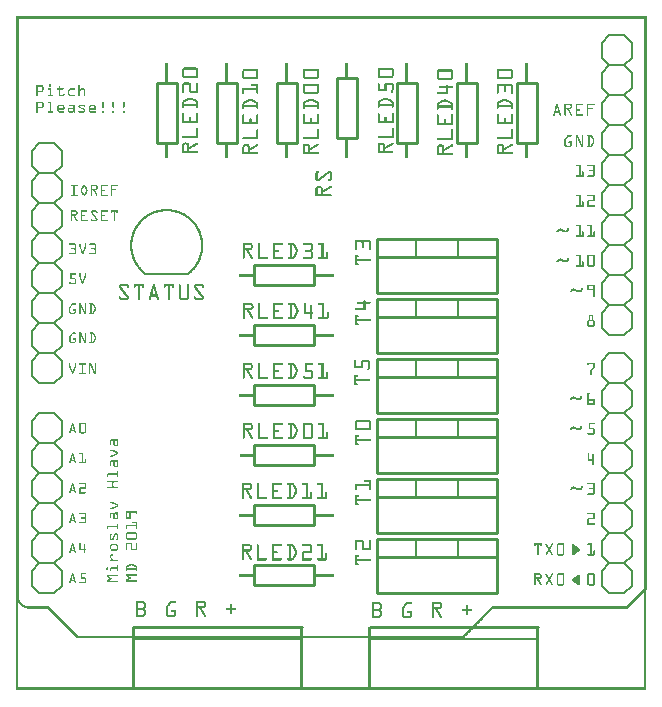
<source format=gto>
G04 MADE WITH FRITZING*
G04 WWW.FRITZING.ORG*
G04 DOUBLE SIDED*
G04 HOLES PLATED*
G04 CONTOUR ON CENTER OF CONTOUR VECTOR*
%ASAXBY*%
%FSLAX23Y23*%
%MOIN*%
%OFA0B0*%
%SFA1.0B1.0*%
%ADD10C,0.006000*%
%ADD11C,0.010000*%
%ADD12C,0.005000*%
%ADD13R,0.001000X0.001000*%
%LNSILK1*%
G90*
G70*
G54D10*
X153Y596D02*
X153Y546D01*
D02*
X153Y546D02*
X128Y521D01*
D02*
X128Y521D02*
X78Y521D01*
D02*
X78Y521D02*
X53Y546D01*
D02*
X128Y521D02*
X153Y496D01*
D02*
X153Y496D02*
X153Y446D01*
D02*
X153Y446D02*
X128Y421D01*
D02*
X128Y421D02*
X78Y421D01*
D02*
X78Y421D02*
X53Y446D01*
D02*
X53Y446D02*
X53Y496D01*
D02*
X53Y496D02*
X78Y521D01*
D02*
X128Y721D02*
X153Y696D01*
D02*
X153Y696D02*
X153Y646D01*
D02*
X153Y646D02*
X128Y621D01*
D02*
X128Y621D02*
X78Y621D01*
D02*
X78Y621D02*
X53Y646D01*
D02*
X53Y646D02*
X53Y696D01*
D02*
X53Y696D02*
X78Y721D01*
D02*
X153Y596D02*
X128Y621D01*
D02*
X78Y621D02*
X53Y596D01*
D02*
X53Y546D02*
X53Y596D01*
D02*
X153Y896D02*
X153Y846D01*
D02*
X153Y846D02*
X128Y821D01*
D02*
X128Y821D02*
X78Y821D01*
D02*
X78Y821D02*
X53Y846D01*
D02*
X128Y821D02*
X153Y796D01*
D02*
X153Y796D02*
X153Y746D01*
D02*
X153Y746D02*
X128Y721D01*
D02*
X128Y721D02*
X78Y721D01*
D02*
X78Y721D02*
X53Y746D01*
D02*
X53Y746D02*
X53Y796D01*
D02*
X53Y796D02*
X78Y821D01*
D02*
X128Y921D02*
X78Y921D01*
D02*
X153Y896D02*
X128Y921D01*
D02*
X78Y921D02*
X53Y896D01*
D02*
X53Y846D02*
X53Y896D01*
D02*
X153Y396D02*
X153Y346D01*
D02*
X153Y346D02*
X128Y321D01*
D02*
X128Y321D02*
X78Y321D01*
D02*
X78Y321D02*
X53Y346D01*
D02*
X153Y396D02*
X128Y421D01*
D02*
X78Y421D02*
X53Y396D01*
D02*
X53Y346D02*
X53Y396D01*
D02*
X1953Y2006D02*
X1953Y2056D01*
D02*
X1953Y1806D02*
X1953Y1856D01*
D02*
X1953Y1906D02*
X1953Y1956D01*
D02*
X1953Y1706D02*
X1953Y1756D01*
D02*
X1953Y1506D02*
X1953Y1556D01*
D02*
X1953Y1606D02*
X1953Y1656D01*
D02*
X1953Y1406D02*
X1953Y1456D01*
D02*
X1953Y1206D02*
X1953Y1256D01*
D02*
X1953Y1306D02*
X1953Y1356D01*
D02*
X1953Y2106D02*
X1953Y2156D01*
D02*
X1978Y1981D02*
X1953Y2006D01*
D02*
X1953Y2056D02*
X1978Y2081D01*
D02*
X1978Y2081D02*
X2028Y2081D01*
D02*
X2028Y2081D02*
X2053Y2056D01*
D02*
X2053Y2056D02*
X2053Y2006D01*
D02*
X2053Y2006D02*
X2028Y1981D01*
D02*
X1953Y1856D02*
X1978Y1881D01*
D02*
X1978Y1881D02*
X2028Y1881D01*
D02*
X2028Y1881D02*
X2053Y1856D01*
D02*
X1978Y1881D02*
X1953Y1906D01*
D02*
X1953Y1956D02*
X1978Y1981D01*
D02*
X1978Y1981D02*
X2028Y1981D01*
D02*
X2028Y1981D02*
X2053Y1956D01*
D02*
X2053Y1956D02*
X2053Y1906D01*
D02*
X2053Y1906D02*
X2028Y1881D01*
D02*
X1978Y1681D02*
X1953Y1706D01*
D02*
X1953Y1756D02*
X1978Y1781D01*
D02*
X1978Y1781D02*
X2028Y1781D01*
D02*
X2028Y1781D02*
X2053Y1756D01*
D02*
X2053Y1756D02*
X2053Y1706D01*
D02*
X2053Y1706D02*
X2028Y1681D01*
D02*
X1953Y1806D02*
X1978Y1781D01*
D02*
X2028Y1781D02*
X2053Y1806D01*
D02*
X2053Y1856D02*
X2053Y1806D01*
D02*
X1953Y1556D02*
X1978Y1581D01*
D02*
X1978Y1581D02*
X2028Y1581D01*
D02*
X2028Y1581D02*
X2053Y1556D01*
D02*
X1978Y1581D02*
X1953Y1606D01*
D02*
X1953Y1656D02*
X1978Y1681D01*
D02*
X1978Y1681D02*
X2028Y1681D01*
D02*
X2028Y1681D02*
X2053Y1656D01*
D02*
X2053Y1656D02*
X2053Y1606D01*
D02*
X2053Y1606D02*
X2028Y1581D01*
D02*
X1978Y1381D02*
X1953Y1406D01*
D02*
X1953Y1456D02*
X1978Y1481D01*
D02*
X1978Y1481D02*
X2028Y1481D01*
D02*
X2028Y1481D02*
X2053Y1456D01*
D02*
X2053Y1456D02*
X2053Y1406D01*
D02*
X2053Y1406D02*
X2028Y1381D01*
D02*
X1953Y1506D02*
X1978Y1481D01*
D02*
X2028Y1481D02*
X2053Y1506D01*
D02*
X2053Y1556D02*
X2053Y1506D01*
D02*
X1953Y1256D02*
X1978Y1281D01*
D02*
X1978Y1281D02*
X2028Y1281D01*
D02*
X2028Y1281D02*
X2053Y1256D01*
D02*
X1978Y1281D02*
X1953Y1306D01*
D02*
X1953Y1356D02*
X1978Y1381D01*
D02*
X1978Y1381D02*
X2028Y1381D01*
D02*
X2028Y1381D02*
X2053Y1356D01*
D02*
X2053Y1356D02*
X2053Y1306D01*
D02*
X2053Y1306D02*
X2028Y1281D01*
D02*
X1978Y1181D02*
X2028Y1181D01*
D02*
X1953Y1206D02*
X1978Y1181D01*
D02*
X2028Y1181D02*
X2053Y1206D01*
D02*
X2053Y1256D02*
X2053Y1206D01*
D02*
X1953Y2156D02*
X1978Y2181D01*
D02*
X1978Y2181D02*
X2028Y2181D01*
D02*
X2028Y2181D02*
X2053Y2156D01*
D02*
X1953Y2106D02*
X1978Y2081D01*
D02*
X2028Y2081D02*
X2053Y2106D01*
D02*
X2053Y2156D02*
X2053Y2106D01*
D02*
X1953Y946D02*
X1953Y996D01*
D02*
X1953Y996D02*
X1978Y1021D01*
D02*
X1978Y1021D02*
X2028Y1021D01*
D02*
X2028Y1021D02*
X2053Y996D01*
D02*
X1978Y821D02*
X1953Y846D01*
D02*
X1953Y846D02*
X1953Y896D01*
D02*
X1953Y896D02*
X1978Y921D01*
D02*
X1978Y921D02*
X2028Y921D01*
D02*
X2028Y921D02*
X2053Y896D01*
D02*
X2053Y896D02*
X2053Y846D01*
D02*
X2053Y846D02*
X2028Y821D01*
D02*
X1953Y946D02*
X1978Y921D01*
D02*
X2028Y921D02*
X2053Y946D01*
D02*
X2053Y996D02*
X2053Y946D01*
D02*
X1953Y646D02*
X1953Y696D01*
D02*
X1953Y696D02*
X1978Y721D01*
D02*
X1978Y721D02*
X2028Y721D01*
D02*
X2028Y721D02*
X2053Y696D01*
D02*
X1978Y721D02*
X1953Y746D01*
D02*
X1953Y746D02*
X1953Y796D01*
D02*
X1953Y796D02*
X1978Y821D01*
D02*
X1978Y821D02*
X2028Y821D01*
D02*
X2028Y821D02*
X2053Y796D01*
D02*
X2053Y796D02*
X2053Y746D01*
D02*
X2053Y746D02*
X2028Y721D01*
D02*
X1978Y521D02*
X1953Y546D01*
D02*
X1953Y546D02*
X1953Y596D01*
D02*
X1953Y596D02*
X1978Y621D01*
D02*
X1978Y621D02*
X2028Y621D01*
D02*
X2028Y621D02*
X2053Y596D01*
D02*
X2053Y596D02*
X2053Y546D01*
D02*
X2053Y546D02*
X2028Y521D01*
D02*
X1953Y646D02*
X1978Y621D01*
D02*
X2028Y621D02*
X2053Y646D01*
D02*
X2053Y696D02*
X2053Y646D01*
D02*
X1953Y346D02*
X1953Y396D01*
D02*
X1953Y396D02*
X1978Y421D01*
D02*
X1978Y421D02*
X2028Y421D01*
D02*
X2028Y421D02*
X2053Y396D01*
D02*
X1978Y421D02*
X1953Y446D01*
D02*
X1953Y446D02*
X1953Y496D01*
D02*
X1953Y496D02*
X1978Y521D01*
D02*
X1978Y521D02*
X2028Y521D01*
D02*
X2028Y521D02*
X2053Y496D01*
D02*
X2053Y496D02*
X2053Y446D01*
D02*
X2053Y446D02*
X2028Y421D01*
D02*
X1978Y321D02*
X2028Y321D01*
D02*
X1953Y346D02*
X1978Y321D01*
D02*
X2028Y321D02*
X2053Y346D01*
D02*
X2053Y396D02*
X2053Y346D01*
D02*
X1953Y1046D02*
X1953Y1096D01*
D02*
X1953Y1096D02*
X1978Y1121D01*
D02*
X1978Y1121D02*
X2028Y1121D01*
D02*
X2028Y1121D02*
X2053Y1096D01*
D02*
X1953Y1046D02*
X1978Y1021D01*
D02*
X2028Y1021D02*
X2053Y1046D01*
D02*
X2053Y1096D02*
X2053Y1046D01*
D02*
X153Y1196D02*
X153Y1146D01*
D02*
X153Y1146D02*
X128Y1121D01*
D02*
X128Y1121D02*
X78Y1121D01*
D02*
X78Y1121D02*
X53Y1146D01*
D02*
X128Y1321D02*
X153Y1296D01*
D02*
X153Y1296D02*
X153Y1246D01*
D02*
X153Y1246D02*
X128Y1221D01*
D02*
X128Y1221D02*
X78Y1221D01*
D02*
X78Y1221D02*
X53Y1246D01*
D02*
X53Y1246D02*
X53Y1296D01*
D02*
X53Y1296D02*
X78Y1321D01*
D02*
X153Y1196D02*
X128Y1221D01*
D02*
X78Y1221D02*
X53Y1196D01*
D02*
X53Y1146D02*
X53Y1196D01*
D02*
X153Y1496D02*
X153Y1446D01*
D02*
X153Y1446D02*
X128Y1421D01*
D02*
X128Y1421D02*
X78Y1421D01*
D02*
X78Y1421D02*
X53Y1446D01*
D02*
X128Y1421D02*
X153Y1396D01*
D02*
X153Y1396D02*
X153Y1346D01*
D02*
X153Y1346D02*
X128Y1321D01*
D02*
X128Y1321D02*
X78Y1321D01*
D02*
X78Y1321D02*
X53Y1346D01*
D02*
X53Y1346D02*
X53Y1396D01*
D02*
X53Y1396D02*
X78Y1421D01*
D02*
X128Y1621D02*
X153Y1596D01*
D02*
X153Y1596D02*
X153Y1546D01*
D02*
X153Y1546D02*
X128Y1521D01*
D02*
X128Y1521D02*
X78Y1521D01*
D02*
X78Y1521D02*
X53Y1546D01*
D02*
X53Y1546D02*
X53Y1596D01*
D02*
X53Y1596D02*
X78Y1621D01*
D02*
X153Y1496D02*
X128Y1521D01*
D02*
X78Y1521D02*
X53Y1496D01*
D02*
X53Y1446D02*
X53Y1496D01*
D02*
X153Y1796D02*
X153Y1746D01*
D02*
X153Y1746D02*
X128Y1721D01*
D02*
X128Y1721D02*
X78Y1721D01*
D02*
X78Y1721D02*
X53Y1746D01*
D02*
X128Y1721D02*
X153Y1696D01*
D02*
X153Y1696D02*
X153Y1646D01*
D02*
X153Y1646D02*
X128Y1621D01*
D02*
X128Y1621D02*
X78Y1621D01*
D02*
X78Y1621D02*
X53Y1646D01*
D02*
X53Y1646D02*
X53Y1696D01*
D02*
X53Y1696D02*
X78Y1721D01*
D02*
X128Y1821D02*
X78Y1821D01*
D02*
X153Y1796D02*
X128Y1821D01*
D02*
X78Y1821D02*
X53Y1796D01*
D02*
X53Y1746D02*
X53Y1796D01*
D02*
X153Y1096D02*
X153Y1046D01*
D02*
X153Y1046D02*
X128Y1021D01*
D02*
X128Y1021D02*
X78Y1021D01*
D02*
X78Y1021D02*
X53Y1046D01*
D02*
X153Y1096D02*
X128Y1121D01*
D02*
X78Y1121D02*
X53Y1096D01*
D02*
X53Y1046D02*
X53Y1096D01*
G54D11*
D02*
X1203Y1101D02*
X1603Y1101D01*
D02*
X1603Y1101D02*
X1603Y921D01*
D02*
X1603Y921D02*
X1203Y921D01*
D02*
X1203Y921D02*
X1203Y1101D01*
D02*
X1203Y1101D02*
X1603Y1101D01*
D02*
X1603Y1101D02*
X1603Y1041D01*
D02*
X1603Y1041D02*
X1203Y1041D01*
D02*
X1203Y1041D02*
X1203Y1101D01*
G54D12*
D02*
X1333Y1101D02*
X1333Y1041D01*
D02*
X1473Y1101D02*
X1473Y1041D01*
G54D11*
D02*
X1203Y1301D02*
X1603Y1301D01*
D02*
X1603Y1301D02*
X1603Y1121D01*
D02*
X1603Y1121D02*
X1203Y1121D01*
D02*
X1203Y1121D02*
X1203Y1301D01*
D02*
X1203Y1301D02*
X1603Y1301D01*
D02*
X1603Y1301D02*
X1603Y1241D01*
D02*
X1603Y1241D02*
X1203Y1241D01*
D02*
X1203Y1241D02*
X1203Y1301D01*
G54D12*
D02*
X1333Y1301D02*
X1333Y1241D01*
D02*
X1473Y1301D02*
X1473Y1241D01*
G54D11*
D02*
X1203Y1501D02*
X1603Y1501D01*
D02*
X1603Y1501D02*
X1603Y1321D01*
D02*
X1603Y1321D02*
X1203Y1321D01*
D02*
X1203Y1321D02*
X1203Y1501D01*
D02*
X1203Y1501D02*
X1603Y1501D01*
D02*
X1603Y1501D02*
X1603Y1441D01*
D02*
X1603Y1441D02*
X1203Y1441D01*
D02*
X1203Y1441D02*
X1203Y1501D01*
G54D12*
D02*
X1333Y1501D02*
X1333Y1441D01*
D02*
X1473Y1501D02*
X1473Y1441D01*
G54D11*
D02*
X1203Y501D02*
X1603Y501D01*
D02*
X1603Y501D02*
X1603Y321D01*
D02*
X1603Y321D02*
X1203Y321D01*
D02*
X1203Y321D02*
X1203Y501D01*
D02*
X1203Y501D02*
X1603Y501D01*
D02*
X1603Y501D02*
X1603Y441D01*
D02*
X1603Y441D02*
X1203Y441D01*
D02*
X1203Y441D02*
X1203Y501D01*
G54D12*
D02*
X1333Y501D02*
X1333Y441D01*
D02*
X1473Y501D02*
X1473Y441D01*
G54D11*
D02*
X1203Y701D02*
X1603Y701D01*
D02*
X1603Y701D02*
X1603Y521D01*
D02*
X1603Y521D02*
X1203Y521D01*
D02*
X1203Y521D02*
X1203Y701D01*
D02*
X1203Y701D02*
X1603Y701D01*
D02*
X1603Y701D02*
X1603Y641D01*
D02*
X1603Y641D02*
X1203Y641D01*
D02*
X1203Y641D02*
X1203Y701D01*
G54D12*
D02*
X1333Y701D02*
X1333Y641D01*
D02*
X1473Y701D02*
X1473Y641D01*
G54D11*
D02*
X1203Y901D02*
X1603Y901D01*
D02*
X1603Y901D02*
X1603Y721D01*
D02*
X1603Y721D02*
X1203Y721D01*
D02*
X1203Y721D02*
X1203Y901D01*
D02*
X1203Y901D02*
X1603Y901D01*
D02*
X1603Y901D02*
X1603Y841D01*
D02*
X1603Y841D02*
X1203Y841D01*
D02*
X1203Y841D02*
X1203Y901D01*
G54D12*
D02*
X1333Y901D02*
X1333Y841D01*
D02*
X1473Y901D02*
X1473Y841D01*
G54D11*
D02*
X953Y209D02*
X391Y209D01*
G54D12*
D02*
X953Y169D02*
X391Y169D01*
G54D11*
D02*
X1740Y209D02*
X1179Y209D01*
G54D12*
D02*
X1740Y169D02*
X1179Y169D01*
G54D11*
D02*
X994Y948D02*
X794Y948D01*
D02*
X794Y948D02*
X794Y1014D01*
D02*
X794Y1014D02*
X994Y1014D01*
D02*
X994Y1014D02*
X994Y948D01*
D02*
X994Y1148D02*
X794Y1148D01*
D02*
X794Y1148D02*
X794Y1214D01*
D02*
X794Y1214D02*
X994Y1214D01*
D02*
X994Y1214D02*
X994Y1148D01*
D02*
X994Y1348D02*
X794Y1348D01*
D02*
X794Y1348D02*
X794Y1414D01*
D02*
X794Y1414D02*
X994Y1414D01*
D02*
X994Y1414D02*
X994Y1348D01*
D02*
X994Y348D02*
X794Y348D01*
D02*
X794Y348D02*
X794Y414D01*
D02*
X794Y414D02*
X994Y414D01*
D02*
X994Y414D02*
X994Y348D01*
D02*
X994Y548D02*
X794Y548D01*
D02*
X794Y548D02*
X794Y614D01*
D02*
X794Y614D02*
X994Y614D01*
D02*
X994Y614D02*
X994Y548D01*
D02*
X994Y748D02*
X794Y748D01*
D02*
X794Y748D02*
X794Y814D01*
D02*
X794Y814D02*
X994Y814D01*
D02*
X994Y814D02*
X994Y748D01*
D02*
X936Y2021D02*
X936Y1821D01*
D02*
X936Y1821D02*
X870Y1821D01*
D02*
X870Y1821D02*
X870Y2021D01*
D02*
X870Y2021D02*
X936Y2021D01*
D02*
X736Y2021D02*
X736Y1821D01*
D02*
X736Y1821D02*
X670Y1821D01*
D02*
X670Y1821D02*
X670Y2021D01*
D02*
X670Y2021D02*
X736Y2021D01*
D02*
X536Y2021D02*
X536Y1821D01*
D02*
X536Y1821D02*
X470Y1821D01*
D02*
X470Y1821D02*
X470Y2021D01*
D02*
X470Y2021D02*
X536Y2021D01*
D02*
X1070Y1840D02*
X1070Y2040D01*
D02*
X1070Y2040D02*
X1136Y2040D01*
D02*
X1136Y2040D02*
X1136Y1840D01*
D02*
X1136Y1840D02*
X1070Y1840D01*
D02*
X1336Y2021D02*
X1336Y1821D01*
D02*
X1336Y1821D02*
X1270Y1821D01*
D02*
X1270Y1821D02*
X1270Y2021D01*
D02*
X1270Y2021D02*
X1336Y2021D01*
D02*
X1536Y2021D02*
X1536Y1821D01*
D02*
X1536Y1821D02*
X1470Y1821D01*
D02*
X1470Y1821D02*
X1470Y2021D01*
D02*
X1470Y2021D02*
X1536Y2021D01*
D02*
X1736Y2021D02*
X1736Y1821D01*
D02*
X1736Y1821D02*
X1670Y1821D01*
D02*
X1670Y1821D02*
X1670Y2021D01*
D02*
X1670Y2021D02*
X1736Y2021D01*
G54D13*
X0Y2244D02*
X2102Y2244D01*
X0Y2243D02*
X2102Y2243D01*
X0Y2242D02*
X2102Y2242D01*
X0Y2241D02*
X2102Y2241D01*
X0Y2240D02*
X2102Y2240D01*
X0Y2239D02*
X2102Y2239D01*
X0Y2238D02*
X2102Y2238D01*
X0Y2237D02*
X2102Y2237D01*
X0Y2236D02*
X10Y2236D01*
X2094Y2236D02*
X2102Y2236D01*
X0Y2235D02*
X10Y2235D01*
X2094Y2235D02*
X2102Y2235D01*
X0Y2234D02*
X10Y2234D01*
X2094Y2234D02*
X2102Y2234D01*
X0Y2233D02*
X10Y2233D01*
X2094Y2233D02*
X2102Y2233D01*
X0Y2232D02*
X10Y2232D01*
X2094Y2232D02*
X2102Y2232D01*
X0Y2231D02*
X10Y2231D01*
X2094Y2231D02*
X2102Y2231D01*
X0Y2230D02*
X10Y2230D01*
X2094Y2230D02*
X2102Y2230D01*
X0Y2229D02*
X10Y2229D01*
X2094Y2229D02*
X2102Y2229D01*
X0Y2228D02*
X10Y2228D01*
X2094Y2228D02*
X2102Y2228D01*
X0Y2227D02*
X10Y2227D01*
X2094Y2227D02*
X2102Y2227D01*
X0Y2226D02*
X10Y2226D01*
X2094Y2226D02*
X2102Y2226D01*
X0Y2225D02*
X10Y2225D01*
X2094Y2225D02*
X2102Y2225D01*
X0Y2224D02*
X10Y2224D01*
X2094Y2224D02*
X2102Y2224D01*
X0Y2223D02*
X10Y2223D01*
X2094Y2223D02*
X2102Y2223D01*
X0Y2222D02*
X10Y2222D01*
X2094Y2222D02*
X2102Y2222D01*
X0Y2221D02*
X10Y2221D01*
X2094Y2221D02*
X2102Y2221D01*
X0Y2220D02*
X10Y2220D01*
X2094Y2220D02*
X2102Y2220D01*
X0Y2219D02*
X10Y2219D01*
X2094Y2219D02*
X2102Y2219D01*
X0Y2218D02*
X10Y2218D01*
X2094Y2218D02*
X2102Y2218D01*
X0Y2217D02*
X10Y2217D01*
X2094Y2217D02*
X2102Y2217D01*
X0Y2216D02*
X10Y2216D01*
X2094Y2216D02*
X2102Y2216D01*
X0Y2215D02*
X10Y2215D01*
X2094Y2215D02*
X2102Y2215D01*
X0Y2214D02*
X10Y2214D01*
X2094Y2214D02*
X2102Y2214D01*
X0Y2213D02*
X10Y2213D01*
X2094Y2213D02*
X2102Y2213D01*
X0Y2212D02*
X10Y2212D01*
X2094Y2212D02*
X2102Y2212D01*
X0Y2211D02*
X10Y2211D01*
X2094Y2211D02*
X2102Y2211D01*
X0Y2210D02*
X10Y2210D01*
X2094Y2210D02*
X2102Y2210D01*
X0Y2209D02*
X10Y2209D01*
X2094Y2209D02*
X2102Y2209D01*
X0Y2208D02*
X10Y2208D01*
X2094Y2208D02*
X2102Y2208D01*
X0Y2207D02*
X10Y2207D01*
X2094Y2207D02*
X2102Y2207D01*
X0Y2206D02*
X10Y2206D01*
X2094Y2206D02*
X2102Y2206D01*
X0Y2205D02*
X10Y2205D01*
X2094Y2205D02*
X2102Y2205D01*
X0Y2204D02*
X10Y2204D01*
X2094Y2204D02*
X2102Y2204D01*
X0Y2203D02*
X10Y2203D01*
X2094Y2203D02*
X2102Y2203D01*
X0Y2202D02*
X10Y2202D01*
X2094Y2202D02*
X2102Y2202D01*
X0Y2201D02*
X10Y2201D01*
X2094Y2201D02*
X2102Y2201D01*
X0Y2200D02*
X10Y2200D01*
X2094Y2200D02*
X2102Y2200D01*
X0Y2199D02*
X10Y2199D01*
X2094Y2199D02*
X2102Y2199D01*
X0Y2198D02*
X10Y2198D01*
X2094Y2198D02*
X2102Y2198D01*
X0Y2197D02*
X10Y2197D01*
X2094Y2197D02*
X2102Y2197D01*
X0Y2196D02*
X10Y2196D01*
X2094Y2196D02*
X2102Y2196D01*
X0Y2195D02*
X10Y2195D01*
X2094Y2195D02*
X2102Y2195D01*
X0Y2194D02*
X10Y2194D01*
X2094Y2194D02*
X2102Y2194D01*
X0Y2193D02*
X10Y2193D01*
X2094Y2193D02*
X2102Y2193D01*
X0Y2192D02*
X10Y2192D01*
X2094Y2192D02*
X2102Y2192D01*
X0Y2191D02*
X10Y2191D01*
X2094Y2191D02*
X2102Y2191D01*
X0Y2190D02*
X10Y2190D01*
X2094Y2190D02*
X2102Y2190D01*
X0Y2189D02*
X10Y2189D01*
X2094Y2189D02*
X2102Y2189D01*
X0Y2188D02*
X10Y2188D01*
X2094Y2188D02*
X2102Y2188D01*
X0Y2187D02*
X10Y2187D01*
X2094Y2187D02*
X2102Y2187D01*
X0Y2186D02*
X10Y2186D01*
X2094Y2186D02*
X2102Y2186D01*
X0Y2185D02*
X10Y2185D01*
X2094Y2185D02*
X2102Y2185D01*
X0Y2184D02*
X10Y2184D01*
X2094Y2184D02*
X2102Y2184D01*
X0Y2183D02*
X10Y2183D01*
X2094Y2183D02*
X2102Y2183D01*
X0Y2182D02*
X10Y2182D01*
X2094Y2182D02*
X2102Y2182D01*
X0Y2181D02*
X10Y2181D01*
X2094Y2181D02*
X2102Y2181D01*
X0Y2180D02*
X10Y2180D01*
X2094Y2180D02*
X2102Y2180D01*
X0Y2179D02*
X10Y2179D01*
X2094Y2179D02*
X2102Y2179D01*
X0Y2178D02*
X10Y2178D01*
X2094Y2178D02*
X2102Y2178D01*
X0Y2177D02*
X10Y2177D01*
X2094Y2177D02*
X2102Y2177D01*
X0Y2176D02*
X10Y2176D01*
X2094Y2176D02*
X2102Y2176D01*
X0Y2175D02*
X10Y2175D01*
X2094Y2175D02*
X2102Y2175D01*
X0Y2174D02*
X10Y2174D01*
X2094Y2174D02*
X2102Y2174D01*
X0Y2173D02*
X10Y2173D01*
X2094Y2173D02*
X2102Y2173D01*
X0Y2172D02*
X10Y2172D01*
X2094Y2172D02*
X2102Y2172D01*
X0Y2171D02*
X10Y2171D01*
X2094Y2171D02*
X2102Y2171D01*
X0Y2170D02*
X10Y2170D01*
X2094Y2170D02*
X2102Y2170D01*
X0Y2169D02*
X10Y2169D01*
X2094Y2169D02*
X2102Y2169D01*
X0Y2168D02*
X10Y2168D01*
X2094Y2168D02*
X2102Y2168D01*
X0Y2167D02*
X10Y2167D01*
X2094Y2167D02*
X2102Y2167D01*
X0Y2166D02*
X10Y2166D01*
X2094Y2166D02*
X2102Y2166D01*
X0Y2165D02*
X10Y2165D01*
X2094Y2165D02*
X2102Y2165D01*
X0Y2164D02*
X10Y2164D01*
X2094Y2164D02*
X2102Y2164D01*
X0Y2163D02*
X10Y2163D01*
X2094Y2163D02*
X2102Y2163D01*
X0Y2162D02*
X10Y2162D01*
X2094Y2162D02*
X2102Y2162D01*
X0Y2161D02*
X10Y2161D01*
X2094Y2161D02*
X2102Y2161D01*
X0Y2160D02*
X10Y2160D01*
X2094Y2160D02*
X2102Y2160D01*
X0Y2159D02*
X10Y2159D01*
X2094Y2159D02*
X2102Y2159D01*
X0Y2158D02*
X10Y2158D01*
X2094Y2158D02*
X2102Y2158D01*
X0Y2157D02*
X10Y2157D01*
X2094Y2157D02*
X2102Y2157D01*
X0Y2156D02*
X10Y2156D01*
X2094Y2156D02*
X2102Y2156D01*
X0Y2155D02*
X10Y2155D01*
X2094Y2155D02*
X2102Y2155D01*
X0Y2154D02*
X10Y2154D01*
X2094Y2154D02*
X2102Y2154D01*
X0Y2153D02*
X10Y2153D01*
X2094Y2153D02*
X2102Y2153D01*
X0Y2152D02*
X10Y2152D01*
X2094Y2152D02*
X2102Y2152D01*
X0Y2151D02*
X10Y2151D01*
X2094Y2151D02*
X2102Y2151D01*
X0Y2150D02*
X10Y2150D01*
X2094Y2150D02*
X2102Y2150D01*
X0Y2149D02*
X10Y2149D01*
X2094Y2149D02*
X2102Y2149D01*
X0Y2148D02*
X10Y2148D01*
X2094Y2148D02*
X2102Y2148D01*
X0Y2147D02*
X10Y2147D01*
X2094Y2147D02*
X2102Y2147D01*
X0Y2146D02*
X10Y2146D01*
X2094Y2146D02*
X2102Y2146D01*
X0Y2145D02*
X10Y2145D01*
X2094Y2145D02*
X2102Y2145D01*
X0Y2144D02*
X10Y2144D01*
X2094Y2144D02*
X2102Y2144D01*
X0Y2143D02*
X10Y2143D01*
X2094Y2143D02*
X2102Y2143D01*
X0Y2142D02*
X10Y2142D01*
X2094Y2142D02*
X2102Y2142D01*
X0Y2141D02*
X10Y2141D01*
X2094Y2141D02*
X2102Y2141D01*
X0Y2140D02*
X10Y2140D01*
X2094Y2140D02*
X2102Y2140D01*
X0Y2139D02*
X10Y2139D01*
X2094Y2139D02*
X2102Y2139D01*
X0Y2138D02*
X10Y2138D01*
X2094Y2138D02*
X2102Y2138D01*
X0Y2137D02*
X10Y2137D01*
X2094Y2137D02*
X2102Y2137D01*
X0Y2136D02*
X10Y2136D01*
X2094Y2136D02*
X2102Y2136D01*
X0Y2135D02*
X10Y2135D01*
X2094Y2135D02*
X2102Y2135D01*
X0Y2134D02*
X10Y2134D01*
X2094Y2134D02*
X2102Y2134D01*
X0Y2133D02*
X10Y2133D01*
X2094Y2133D02*
X2102Y2133D01*
X0Y2132D02*
X10Y2132D01*
X2094Y2132D02*
X2102Y2132D01*
X0Y2131D02*
X10Y2131D01*
X2094Y2131D02*
X2102Y2131D01*
X0Y2130D02*
X10Y2130D01*
X2094Y2130D02*
X2102Y2130D01*
X0Y2129D02*
X10Y2129D01*
X2094Y2129D02*
X2102Y2129D01*
X0Y2128D02*
X10Y2128D01*
X2094Y2128D02*
X2102Y2128D01*
X0Y2127D02*
X10Y2127D01*
X2094Y2127D02*
X2102Y2127D01*
X0Y2126D02*
X10Y2126D01*
X2094Y2126D02*
X2102Y2126D01*
X0Y2125D02*
X10Y2125D01*
X2094Y2125D02*
X2102Y2125D01*
X0Y2124D02*
X10Y2124D01*
X2094Y2124D02*
X2102Y2124D01*
X0Y2123D02*
X10Y2123D01*
X2094Y2123D02*
X2102Y2123D01*
X0Y2122D02*
X10Y2122D01*
X2094Y2122D02*
X2102Y2122D01*
X0Y2121D02*
X10Y2121D01*
X2094Y2121D02*
X2102Y2121D01*
X0Y2120D02*
X10Y2120D01*
X2094Y2120D02*
X2102Y2120D01*
X0Y2119D02*
X10Y2119D01*
X2094Y2119D02*
X2102Y2119D01*
X0Y2118D02*
X10Y2118D01*
X2094Y2118D02*
X2102Y2118D01*
X0Y2117D02*
X10Y2117D01*
X2094Y2117D02*
X2102Y2117D01*
X0Y2116D02*
X10Y2116D01*
X2094Y2116D02*
X2102Y2116D01*
X0Y2115D02*
X10Y2115D01*
X2094Y2115D02*
X2102Y2115D01*
X0Y2114D02*
X10Y2114D01*
X2094Y2114D02*
X2102Y2114D01*
X0Y2113D02*
X10Y2113D01*
X2094Y2113D02*
X2102Y2113D01*
X0Y2112D02*
X10Y2112D01*
X2094Y2112D02*
X2102Y2112D01*
X0Y2111D02*
X10Y2111D01*
X2094Y2111D02*
X2102Y2111D01*
X0Y2110D02*
X10Y2110D01*
X2094Y2110D02*
X2102Y2110D01*
X0Y2109D02*
X10Y2109D01*
X2094Y2109D02*
X2102Y2109D01*
X0Y2108D02*
X10Y2108D01*
X2094Y2108D02*
X2102Y2108D01*
X0Y2107D02*
X10Y2107D01*
X2094Y2107D02*
X2102Y2107D01*
X0Y2106D02*
X10Y2106D01*
X2094Y2106D02*
X2102Y2106D01*
X0Y2105D02*
X10Y2105D01*
X2094Y2105D02*
X2102Y2105D01*
X0Y2104D02*
X10Y2104D01*
X2094Y2104D02*
X2102Y2104D01*
X0Y2103D02*
X10Y2103D01*
X2094Y2103D02*
X2102Y2103D01*
X0Y2102D02*
X10Y2102D01*
X2094Y2102D02*
X2102Y2102D01*
X0Y2101D02*
X10Y2101D01*
X2094Y2101D02*
X2102Y2101D01*
X0Y2100D02*
X10Y2100D01*
X2094Y2100D02*
X2102Y2100D01*
X0Y2099D02*
X10Y2099D01*
X2094Y2099D02*
X2102Y2099D01*
X0Y2098D02*
X10Y2098D01*
X2094Y2098D02*
X2102Y2098D01*
X0Y2097D02*
X10Y2097D01*
X2094Y2097D02*
X2102Y2097D01*
X0Y2096D02*
X10Y2096D01*
X2094Y2096D02*
X2102Y2096D01*
X0Y2095D02*
X10Y2095D01*
X2094Y2095D02*
X2102Y2095D01*
X0Y2094D02*
X10Y2094D01*
X2094Y2094D02*
X2102Y2094D01*
X0Y2093D02*
X10Y2093D01*
X2094Y2093D02*
X2102Y2093D01*
X0Y2092D02*
X10Y2092D01*
X2094Y2092D02*
X2102Y2092D01*
X0Y2091D02*
X10Y2091D01*
X2094Y2091D02*
X2102Y2091D01*
X0Y2090D02*
X10Y2090D01*
X2094Y2090D02*
X2102Y2090D01*
X0Y2089D02*
X10Y2089D01*
X498Y2089D02*
X498Y2089D01*
X507Y2089D02*
X507Y2089D01*
X698Y2089D02*
X698Y2089D01*
X707Y2089D02*
X707Y2089D01*
X898Y2089D02*
X898Y2089D01*
X907Y2089D02*
X907Y2089D01*
X1098Y2089D02*
X1098Y2089D01*
X1107Y2089D02*
X1107Y2089D01*
X1298Y2089D02*
X1298Y2089D01*
X1307Y2089D02*
X1307Y2089D01*
X1498Y2089D02*
X1498Y2089D01*
X1507Y2089D02*
X1507Y2089D01*
X1698Y2089D02*
X1698Y2089D01*
X1707Y2089D02*
X1707Y2089D01*
X2094Y2089D02*
X2102Y2089D01*
X0Y2088D02*
X10Y2088D01*
X498Y2088D02*
X507Y2088D01*
X698Y2088D02*
X707Y2088D01*
X898Y2088D02*
X907Y2088D01*
X1098Y2088D02*
X1107Y2088D01*
X1298Y2088D02*
X1307Y2088D01*
X1498Y2088D02*
X1507Y2088D01*
X1698Y2088D02*
X1707Y2088D01*
X2094Y2088D02*
X2102Y2088D01*
X0Y2087D02*
X10Y2087D01*
X498Y2087D02*
X507Y2087D01*
X698Y2087D02*
X707Y2087D01*
X898Y2087D02*
X907Y2087D01*
X1098Y2087D02*
X1107Y2087D01*
X1298Y2087D02*
X1307Y2087D01*
X1498Y2087D02*
X1507Y2087D01*
X1698Y2087D02*
X1707Y2087D01*
X2094Y2087D02*
X2102Y2087D01*
X0Y2086D02*
X10Y2086D01*
X498Y2086D02*
X507Y2086D01*
X698Y2086D02*
X707Y2086D01*
X898Y2086D02*
X907Y2086D01*
X1098Y2086D02*
X1107Y2086D01*
X1298Y2086D02*
X1307Y2086D01*
X1498Y2086D02*
X1507Y2086D01*
X1698Y2086D02*
X1707Y2086D01*
X2094Y2086D02*
X2102Y2086D01*
X0Y2085D02*
X10Y2085D01*
X498Y2085D02*
X507Y2085D01*
X698Y2085D02*
X707Y2085D01*
X898Y2085D02*
X907Y2085D01*
X1098Y2085D02*
X1107Y2085D01*
X1298Y2085D02*
X1307Y2085D01*
X1498Y2085D02*
X1507Y2085D01*
X1698Y2085D02*
X1707Y2085D01*
X2094Y2085D02*
X2102Y2085D01*
X0Y2084D02*
X10Y2084D01*
X498Y2084D02*
X507Y2084D01*
X698Y2084D02*
X707Y2084D01*
X898Y2084D02*
X907Y2084D01*
X1098Y2084D02*
X1107Y2084D01*
X1298Y2084D02*
X1307Y2084D01*
X1498Y2084D02*
X1507Y2084D01*
X1698Y2084D02*
X1707Y2084D01*
X2094Y2084D02*
X2102Y2084D01*
X0Y2083D02*
X10Y2083D01*
X498Y2083D02*
X507Y2083D01*
X698Y2083D02*
X707Y2083D01*
X898Y2083D02*
X907Y2083D01*
X1098Y2083D02*
X1107Y2083D01*
X1298Y2083D02*
X1307Y2083D01*
X1498Y2083D02*
X1507Y2083D01*
X1698Y2083D02*
X1707Y2083D01*
X2094Y2083D02*
X2102Y2083D01*
X0Y2082D02*
X10Y2082D01*
X498Y2082D02*
X507Y2082D01*
X698Y2082D02*
X707Y2082D01*
X898Y2082D02*
X907Y2082D01*
X1098Y2082D02*
X1107Y2082D01*
X1298Y2082D02*
X1307Y2082D01*
X1498Y2082D02*
X1507Y2082D01*
X1698Y2082D02*
X1707Y2082D01*
X2094Y2082D02*
X2102Y2082D01*
X0Y2081D02*
X10Y2081D01*
X498Y2081D02*
X507Y2081D01*
X698Y2081D02*
X707Y2081D01*
X898Y2081D02*
X907Y2081D01*
X1098Y2081D02*
X1107Y2081D01*
X1298Y2081D02*
X1307Y2081D01*
X1498Y2081D02*
X1507Y2081D01*
X1698Y2081D02*
X1707Y2081D01*
X2094Y2081D02*
X2102Y2081D01*
X0Y2080D02*
X10Y2080D01*
X498Y2080D02*
X507Y2080D01*
X698Y2080D02*
X707Y2080D01*
X898Y2080D02*
X907Y2080D01*
X1098Y2080D02*
X1107Y2080D01*
X1298Y2080D02*
X1307Y2080D01*
X1498Y2080D02*
X1507Y2080D01*
X1698Y2080D02*
X1707Y2080D01*
X2094Y2080D02*
X2102Y2080D01*
X0Y2079D02*
X10Y2079D01*
X498Y2079D02*
X507Y2079D01*
X698Y2079D02*
X707Y2079D01*
X898Y2079D02*
X907Y2079D01*
X1098Y2079D02*
X1107Y2079D01*
X1298Y2079D02*
X1307Y2079D01*
X1498Y2079D02*
X1507Y2079D01*
X1698Y2079D02*
X1707Y2079D01*
X2094Y2079D02*
X2102Y2079D01*
X0Y2078D02*
X10Y2078D01*
X498Y2078D02*
X507Y2078D01*
X698Y2078D02*
X707Y2078D01*
X898Y2078D02*
X907Y2078D01*
X1098Y2078D02*
X1107Y2078D01*
X1298Y2078D02*
X1307Y2078D01*
X1498Y2078D02*
X1507Y2078D01*
X1698Y2078D02*
X1707Y2078D01*
X2094Y2078D02*
X2102Y2078D01*
X0Y2077D02*
X10Y2077D01*
X498Y2077D02*
X507Y2077D01*
X698Y2077D02*
X707Y2077D01*
X898Y2077D02*
X907Y2077D01*
X1098Y2077D02*
X1107Y2077D01*
X1298Y2077D02*
X1307Y2077D01*
X1498Y2077D02*
X1507Y2077D01*
X1698Y2077D02*
X1707Y2077D01*
X2094Y2077D02*
X2102Y2077D01*
X0Y2076D02*
X10Y2076D01*
X498Y2076D02*
X507Y2076D01*
X698Y2076D02*
X707Y2076D01*
X898Y2076D02*
X907Y2076D01*
X1098Y2076D02*
X1107Y2076D01*
X1298Y2076D02*
X1307Y2076D01*
X1498Y2076D02*
X1507Y2076D01*
X1698Y2076D02*
X1707Y2076D01*
X2094Y2076D02*
X2102Y2076D01*
X0Y2075D02*
X10Y2075D01*
X498Y2075D02*
X507Y2075D01*
X698Y2075D02*
X707Y2075D01*
X898Y2075D02*
X907Y2075D01*
X1098Y2075D02*
X1107Y2075D01*
X1298Y2075D02*
X1307Y2075D01*
X1498Y2075D02*
X1507Y2075D01*
X1698Y2075D02*
X1707Y2075D01*
X2094Y2075D02*
X2102Y2075D01*
X0Y2074D02*
X10Y2074D01*
X498Y2074D02*
X507Y2074D01*
X562Y2074D02*
X601Y2074D01*
X698Y2074D02*
X707Y2074D01*
X898Y2074D02*
X907Y2074D01*
X1098Y2074D02*
X1107Y2074D01*
X1298Y2074D02*
X1307Y2074D01*
X1498Y2074D02*
X1507Y2074D01*
X1698Y2074D02*
X1707Y2074D01*
X2094Y2074D02*
X2102Y2074D01*
X0Y2073D02*
X10Y2073D01*
X498Y2073D02*
X507Y2073D01*
X558Y2073D02*
X604Y2073D01*
X698Y2073D02*
X707Y2073D01*
X898Y2073D02*
X907Y2073D01*
X1098Y2073D02*
X1107Y2073D01*
X1210Y2073D02*
X1255Y2073D01*
X1298Y2073D02*
X1307Y2073D01*
X1498Y2073D02*
X1507Y2073D01*
X1698Y2073D02*
X1707Y2073D01*
X2094Y2073D02*
X2102Y2073D01*
X0Y2072D02*
X10Y2072D01*
X498Y2072D02*
X507Y2072D01*
X557Y2072D02*
X606Y2072D01*
X698Y2072D02*
X707Y2072D01*
X898Y2072D02*
X907Y2072D01*
X1098Y2072D02*
X1107Y2072D01*
X1208Y2072D02*
X1256Y2072D01*
X1298Y2072D02*
X1307Y2072D01*
X1498Y2072D02*
X1507Y2072D01*
X1698Y2072D02*
X1707Y2072D01*
X2094Y2072D02*
X2102Y2072D01*
X0Y2071D02*
X10Y2071D01*
X498Y2071D02*
X507Y2071D01*
X556Y2071D02*
X606Y2071D01*
X698Y2071D02*
X707Y2071D01*
X898Y2071D02*
X907Y2071D01*
X1098Y2071D02*
X1107Y2071D01*
X1207Y2071D02*
X1257Y2071D01*
X1298Y2071D02*
X1307Y2071D01*
X1498Y2071D02*
X1507Y2071D01*
X1698Y2071D02*
X1707Y2071D01*
X2094Y2071D02*
X2102Y2071D01*
X0Y2070D02*
X10Y2070D01*
X498Y2070D02*
X507Y2070D01*
X555Y2070D02*
X607Y2070D01*
X698Y2070D02*
X707Y2070D01*
X898Y2070D02*
X907Y2070D01*
X961Y2070D02*
X1006Y2070D01*
X1098Y2070D02*
X1107Y2070D01*
X1206Y2070D02*
X1258Y2070D01*
X1298Y2070D02*
X1307Y2070D01*
X1498Y2070D02*
X1507Y2070D01*
X1698Y2070D02*
X1707Y2070D01*
X2094Y2070D02*
X2102Y2070D01*
X0Y2069D02*
X10Y2069D01*
X498Y2069D02*
X507Y2069D01*
X555Y2069D02*
X607Y2069D01*
X698Y2069D02*
X707Y2069D01*
X761Y2069D02*
X803Y2069D01*
X898Y2069D02*
X907Y2069D01*
X959Y2069D02*
X1007Y2069D01*
X1098Y2069D02*
X1107Y2069D01*
X1206Y2069D02*
X1258Y2069D01*
X1298Y2069D02*
X1307Y2069D01*
X1498Y2069D02*
X1507Y2069D01*
X1607Y2069D02*
X1652Y2069D01*
X1698Y2069D02*
X1707Y2069D01*
X2094Y2069D02*
X2102Y2069D01*
X0Y2068D02*
X10Y2068D01*
X498Y2068D02*
X507Y2068D01*
X555Y2068D02*
X608Y2068D01*
X698Y2068D02*
X707Y2068D01*
X759Y2068D02*
X805Y2068D01*
X898Y2068D02*
X907Y2068D01*
X958Y2068D02*
X1008Y2068D01*
X1098Y2068D02*
X1107Y2068D01*
X1206Y2068D02*
X1259Y2068D01*
X1298Y2068D02*
X1307Y2068D01*
X1498Y2068D02*
X1507Y2068D01*
X1605Y2068D02*
X1653Y2068D01*
X1698Y2068D02*
X1707Y2068D01*
X2094Y2068D02*
X2102Y2068D01*
X0Y2067D02*
X10Y2067D01*
X498Y2067D02*
X507Y2067D01*
X555Y2067D02*
X608Y2067D01*
X698Y2067D02*
X707Y2067D01*
X757Y2067D02*
X806Y2067D01*
X898Y2067D02*
X907Y2067D01*
X958Y2067D02*
X1009Y2067D01*
X1098Y2067D02*
X1107Y2067D01*
X1206Y2067D02*
X1259Y2067D01*
X1298Y2067D02*
X1307Y2067D01*
X1408Y2067D02*
X1453Y2067D01*
X1498Y2067D02*
X1507Y2067D01*
X1604Y2067D02*
X1654Y2067D01*
X1698Y2067D02*
X1707Y2067D01*
X2094Y2067D02*
X2102Y2067D01*
X0Y2066D02*
X10Y2066D01*
X498Y2066D02*
X507Y2066D01*
X555Y2066D02*
X561Y2066D01*
X602Y2066D02*
X608Y2066D01*
X698Y2066D02*
X707Y2066D01*
X757Y2066D02*
X807Y2066D01*
X898Y2066D02*
X907Y2066D01*
X957Y2066D02*
X1009Y2066D01*
X1098Y2066D02*
X1107Y2066D01*
X1206Y2066D02*
X1212Y2066D01*
X1253Y2066D02*
X1259Y2066D01*
X1298Y2066D02*
X1307Y2066D01*
X1406Y2066D02*
X1454Y2066D01*
X1498Y2066D02*
X1507Y2066D01*
X1604Y2066D02*
X1655Y2066D01*
X1698Y2066D02*
X1707Y2066D01*
X2094Y2066D02*
X2102Y2066D01*
X0Y2065D02*
X10Y2065D01*
X498Y2065D02*
X507Y2065D01*
X555Y2065D02*
X561Y2065D01*
X602Y2065D02*
X608Y2065D01*
X698Y2065D02*
X707Y2065D01*
X756Y2065D02*
X808Y2065D01*
X898Y2065D02*
X907Y2065D01*
X957Y2065D02*
X1010Y2065D01*
X1098Y2065D02*
X1107Y2065D01*
X1206Y2065D02*
X1212Y2065D01*
X1253Y2065D02*
X1259Y2065D01*
X1298Y2065D02*
X1307Y2065D01*
X1405Y2065D02*
X1455Y2065D01*
X1498Y2065D02*
X1507Y2065D01*
X1603Y2065D02*
X1655Y2065D01*
X1698Y2065D02*
X1707Y2065D01*
X2094Y2065D02*
X2102Y2065D01*
X0Y2064D02*
X10Y2064D01*
X498Y2064D02*
X507Y2064D01*
X555Y2064D02*
X561Y2064D01*
X602Y2064D02*
X608Y2064D01*
X698Y2064D02*
X707Y2064D01*
X756Y2064D02*
X808Y2064D01*
X898Y2064D02*
X907Y2064D01*
X957Y2064D02*
X1010Y2064D01*
X1098Y2064D02*
X1107Y2064D01*
X1206Y2064D02*
X1212Y2064D01*
X1253Y2064D02*
X1259Y2064D01*
X1298Y2064D02*
X1307Y2064D01*
X1405Y2064D02*
X1456Y2064D01*
X1498Y2064D02*
X1507Y2064D01*
X1603Y2064D02*
X1656Y2064D01*
X1698Y2064D02*
X1707Y2064D01*
X2094Y2064D02*
X2102Y2064D01*
X0Y2063D02*
X10Y2063D01*
X498Y2063D02*
X507Y2063D01*
X555Y2063D02*
X561Y2063D01*
X602Y2063D02*
X608Y2063D01*
X698Y2063D02*
X707Y2063D01*
X755Y2063D02*
X808Y2063D01*
X898Y2063D02*
X907Y2063D01*
X957Y2063D02*
X963Y2063D01*
X1004Y2063D02*
X1010Y2063D01*
X1098Y2063D02*
X1107Y2063D01*
X1206Y2063D02*
X1212Y2063D01*
X1253Y2063D02*
X1259Y2063D01*
X1298Y2063D02*
X1307Y2063D01*
X1404Y2063D02*
X1456Y2063D01*
X1498Y2063D02*
X1507Y2063D01*
X1603Y2063D02*
X1656Y2063D01*
X1698Y2063D02*
X1707Y2063D01*
X2094Y2063D02*
X2102Y2063D01*
X0Y2062D02*
X10Y2062D01*
X498Y2062D02*
X507Y2062D01*
X555Y2062D02*
X561Y2062D01*
X602Y2062D02*
X608Y2062D01*
X698Y2062D02*
X707Y2062D01*
X755Y2062D02*
X762Y2062D01*
X802Y2062D02*
X808Y2062D01*
X898Y2062D02*
X907Y2062D01*
X957Y2062D02*
X963Y2062D01*
X1004Y2062D02*
X1010Y2062D01*
X1098Y2062D02*
X1107Y2062D01*
X1206Y2062D02*
X1212Y2062D01*
X1253Y2062D02*
X1259Y2062D01*
X1298Y2062D02*
X1307Y2062D01*
X1404Y2062D02*
X1457Y2062D01*
X1498Y2062D02*
X1507Y2062D01*
X1603Y2062D02*
X1609Y2062D01*
X1650Y2062D02*
X1656Y2062D01*
X1698Y2062D02*
X1707Y2062D01*
X2094Y2062D02*
X2102Y2062D01*
X0Y2061D02*
X10Y2061D01*
X498Y2061D02*
X507Y2061D01*
X555Y2061D02*
X561Y2061D01*
X602Y2061D02*
X608Y2061D01*
X698Y2061D02*
X707Y2061D01*
X755Y2061D02*
X761Y2061D01*
X802Y2061D02*
X808Y2061D01*
X898Y2061D02*
X907Y2061D01*
X957Y2061D02*
X963Y2061D01*
X1004Y2061D02*
X1010Y2061D01*
X1098Y2061D02*
X1107Y2061D01*
X1206Y2061D02*
X1212Y2061D01*
X1253Y2061D02*
X1259Y2061D01*
X1298Y2061D02*
X1307Y2061D01*
X1404Y2061D02*
X1457Y2061D01*
X1498Y2061D02*
X1507Y2061D01*
X1603Y2061D02*
X1609Y2061D01*
X1650Y2061D02*
X1656Y2061D01*
X1698Y2061D02*
X1707Y2061D01*
X2094Y2061D02*
X2102Y2061D01*
X0Y2060D02*
X10Y2060D01*
X498Y2060D02*
X507Y2060D01*
X555Y2060D02*
X561Y2060D01*
X602Y2060D02*
X608Y2060D01*
X698Y2060D02*
X707Y2060D01*
X755Y2060D02*
X761Y2060D01*
X802Y2060D02*
X808Y2060D01*
X898Y2060D02*
X907Y2060D01*
X957Y2060D02*
X963Y2060D01*
X1004Y2060D02*
X1010Y2060D01*
X1098Y2060D02*
X1107Y2060D01*
X1206Y2060D02*
X1212Y2060D01*
X1253Y2060D02*
X1259Y2060D01*
X1298Y2060D02*
X1307Y2060D01*
X1404Y2060D02*
X1410Y2060D01*
X1451Y2060D02*
X1457Y2060D01*
X1498Y2060D02*
X1507Y2060D01*
X1603Y2060D02*
X1609Y2060D01*
X1650Y2060D02*
X1656Y2060D01*
X1698Y2060D02*
X1707Y2060D01*
X2094Y2060D02*
X2102Y2060D01*
X0Y2059D02*
X10Y2059D01*
X498Y2059D02*
X507Y2059D01*
X555Y2059D02*
X561Y2059D01*
X602Y2059D02*
X608Y2059D01*
X698Y2059D02*
X707Y2059D01*
X755Y2059D02*
X761Y2059D01*
X802Y2059D02*
X808Y2059D01*
X898Y2059D02*
X907Y2059D01*
X957Y2059D02*
X963Y2059D01*
X1004Y2059D02*
X1010Y2059D01*
X1098Y2059D02*
X1107Y2059D01*
X1206Y2059D02*
X1212Y2059D01*
X1253Y2059D02*
X1259Y2059D01*
X1298Y2059D02*
X1307Y2059D01*
X1404Y2059D02*
X1410Y2059D01*
X1451Y2059D02*
X1457Y2059D01*
X1498Y2059D02*
X1507Y2059D01*
X1603Y2059D02*
X1609Y2059D01*
X1650Y2059D02*
X1656Y2059D01*
X1698Y2059D02*
X1707Y2059D01*
X2094Y2059D02*
X2102Y2059D01*
X0Y2058D02*
X10Y2058D01*
X498Y2058D02*
X507Y2058D01*
X555Y2058D02*
X561Y2058D01*
X602Y2058D02*
X608Y2058D01*
X698Y2058D02*
X707Y2058D01*
X755Y2058D02*
X761Y2058D01*
X802Y2058D02*
X808Y2058D01*
X898Y2058D02*
X907Y2058D01*
X957Y2058D02*
X963Y2058D01*
X1004Y2058D02*
X1010Y2058D01*
X1098Y2058D02*
X1107Y2058D01*
X1206Y2058D02*
X1212Y2058D01*
X1253Y2058D02*
X1259Y2058D01*
X1298Y2058D02*
X1307Y2058D01*
X1404Y2058D02*
X1410Y2058D01*
X1451Y2058D02*
X1457Y2058D01*
X1498Y2058D02*
X1507Y2058D01*
X1603Y2058D02*
X1609Y2058D01*
X1650Y2058D02*
X1656Y2058D01*
X1698Y2058D02*
X1707Y2058D01*
X2094Y2058D02*
X2102Y2058D01*
X0Y2057D02*
X10Y2057D01*
X498Y2057D02*
X507Y2057D01*
X555Y2057D02*
X561Y2057D01*
X602Y2057D02*
X608Y2057D01*
X698Y2057D02*
X707Y2057D01*
X755Y2057D02*
X761Y2057D01*
X802Y2057D02*
X808Y2057D01*
X898Y2057D02*
X907Y2057D01*
X957Y2057D02*
X963Y2057D01*
X1004Y2057D02*
X1010Y2057D01*
X1098Y2057D02*
X1107Y2057D01*
X1206Y2057D02*
X1212Y2057D01*
X1253Y2057D02*
X1259Y2057D01*
X1298Y2057D02*
X1307Y2057D01*
X1404Y2057D02*
X1410Y2057D01*
X1451Y2057D02*
X1457Y2057D01*
X1498Y2057D02*
X1507Y2057D01*
X1603Y2057D02*
X1609Y2057D01*
X1650Y2057D02*
X1656Y2057D01*
X1698Y2057D02*
X1707Y2057D01*
X2094Y2057D02*
X2102Y2057D01*
X0Y2056D02*
X10Y2056D01*
X498Y2056D02*
X507Y2056D01*
X555Y2056D02*
X561Y2056D01*
X602Y2056D02*
X608Y2056D01*
X698Y2056D02*
X707Y2056D01*
X755Y2056D02*
X761Y2056D01*
X802Y2056D02*
X808Y2056D01*
X898Y2056D02*
X907Y2056D01*
X957Y2056D02*
X963Y2056D01*
X1004Y2056D02*
X1010Y2056D01*
X1098Y2056D02*
X1107Y2056D01*
X1206Y2056D02*
X1212Y2056D01*
X1253Y2056D02*
X1259Y2056D01*
X1298Y2056D02*
X1307Y2056D01*
X1404Y2056D02*
X1410Y2056D01*
X1451Y2056D02*
X1457Y2056D01*
X1498Y2056D02*
X1507Y2056D01*
X1603Y2056D02*
X1609Y2056D01*
X1650Y2056D02*
X1656Y2056D01*
X1698Y2056D02*
X1707Y2056D01*
X2094Y2056D02*
X2102Y2056D01*
X0Y2055D02*
X10Y2055D01*
X498Y2055D02*
X507Y2055D01*
X555Y2055D02*
X561Y2055D01*
X602Y2055D02*
X608Y2055D01*
X698Y2055D02*
X707Y2055D01*
X755Y2055D02*
X761Y2055D01*
X802Y2055D02*
X808Y2055D01*
X898Y2055D02*
X907Y2055D01*
X957Y2055D02*
X963Y2055D01*
X1004Y2055D02*
X1010Y2055D01*
X1098Y2055D02*
X1107Y2055D01*
X1206Y2055D02*
X1212Y2055D01*
X1253Y2055D02*
X1259Y2055D01*
X1298Y2055D02*
X1307Y2055D01*
X1404Y2055D02*
X1410Y2055D01*
X1451Y2055D02*
X1457Y2055D01*
X1498Y2055D02*
X1507Y2055D01*
X1603Y2055D02*
X1609Y2055D01*
X1650Y2055D02*
X1656Y2055D01*
X1698Y2055D02*
X1707Y2055D01*
X2094Y2055D02*
X2102Y2055D01*
X0Y2054D02*
X10Y2054D01*
X498Y2054D02*
X507Y2054D01*
X555Y2054D02*
X561Y2054D01*
X602Y2054D02*
X608Y2054D01*
X698Y2054D02*
X707Y2054D01*
X755Y2054D02*
X761Y2054D01*
X802Y2054D02*
X808Y2054D01*
X898Y2054D02*
X907Y2054D01*
X957Y2054D02*
X963Y2054D01*
X1004Y2054D02*
X1010Y2054D01*
X1098Y2054D02*
X1107Y2054D01*
X1206Y2054D02*
X1212Y2054D01*
X1253Y2054D02*
X1259Y2054D01*
X1298Y2054D02*
X1307Y2054D01*
X1404Y2054D02*
X1410Y2054D01*
X1451Y2054D02*
X1457Y2054D01*
X1498Y2054D02*
X1507Y2054D01*
X1603Y2054D02*
X1609Y2054D01*
X1650Y2054D02*
X1656Y2054D01*
X1698Y2054D02*
X1707Y2054D01*
X2094Y2054D02*
X2102Y2054D01*
X0Y2053D02*
X10Y2053D01*
X498Y2053D02*
X507Y2053D01*
X555Y2053D02*
X561Y2053D01*
X602Y2053D02*
X608Y2053D01*
X698Y2053D02*
X707Y2053D01*
X755Y2053D02*
X761Y2053D01*
X802Y2053D02*
X808Y2053D01*
X898Y2053D02*
X907Y2053D01*
X957Y2053D02*
X963Y2053D01*
X1004Y2053D02*
X1010Y2053D01*
X1098Y2053D02*
X1107Y2053D01*
X1206Y2053D02*
X1212Y2053D01*
X1253Y2053D02*
X1259Y2053D01*
X1298Y2053D02*
X1307Y2053D01*
X1404Y2053D02*
X1410Y2053D01*
X1451Y2053D02*
X1457Y2053D01*
X1498Y2053D02*
X1507Y2053D01*
X1603Y2053D02*
X1609Y2053D01*
X1650Y2053D02*
X1656Y2053D01*
X1698Y2053D02*
X1707Y2053D01*
X2094Y2053D02*
X2102Y2053D01*
X0Y2052D02*
X10Y2052D01*
X498Y2052D02*
X507Y2052D01*
X555Y2052D02*
X561Y2052D01*
X602Y2052D02*
X608Y2052D01*
X698Y2052D02*
X707Y2052D01*
X755Y2052D02*
X761Y2052D01*
X802Y2052D02*
X808Y2052D01*
X898Y2052D02*
X907Y2052D01*
X957Y2052D02*
X963Y2052D01*
X1004Y2052D02*
X1010Y2052D01*
X1098Y2052D02*
X1107Y2052D01*
X1206Y2052D02*
X1212Y2052D01*
X1253Y2052D02*
X1259Y2052D01*
X1298Y2052D02*
X1307Y2052D01*
X1404Y2052D02*
X1410Y2052D01*
X1451Y2052D02*
X1457Y2052D01*
X1498Y2052D02*
X1507Y2052D01*
X1603Y2052D02*
X1609Y2052D01*
X1650Y2052D02*
X1656Y2052D01*
X1698Y2052D02*
X1707Y2052D01*
X2094Y2052D02*
X2102Y2052D01*
X0Y2051D02*
X10Y2051D01*
X498Y2051D02*
X507Y2051D01*
X555Y2051D02*
X561Y2051D01*
X602Y2051D02*
X608Y2051D01*
X698Y2051D02*
X707Y2051D01*
X755Y2051D02*
X761Y2051D01*
X802Y2051D02*
X808Y2051D01*
X898Y2051D02*
X907Y2051D01*
X957Y2051D02*
X963Y2051D01*
X1004Y2051D02*
X1010Y2051D01*
X1098Y2051D02*
X1107Y2051D01*
X1206Y2051D02*
X1212Y2051D01*
X1253Y2051D02*
X1259Y2051D01*
X1298Y2051D02*
X1307Y2051D01*
X1404Y2051D02*
X1410Y2051D01*
X1451Y2051D02*
X1457Y2051D01*
X1498Y2051D02*
X1507Y2051D01*
X1603Y2051D02*
X1609Y2051D01*
X1650Y2051D02*
X1656Y2051D01*
X1698Y2051D02*
X1707Y2051D01*
X2094Y2051D02*
X2102Y2051D01*
X0Y2050D02*
X10Y2050D01*
X498Y2050D02*
X507Y2050D01*
X555Y2050D02*
X561Y2050D01*
X602Y2050D02*
X608Y2050D01*
X698Y2050D02*
X707Y2050D01*
X755Y2050D02*
X761Y2050D01*
X802Y2050D02*
X808Y2050D01*
X898Y2050D02*
X907Y2050D01*
X957Y2050D02*
X963Y2050D01*
X1004Y2050D02*
X1010Y2050D01*
X1098Y2050D02*
X1107Y2050D01*
X1206Y2050D02*
X1212Y2050D01*
X1253Y2050D02*
X1259Y2050D01*
X1298Y2050D02*
X1307Y2050D01*
X1404Y2050D02*
X1410Y2050D01*
X1451Y2050D02*
X1457Y2050D01*
X1498Y2050D02*
X1507Y2050D01*
X1603Y2050D02*
X1609Y2050D01*
X1650Y2050D02*
X1656Y2050D01*
X1698Y2050D02*
X1707Y2050D01*
X2094Y2050D02*
X2102Y2050D01*
X0Y2049D02*
X10Y2049D01*
X498Y2049D02*
X507Y2049D01*
X555Y2049D02*
X561Y2049D01*
X602Y2049D02*
X608Y2049D01*
X698Y2049D02*
X707Y2049D01*
X755Y2049D02*
X761Y2049D01*
X802Y2049D02*
X808Y2049D01*
X898Y2049D02*
X907Y2049D01*
X957Y2049D02*
X963Y2049D01*
X1004Y2049D02*
X1010Y2049D01*
X1098Y2049D02*
X1107Y2049D01*
X1206Y2049D02*
X1212Y2049D01*
X1253Y2049D02*
X1259Y2049D01*
X1298Y2049D02*
X1307Y2049D01*
X1404Y2049D02*
X1410Y2049D01*
X1451Y2049D02*
X1457Y2049D01*
X1498Y2049D02*
X1507Y2049D01*
X1603Y2049D02*
X1609Y2049D01*
X1650Y2049D02*
X1656Y2049D01*
X1698Y2049D02*
X1707Y2049D01*
X2094Y2049D02*
X2102Y2049D01*
X0Y2048D02*
X10Y2048D01*
X498Y2048D02*
X507Y2048D01*
X555Y2048D02*
X561Y2048D01*
X602Y2048D02*
X608Y2048D01*
X698Y2048D02*
X707Y2048D01*
X755Y2048D02*
X761Y2048D01*
X802Y2048D02*
X808Y2048D01*
X898Y2048D02*
X907Y2048D01*
X957Y2048D02*
X963Y2048D01*
X1004Y2048D02*
X1010Y2048D01*
X1098Y2048D02*
X1107Y2048D01*
X1206Y2048D02*
X1212Y2048D01*
X1253Y2048D02*
X1259Y2048D01*
X1298Y2048D02*
X1307Y2048D01*
X1404Y2048D02*
X1410Y2048D01*
X1451Y2048D02*
X1457Y2048D01*
X1498Y2048D02*
X1507Y2048D01*
X1603Y2048D02*
X1609Y2048D01*
X1650Y2048D02*
X1656Y2048D01*
X1698Y2048D02*
X1707Y2048D01*
X2094Y2048D02*
X2102Y2048D01*
X0Y2047D02*
X10Y2047D01*
X498Y2047D02*
X507Y2047D01*
X555Y2047D02*
X561Y2047D01*
X602Y2047D02*
X608Y2047D01*
X698Y2047D02*
X707Y2047D01*
X755Y2047D02*
X761Y2047D01*
X802Y2047D02*
X808Y2047D01*
X898Y2047D02*
X907Y2047D01*
X957Y2047D02*
X963Y2047D01*
X1004Y2047D02*
X1010Y2047D01*
X1098Y2047D02*
X1107Y2047D01*
X1206Y2047D02*
X1212Y2047D01*
X1253Y2047D02*
X1259Y2047D01*
X1298Y2047D02*
X1307Y2047D01*
X1404Y2047D02*
X1410Y2047D01*
X1451Y2047D02*
X1457Y2047D01*
X1498Y2047D02*
X1507Y2047D01*
X1603Y2047D02*
X1609Y2047D01*
X1650Y2047D02*
X1656Y2047D01*
X1698Y2047D02*
X1707Y2047D01*
X2094Y2047D02*
X2102Y2047D01*
X0Y2046D02*
X10Y2046D01*
X498Y2046D02*
X507Y2046D01*
X555Y2046D02*
X608Y2046D01*
X698Y2046D02*
X707Y2046D01*
X755Y2046D02*
X761Y2046D01*
X802Y2046D02*
X808Y2046D01*
X898Y2046D02*
X907Y2046D01*
X957Y2046D02*
X963Y2046D01*
X1004Y2046D02*
X1010Y2046D01*
X1098Y2046D02*
X1107Y2046D01*
X1206Y2046D02*
X1259Y2046D01*
X1298Y2046D02*
X1307Y2046D01*
X1404Y2046D02*
X1410Y2046D01*
X1451Y2046D02*
X1457Y2046D01*
X1498Y2046D02*
X1507Y2046D01*
X1603Y2046D02*
X1609Y2046D01*
X1650Y2046D02*
X1656Y2046D01*
X1698Y2046D02*
X1707Y2046D01*
X2094Y2046D02*
X2102Y2046D01*
X0Y2045D02*
X10Y2045D01*
X498Y2045D02*
X507Y2045D01*
X555Y2045D02*
X608Y2045D01*
X698Y2045D02*
X707Y2045D01*
X755Y2045D02*
X761Y2045D01*
X802Y2045D02*
X808Y2045D01*
X898Y2045D02*
X907Y2045D01*
X957Y2045D02*
X963Y2045D01*
X1004Y2045D02*
X1010Y2045D01*
X1098Y2045D02*
X1107Y2045D01*
X1206Y2045D02*
X1259Y2045D01*
X1298Y2045D02*
X1307Y2045D01*
X1404Y2045D02*
X1410Y2045D01*
X1451Y2045D02*
X1457Y2045D01*
X1498Y2045D02*
X1507Y2045D01*
X1603Y2045D02*
X1609Y2045D01*
X1650Y2045D02*
X1656Y2045D01*
X1698Y2045D02*
X1707Y2045D01*
X2094Y2045D02*
X2102Y2045D01*
X0Y2044D02*
X10Y2044D01*
X498Y2044D02*
X507Y2044D01*
X555Y2044D02*
X607Y2044D01*
X698Y2044D02*
X707Y2044D01*
X755Y2044D02*
X761Y2044D01*
X802Y2044D02*
X808Y2044D01*
X898Y2044D02*
X907Y2044D01*
X957Y2044D02*
X963Y2044D01*
X1004Y2044D02*
X1010Y2044D01*
X1098Y2044D02*
X1107Y2044D01*
X1206Y2044D02*
X1258Y2044D01*
X1298Y2044D02*
X1307Y2044D01*
X1404Y2044D02*
X1410Y2044D01*
X1451Y2044D02*
X1457Y2044D01*
X1498Y2044D02*
X1507Y2044D01*
X1603Y2044D02*
X1609Y2044D01*
X1650Y2044D02*
X1656Y2044D01*
X1698Y2044D02*
X1707Y2044D01*
X2094Y2044D02*
X2102Y2044D01*
X0Y2043D02*
X10Y2043D01*
X498Y2043D02*
X507Y2043D01*
X556Y2043D02*
X607Y2043D01*
X698Y2043D02*
X707Y2043D01*
X755Y2043D02*
X761Y2043D01*
X802Y2043D02*
X808Y2043D01*
X898Y2043D02*
X907Y2043D01*
X957Y2043D02*
X1010Y2043D01*
X1098Y2043D02*
X1107Y2043D01*
X1206Y2043D02*
X1258Y2043D01*
X1298Y2043D02*
X1307Y2043D01*
X1404Y2043D02*
X1410Y2043D01*
X1451Y2043D02*
X1457Y2043D01*
X1498Y2043D02*
X1507Y2043D01*
X1603Y2043D02*
X1609Y2043D01*
X1650Y2043D02*
X1656Y2043D01*
X1698Y2043D02*
X1707Y2043D01*
X2094Y2043D02*
X2102Y2043D01*
X0Y2042D02*
X10Y2042D01*
X498Y2042D02*
X507Y2042D01*
X556Y2042D02*
X606Y2042D01*
X698Y2042D02*
X707Y2042D01*
X755Y2042D02*
X761Y2042D01*
X802Y2042D02*
X808Y2042D01*
X898Y2042D02*
X907Y2042D01*
X957Y2042D02*
X1010Y2042D01*
X1098Y2042D02*
X1107Y2042D01*
X1207Y2042D02*
X1257Y2042D01*
X1298Y2042D02*
X1307Y2042D01*
X1404Y2042D02*
X1410Y2042D01*
X1451Y2042D02*
X1457Y2042D01*
X1498Y2042D02*
X1507Y2042D01*
X1603Y2042D02*
X1656Y2042D01*
X1698Y2042D02*
X1707Y2042D01*
X2094Y2042D02*
X2102Y2042D01*
X0Y2041D02*
X10Y2041D01*
X498Y2041D02*
X507Y2041D01*
X557Y2041D02*
X605Y2041D01*
X698Y2041D02*
X707Y2041D01*
X755Y2041D02*
X808Y2041D01*
X898Y2041D02*
X907Y2041D01*
X957Y2041D02*
X1010Y2041D01*
X1098Y2041D02*
X1107Y2041D01*
X1208Y2041D02*
X1256Y2041D01*
X1298Y2041D02*
X1307Y2041D01*
X1404Y2041D02*
X1410Y2041D01*
X1451Y2041D02*
X1457Y2041D01*
X1498Y2041D02*
X1507Y2041D01*
X1603Y2041D02*
X1656Y2041D01*
X1698Y2041D02*
X1707Y2041D01*
X2094Y2041D02*
X2102Y2041D01*
X0Y2040D02*
X10Y2040D01*
X498Y2040D02*
X507Y2040D01*
X559Y2040D02*
X603Y2040D01*
X698Y2040D02*
X707Y2040D01*
X755Y2040D02*
X808Y2040D01*
X898Y2040D02*
X907Y2040D01*
X957Y2040D02*
X1009Y2040D01*
X1209Y2040D02*
X1255Y2040D01*
X1298Y2040D02*
X1307Y2040D01*
X1404Y2040D02*
X1457Y2040D01*
X1498Y2040D02*
X1507Y2040D01*
X1603Y2040D02*
X1656Y2040D01*
X1698Y2040D02*
X1707Y2040D01*
X2094Y2040D02*
X2102Y2040D01*
X0Y2039D02*
X10Y2039D01*
X498Y2039D02*
X507Y2039D01*
X698Y2039D02*
X707Y2039D01*
X756Y2039D02*
X808Y2039D01*
X898Y2039D02*
X907Y2039D01*
X958Y2039D02*
X1009Y2039D01*
X1298Y2039D02*
X1307Y2039D01*
X1404Y2039D02*
X1457Y2039D01*
X1498Y2039D02*
X1507Y2039D01*
X1604Y2039D02*
X1655Y2039D01*
X1698Y2039D02*
X1707Y2039D01*
X2094Y2039D02*
X2102Y2039D01*
X0Y2038D02*
X10Y2038D01*
X498Y2038D02*
X507Y2038D01*
X698Y2038D02*
X707Y2038D01*
X756Y2038D02*
X807Y2038D01*
X898Y2038D02*
X907Y2038D01*
X959Y2038D02*
X1008Y2038D01*
X1298Y2038D02*
X1307Y2038D01*
X1404Y2038D02*
X1456Y2038D01*
X1498Y2038D02*
X1507Y2038D01*
X1604Y2038D02*
X1654Y2038D01*
X1698Y2038D02*
X1707Y2038D01*
X2094Y2038D02*
X2102Y2038D01*
X0Y2037D02*
X10Y2037D01*
X498Y2037D02*
X507Y2037D01*
X698Y2037D02*
X707Y2037D01*
X757Y2037D02*
X807Y2037D01*
X898Y2037D02*
X907Y2037D01*
X960Y2037D02*
X1006Y2037D01*
X1298Y2037D02*
X1307Y2037D01*
X1405Y2037D02*
X1456Y2037D01*
X1498Y2037D02*
X1507Y2037D01*
X1605Y2037D02*
X1654Y2037D01*
X1698Y2037D02*
X1707Y2037D01*
X2094Y2037D02*
X2102Y2037D01*
X0Y2036D02*
X10Y2036D01*
X498Y2036D02*
X507Y2036D01*
X698Y2036D02*
X707Y2036D01*
X758Y2036D02*
X806Y2036D01*
X898Y2036D02*
X907Y2036D01*
X1298Y2036D02*
X1307Y2036D01*
X1405Y2036D02*
X1455Y2036D01*
X1498Y2036D02*
X1507Y2036D01*
X1607Y2036D02*
X1652Y2036D01*
X1698Y2036D02*
X1707Y2036D01*
X2094Y2036D02*
X2102Y2036D01*
X0Y2035D02*
X10Y2035D01*
X498Y2035D02*
X507Y2035D01*
X698Y2035D02*
X707Y2035D01*
X760Y2035D02*
X804Y2035D01*
X898Y2035D02*
X907Y2035D01*
X1298Y2035D02*
X1307Y2035D01*
X1406Y2035D02*
X1454Y2035D01*
X1498Y2035D02*
X1507Y2035D01*
X1698Y2035D02*
X1707Y2035D01*
X2094Y2035D02*
X2102Y2035D01*
X0Y2034D02*
X10Y2034D01*
X498Y2034D02*
X507Y2034D01*
X698Y2034D02*
X707Y2034D01*
X898Y2034D02*
X907Y2034D01*
X1298Y2034D02*
X1307Y2034D01*
X1408Y2034D02*
X1453Y2034D01*
X1498Y2034D02*
X1507Y2034D01*
X1698Y2034D02*
X1707Y2034D01*
X2094Y2034D02*
X2102Y2034D01*
X0Y2033D02*
X10Y2033D01*
X498Y2033D02*
X507Y2033D01*
X698Y2033D02*
X707Y2033D01*
X898Y2033D02*
X907Y2033D01*
X1298Y2033D02*
X1307Y2033D01*
X1498Y2033D02*
X1507Y2033D01*
X1698Y2033D02*
X1707Y2033D01*
X2094Y2033D02*
X2102Y2033D01*
X0Y2032D02*
X10Y2032D01*
X498Y2032D02*
X507Y2032D01*
X698Y2032D02*
X707Y2032D01*
X898Y2032D02*
X907Y2032D01*
X1298Y2032D02*
X1307Y2032D01*
X1498Y2032D02*
X1507Y2032D01*
X1698Y2032D02*
X1707Y2032D01*
X2094Y2032D02*
X2102Y2032D01*
X0Y2031D02*
X10Y2031D01*
X498Y2031D02*
X507Y2031D01*
X698Y2031D02*
X707Y2031D01*
X898Y2031D02*
X907Y2031D01*
X1298Y2031D02*
X1307Y2031D01*
X1498Y2031D02*
X1507Y2031D01*
X1698Y2031D02*
X1707Y2031D01*
X2094Y2031D02*
X2102Y2031D01*
X0Y2030D02*
X10Y2030D01*
X498Y2030D02*
X507Y2030D01*
X698Y2030D02*
X707Y2030D01*
X898Y2030D02*
X907Y2030D01*
X1298Y2030D02*
X1307Y2030D01*
X1498Y2030D02*
X1507Y2030D01*
X1698Y2030D02*
X1707Y2030D01*
X2094Y2030D02*
X2102Y2030D01*
X0Y2029D02*
X10Y2029D01*
X498Y2029D02*
X507Y2029D01*
X698Y2029D02*
X707Y2029D01*
X898Y2029D02*
X907Y2029D01*
X1298Y2029D02*
X1307Y2029D01*
X1498Y2029D02*
X1507Y2029D01*
X1698Y2029D02*
X1707Y2029D01*
X2094Y2029D02*
X2102Y2029D01*
X0Y2028D02*
X10Y2028D01*
X498Y2028D02*
X507Y2028D01*
X698Y2028D02*
X707Y2028D01*
X898Y2028D02*
X907Y2028D01*
X1298Y2028D02*
X1307Y2028D01*
X1498Y2028D02*
X1507Y2028D01*
X1698Y2028D02*
X1707Y2028D01*
X2094Y2028D02*
X2102Y2028D01*
X0Y2027D02*
X10Y2027D01*
X498Y2027D02*
X507Y2027D01*
X698Y2027D02*
X707Y2027D01*
X898Y2027D02*
X907Y2027D01*
X1298Y2027D02*
X1307Y2027D01*
X1498Y2027D02*
X1507Y2027D01*
X1698Y2027D02*
X1707Y2027D01*
X2094Y2027D02*
X2102Y2027D01*
X0Y2026D02*
X10Y2026D01*
X498Y2026D02*
X507Y2026D01*
X698Y2026D02*
X707Y2026D01*
X898Y2026D02*
X907Y2026D01*
X1298Y2026D02*
X1307Y2026D01*
X1498Y2026D02*
X1507Y2026D01*
X1698Y2026D02*
X1707Y2026D01*
X2094Y2026D02*
X2102Y2026D01*
X0Y2025D02*
X10Y2025D01*
X498Y2025D02*
X507Y2025D01*
X698Y2025D02*
X707Y2025D01*
X898Y2025D02*
X907Y2025D01*
X1298Y2025D02*
X1307Y2025D01*
X1498Y2025D02*
X1507Y2025D01*
X1698Y2025D02*
X1707Y2025D01*
X2094Y2025D02*
X2102Y2025D01*
X0Y2024D02*
X10Y2024D01*
X498Y2024D02*
X507Y2024D01*
X562Y2024D02*
X577Y2024D01*
X698Y2024D02*
X707Y2024D01*
X898Y2024D02*
X907Y2024D01*
X1298Y2024D02*
X1307Y2024D01*
X1498Y2024D02*
X1507Y2024D01*
X1698Y2024D02*
X1707Y2024D01*
X2094Y2024D02*
X2102Y2024D01*
X0Y2023D02*
X10Y2023D01*
X498Y2023D02*
X507Y2023D01*
X558Y2023D02*
X581Y2023D01*
X603Y2023D02*
X607Y2023D01*
X698Y2023D02*
X707Y2023D01*
X898Y2023D02*
X907Y2023D01*
X1207Y2023D02*
X1210Y2023D01*
X1233Y2023D02*
X1255Y2023D01*
X1298Y2023D02*
X1307Y2023D01*
X1498Y2023D02*
X1507Y2023D01*
X1698Y2023D02*
X1707Y2023D01*
X2094Y2023D02*
X2102Y2023D01*
X0Y2022D02*
X10Y2022D01*
X498Y2022D02*
X507Y2022D01*
X557Y2022D02*
X582Y2022D01*
X602Y2022D02*
X607Y2022D01*
X698Y2022D02*
X707Y2022D01*
X898Y2022D02*
X907Y2022D01*
X1206Y2022D02*
X1211Y2022D01*
X1232Y2022D02*
X1256Y2022D01*
X1298Y2022D02*
X1307Y2022D01*
X1498Y2022D02*
X1507Y2022D01*
X1698Y2022D02*
X1707Y2022D01*
X2094Y2022D02*
X2102Y2022D01*
X0Y2021D02*
X10Y2021D01*
X556Y2021D02*
X583Y2021D01*
X602Y2021D02*
X608Y2021D01*
X1206Y2021D02*
X1211Y2021D01*
X1231Y2021D02*
X1257Y2021D01*
X2094Y2021D02*
X2102Y2021D01*
X0Y2020D02*
X10Y2020D01*
X555Y2020D02*
X583Y2020D01*
X602Y2020D02*
X608Y2020D01*
X961Y2020D02*
X1006Y2020D01*
X1206Y2020D02*
X1212Y2020D01*
X1230Y2020D02*
X1258Y2020D01*
X2094Y2020D02*
X2102Y2020D01*
X0Y2019D02*
X10Y2019D01*
X555Y2019D02*
X584Y2019D01*
X602Y2019D02*
X608Y2019D01*
X788Y2019D02*
X806Y2019D01*
X959Y2019D02*
X1007Y2019D01*
X1206Y2019D02*
X1212Y2019D01*
X1230Y2019D02*
X1258Y2019D01*
X1607Y2019D02*
X1626Y2019D01*
X1633Y2019D02*
X1652Y2019D01*
X2094Y2019D02*
X2102Y2019D01*
X0Y2018D02*
X10Y2018D01*
X555Y2018D02*
X584Y2018D01*
X602Y2018D02*
X608Y2018D01*
X786Y2018D02*
X807Y2018D01*
X958Y2018D02*
X1008Y2018D01*
X1206Y2018D02*
X1212Y2018D01*
X1229Y2018D02*
X1259Y2018D01*
X1605Y2018D02*
X1627Y2018D01*
X1631Y2018D02*
X1653Y2018D01*
X2094Y2018D02*
X2102Y2018D01*
X0Y2017D02*
X10Y2017D01*
X112Y2017D02*
X116Y2017D01*
X555Y2017D02*
X584Y2017D01*
X602Y2017D02*
X608Y2017D01*
X785Y2017D02*
X808Y2017D01*
X958Y2017D02*
X1009Y2017D01*
X1206Y2017D02*
X1212Y2017D01*
X1229Y2017D02*
X1259Y2017D01*
X1604Y2017D02*
X1654Y2017D01*
X2094Y2017D02*
X2102Y2017D01*
X0Y2016D02*
X10Y2016D01*
X111Y2016D02*
X117Y2016D01*
X555Y2016D02*
X561Y2016D01*
X578Y2016D02*
X584Y2016D01*
X602Y2016D02*
X608Y2016D01*
X785Y2016D02*
X808Y2016D01*
X957Y2016D02*
X1009Y2016D01*
X1206Y2016D02*
X1212Y2016D01*
X1229Y2016D02*
X1235Y2016D01*
X1253Y2016D02*
X1259Y2016D01*
X1436Y2016D02*
X1436Y2016D01*
X1604Y2016D02*
X1655Y2016D01*
X2094Y2016D02*
X2102Y2016D01*
X0Y2015D02*
X10Y2015D01*
X69Y2015D02*
X87Y2015D01*
X111Y2015D02*
X117Y2015D01*
X209Y2015D02*
X211Y2015D01*
X555Y2015D02*
X561Y2015D01*
X578Y2015D02*
X584Y2015D01*
X602Y2015D02*
X608Y2015D01*
X785Y2015D02*
X808Y2015D01*
X957Y2015D02*
X1010Y2015D01*
X1206Y2015D02*
X1212Y2015D01*
X1229Y2015D02*
X1235Y2015D01*
X1253Y2015D02*
X1259Y2015D01*
X1434Y2015D02*
X1438Y2015D01*
X1603Y2015D02*
X1655Y2015D01*
X2094Y2015D02*
X2102Y2015D01*
X0Y2014D02*
X10Y2014D01*
X69Y2014D02*
X89Y2014D01*
X111Y2014D02*
X117Y2014D01*
X208Y2014D02*
X212Y2014D01*
X555Y2014D02*
X561Y2014D01*
X578Y2014D02*
X584Y2014D01*
X602Y2014D02*
X608Y2014D01*
X785Y2014D02*
X808Y2014D01*
X957Y2014D02*
X1010Y2014D01*
X1206Y2014D02*
X1212Y2014D01*
X1229Y2014D02*
X1235Y2014D01*
X1253Y2014D02*
X1259Y2014D01*
X1433Y2014D02*
X1439Y2014D01*
X1603Y2014D02*
X1656Y2014D01*
X2094Y2014D02*
X2102Y2014D01*
X0Y2013D02*
X10Y2013D01*
X69Y2013D02*
X90Y2013D01*
X111Y2013D02*
X117Y2013D01*
X144Y2013D02*
X146Y2013D01*
X208Y2013D02*
X212Y2013D01*
X555Y2013D02*
X561Y2013D01*
X578Y2013D02*
X584Y2013D01*
X602Y2013D02*
X608Y2013D01*
X786Y2013D02*
X808Y2013D01*
X957Y2013D02*
X963Y2013D01*
X1004Y2013D02*
X1010Y2013D01*
X1206Y2013D02*
X1212Y2013D01*
X1229Y2013D02*
X1235Y2013D01*
X1253Y2013D02*
X1259Y2013D01*
X1433Y2013D02*
X1439Y2013D01*
X1603Y2013D02*
X1656Y2013D01*
X2094Y2013D02*
X2102Y2013D01*
X0Y2012D02*
X10Y2012D01*
X69Y2012D02*
X91Y2012D01*
X111Y2012D02*
X117Y2012D01*
X144Y2012D02*
X147Y2012D01*
X208Y2012D02*
X212Y2012D01*
X555Y2012D02*
X561Y2012D01*
X578Y2012D02*
X584Y2012D01*
X602Y2012D02*
X608Y2012D01*
X802Y2012D02*
X808Y2012D01*
X957Y2012D02*
X963Y2012D01*
X1004Y2012D02*
X1010Y2012D01*
X1206Y2012D02*
X1212Y2012D01*
X1229Y2012D02*
X1235Y2012D01*
X1253Y2012D02*
X1259Y2012D01*
X1411Y2012D02*
X1455Y2012D01*
X1603Y2012D02*
X1609Y2012D01*
X1625Y2012D02*
X1634Y2012D01*
X1650Y2012D02*
X1656Y2012D01*
X2094Y2012D02*
X2102Y2012D01*
X0Y2011D02*
X10Y2011D01*
X69Y2011D02*
X91Y2011D01*
X112Y2011D02*
X116Y2011D01*
X143Y2011D02*
X147Y2011D01*
X208Y2011D02*
X212Y2011D01*
X555Y2011D02*
X561Y2011D01*
X578Y2011D02*
X584Y2011D01*
X602Y2011D02*
X608Y2011D01*
X802Y2011D02*
X808Y2011D01*
X957Y2011D02*
X963Y2011D01*
X1004Y2011D02*
X1010Y2011D01*
X1206Y2011D02*
X1212Y2011D01*
X1229Y2011D02*
X1235Y2011D01*
X1253Y2011D02*
X1259Y2011D01*
X1410Y2011D02*
X1456Y2011D01*
X1603Y2011D02*
X1609Y2011D01*
X1626Y2011D02*
X1633Y2011D01*
X1650Y2011D02*
X1656Y2011D01*
X2094Y2011D02*
X2102Y2011D01*
X0Y2010D02*
X10Y2010D01*
X69Y2010D02*
X73Y2010D01*
X87Y2010D02*
X92Y2010D01*
X143Y2010D02*
X147Y2010D01*
X208Y2010D02*
X212Y2010D01*
X555Y2010D02*
X561Y2010D01*
X578Y2010D02*
X584Y2010D01*
X602Y2010D02*
X608Y2010D01*
X802Y2010D02*
X808Y2010D01*
X957Y2010D02*
X963Y2010D01*
X1004Y2010D02*
X1010Y2010D01*
X1206Y2010D02*
X1212Y2010D01*
X1229Y2010D02*
X1235Y2010D01*
X1253Y2010D02*
X1259Y2010D01*
X1410Y2010D02*
X1457Y2010D01*
X1603Y2010D02*
X1609Y2010D01*
X1626Y2010D02*
X1632Y2010D01*
X1650Y2010D02*
X1656Y2010D01*
X2094Y2010D02*
X2102Y2010D01*
X0Y2009D02*
X10Y2009D01*
X69Y2009D02*
X73Y2009D01*
X88Y2009D02*
X92Y2009D01*
X143Y2009D02*
X147Y2009D01*
X208Y2009D02*
X212Y2009D01*
X555Y2009D02*
X561Y2009D01*
X578Y2009D02*
X584Y2009D01*
X602Y2009D02*
X608Y2009D01*
X802Y2009D02*
X808Y2009D01*
X957Y2009D02*
X963Y2009D01*
X1004Y2009D02*
X1010Y2009D01*
X1206Y2009D02*
X1212Y2009D01*
X1229Y2009D02*
X1235Y2009D01*
X1253Y2009D02*
X1259Y2009D01*
X1410Y2009D02*
X1457Y2009D01*
X1603Y2009D02*
X1609Y2009D01*
X1626Y2009D02*
X1632Y2009D01*
X1650Y2009D02*
X1656Y2009D01*
X2094Y2009D02*
X2102Y2009D01*
X0Y2008D02*
X10Y2008D01*
X69Y2008D02*
X73Y2008D01*
X88Y2008D02*
X92Y2008D01*
X143Y2008D02*
X147Y2008D01*
X208Y2008D02*
X212Y2008D01*
X555Y2008D02*
X561Y2008D01*
X578Y2008D02*
X584Y2008D01*
X602Y2008D02*
X608Y2008D01*
X802Y2008D02*
X808Y2008D01*
X957Y2008D02*
X963Y2008D01*
X1004Y2008D02*
X1010Y2008D01*
X1206Y2008D02*
X1212Y2008D01*
X1229Y2008D02*
X1235Y2008D01*
X1253Y2008D02*
X1259Y2008D01*
X1410Y2008D02*
X1457Y2008D01*
X1603Y2008D02*
X1609Y2008D01*
X1626Y2008D02*
X1632Y2008D01*
X1650Y2008D02*
X1656Y2008D01*
X2094Y2008D02*
X2102Y2008D01*
X0Y2007D02*
X10Y2007D01*
X69Y2007D02*
X73Y2007D01*
X88Y2007D02*
X92Y2007D01*
X143Y2007D02*
X147Y2007D01*
X208Y2007D02*
X212Y2007D01*
X555Y2007D02*
X561Y2007D01*
X578Y2007D02*
X584Y2007D01*
X602Y2007D02*
X608Y2007D01*
X802Y2007D02*
X808Y2007D01*
X957Y2007D02*
X963Y2007D01*
X1004Y2007D02*
X1010Y2007D01*
X1206Y2007D02*
X1212Y2007D01*
X1229Y2007D02*
X1235Y2007D01*
X1253Y2007D02*
X1259Y2007D01*
X1410Y2007D02*
X1456Y2007D01*
X1603Y2007D02*
X1609Y2007D01*
X1626Y2007D02*
X1632Y2007D01*
X1650Y2007D02*
X1656Y2007D01*
X2094Y2007D02*
X2102Y2007D01*
X0Y2006D02*
X10Y2006D01*
X69Y2006D02*
X73Y2006D01*
X88Y2006D02*
X92Y2006D01*
X143Y2006D02*
X147Y2006D01*
X208Y2006D02*
X212Y2006D01*
X555Y2006D02*
X561Y2006D01*
X578Y2006D02*
X584Y2006D01*
X602Y2006D02*
X608Y2006D01*
X802Y2006D02*
X808Y2006D01*
X957Y2006D02*
X963Y2006D01*
X1004Y2006D02*
X1010Y2006D01*
X1206Y2006D02*
X1212Y2006D01*
X1229Y2006D02*
X1235Y2006D01*
X1253Y2006D02*
X1259Y2006D01*
X1412Y2006D02*
X1455Y2006D01*
X1603Y2006D02*
X1609Y2006D01*
X1626Y2006D02*
X1632Y2006D01*
X1650Y2006D02*
X1656Y2006D01*
X2094Y2006D02*
X2102Y2006D01*
X0Y2005D02*
X10Y2005D01*
X69Y2005D02*
X73Y2005D01*
X88Y2005D02*
X92Y2005D01*
X108Y2005D02*
X115Y2005D01*
X140Y2005D02*
X157Y2005D01*
X183Y2005D02*
X195Y2005D01*
X208Y2005D02*
X212Y2005D01*
X221Y2005D02*
X225Y2005D01*
X555Y2005D02*
X561Y2005D01*
X578Y2005D02*
X584Y2005D01*
X602Y2005D02*
X608Y2005D01*
X755Y2005D02*
X808Y2005D01*
X957Y2005D02*
X963Y2005D01*
X1004Y2005D02*
X1010Y2005D01*
X1206Y2005D02*
X1212Y2005D01*
X1229Y2005D02*
X1235Y2005D01*
X1253Y2005D02*
X1259Y2005D01*
X1433Y2005D02*
X1439Y2005D01*
X1603Y2005D02*
X1609Y2005D01*
X1626Y2005D02*
X1632Y2005D01*
X1650Y2005D02*
X1656Y2005D01*
X2094Y2005D02*
X2102Y2005D01*
X0Y2004D02*
X10Y2004D01*
X69Y2004D02*
X73Y2004D01*
X88Y2004D02*
X92Y2004D01*
X106Y2004D02*
X117Y2004D01*
X139Y2004D02*
X159Y2004D01*
X181Y2004D02*
X196Y2004D01*
X208Y2004D02*
X212Y2004D01*
X218Y2004D02*
X227Y2004D01*
X555Y2004D02*
X561Y2004D01*
X578Y2004D02*
X584Y2004D01*
X602Y2004D02*
X608Y2004D01*
X755Y2004D02*
X808Y2004D01*
X957Y2004D02*
X963Y2004D01*
X1004Y2004D02*
X1010Y2004D01*
X1206Y2004D02*
X1212Y2004D01*
X1229Y2004D02*
X1235Y2004D01*
X1253Y2004D02*
X1259Y2004D01*
X1433Y2004D02*
X1439Y2004D01*
X1603Y2004D02*
X1609Y2004D01*
X1626Y2004D02*
X1632Y2004D01*
X1650Y2004D02*
X1656Y2004D01*
X2094Y2004D02*
X2102Y2004D01*
X0Y2003D02*
X10Y2003D01*
X69Y2003D02*
X73Y2003D01*
X88Y2003D02*
X92Y2003D01*
X106Y2003D02*
X117Y2003D01*
X138Y2003D02*
X159Y2003D01*
X179Y2003D02*
X196Y2003D01*
X208Y2003D02*
X212Y2003D01*
X216Y2003D02*
X229Y2003D01*
X555Y2003D02*
X561Y2003D01*
X578Y2003D02*
X584Y2003D01*
X602Y2003D02*
X608Y2003D01*
X755Y2003D02*
X808Y2003D01*
X957Y2003D02*
X963Y2003D01*
X1004Y2003D02*
X1010Y2003D01*
X1206Y2003D02*
X1235Y2003D01*
X1253Y2003D02*
X1259Y2003D01*
X1433Y2003D02*
X1439Y2003D01*
X1603Y2003D02*
X1609Y2003D01*
X1626Y2003D02*
X1632Y2003D01*
X1650Y2003D02*
X1656Y2003D01*
X2094Y2003D02*
X2102Y2003D01*
X0Y2002D02*
X10Y2002D01*
X69Y2002D02*
X73Y2002D01*
X88Y2002D02*
X92Y2002D01*
X106Y2002D02*
X117Y2002D01*
X139Y2002D02*
X159Y2002D01*
X178Y2002D02*
X196Y2002D01*
X208Y2002D02*
X212Y2002D01*
X215Y2002D02*
X229Y2002D01*
X555Y2002D02*
X561Y2002D01*
X578Y2002D02*
X584Y2002D01*
X602Y2002D02*
X608Y2002D01*
X755Y2002D02*
X808Y2002D01*
X957Y2002D02*
X963Y2002D01*
X1004Y2002D02*
X1010Y2002D01*
X1206Y2002D02*
X1235Y2002D01*
X1253Y2002D02*
X1259Y2002D01*
X1433Y2002D02*
X1439Y2002D01*
X1603Y2002D02*
X1609Y2002D01*
X1626Y2002D02*
X1632Y2002D01*
X1650Y2002D02*
X1656Y2002D01*
X2094Y2002D02*
X2102Y2002D01*
X0Y2001D02*
X10Y2001D01*
X69Y2001D02*
X73Y2001D01*
X88Y2001D02*
X92Y2001D01*
X107Y2001D02*
X117Y2001D01*
X139Y2001D02*
X158Y2001D01*
X177Y2001D02*
X196Y2001D01*
X208Y2001D02*
X230Y2001D01*
X555Y2001D02*
X561Y2001D01*
X578Y2001D02*
X584Y2001D01*
X602Y2001D02*
X608Y2001D01*
X755Y2001D02*
X808Y2001D01*
X957Y2001D02*
X963Y2001D01*
X1004Y2001D02*
X1010Y2001D01*
X1206Y2001D02*
X1235Y2001D01*
X1253Y2001D02*
X1259Y2001D01*
X1433Y2001D02*
X1439Y2001D01*
X1603Y2001D02*
X1609Y2001D01*
X1626Y2001D02*
X1632Y2001D01*
X1650Y2001D02*
X1656Y2001D01*
X2094Y2001D02*
X2102Y2001D01*
X0Y2000D02*
X10Y2000D01*
X69Y2000D02*
X73Y2000D01*
X88Y2000D02*
X92Y2000D01*
X113Y2000D02*
X117Y2000D01*
X143Y2000D02*
X147Y2000D01*
X176Y2000D02*
X183Y2000D01*
X208Y2000D02*
X220Y2000D01*
X225Y2000D02*
X230Y2000D01*
X555Y2000D02*
X561Y2000D01*
X578Y2000D02*
X584Y2000D01*
X602Y2000D02*
X608Y2000D01*
X755Y2000D02*
X808Y2000D01*
X957Y2000D02*
X963Y2000D01*
X1004Y2000D02*
X1010Y2000D01*
X1206Y2000D02*
X1235Y2000D01*
X1253Y2000D02*
X1259Y2000D01*
X1433Y2000D02*
X1439Y2000D01*
X1603Y2000D02*
X1609Y2000D01*
X1626Y2000D02*
X1632Y2000D01*
X1650Y2000D02*
X1656Y2000D01*
X2094Y2000D02*
X2102Y2000D01*
X0Y1999D02*
X10Y1999D01*
X69Y1999D02*
X73Y1999D01*
X88Y1999D02*
X92Y1999D01*
X113Y1999D02*
X117Y1999D01*
X143Y1999D02*
X147Y1999D01*
X175Y1999D02*
X181Y1999D01*
X208Y1999D02*
X218Y1999D01*
X226Y1999D02*
X231Y1999D01*
X555Y1999D02*
X561Y1999D01*
X578Y1999D02*
X584Y1999D01*
X602Y1999D02*
X608Y1999D01*
X755Y1999D02*
X808Y1999D01*
X957Y1999D02*
X963Y1999D01*
X1004Y1999D02*
X1010Y1999D01*
X1206Y1999D02*
X1235Y1999D01*
X1252Y1999D02*
X1258Y1999D01*
X1433Y1999D02*
X1439Y1999D01*
X1603Y1999D02*
X1609Y1999D01*
X1626Y1999D02*
X1632Y1999D01*
X1650Y1999D02*
X1656Y1999D01*
X2094Y1999D02*
X2102Y1999D01*
X0Y1998D02*
X10Y1998D01*
X69Y1998D02*
X73Y1998D01*
X87Y1998D02*
X92Y1998D01*
X113Y1998D02*
X117Y1998D01*
X143Y1998D02*
X147Y1998D01*
X174Y1998D02*
X180Y1998D01*
X208Y1998D02*
X216Y1998D01*
X227Y1998D02*
X231Y1998D01*
X555Y1998D02*
X561Y1998D01*
X578Y1998D02*
X584Y1998D01*
X602Y1998D02*
X608Y1998D01*
X755Y1998D02*
X761Y1998D01*
X802Y1998D02*
X808Y1998D01*
X957Y1998D02*
X963Y1998D01*
X1004Y1998D02*
X1010Y1998D01*
X1206Y1998D02*
X1235Y1998D01*
X1252Y1998D02*
X1258Y1998D01*
X1433Y1998D02*
X1439Y1998D01*
X1603Y1998D02*
X1609Y1998D01*
X1626Y1998D02*
X1632Y1998D01*
X1650Y1998D02*
X1656Y1998D01*
X2094Y1998D02*
X2102Y1998D01*
X0Y1997D02*
X10Y1997D01*
X69Y1997D02*
X73Y1997D01*
X86Y1997D02*
X91Y1997D01*
X113Y1997D02*
X117Y1997D01*
X143Y1997D02*
X147Y1997D01*
X174Y1997D02*
X179Y1997D01*
X208Y1997D02*
X215Y1997D01*
X227Y1997D02*
X231Y1997D01*
X555Y1997D02*
X561Y1997D01*
X578Y1997D02*
X584Y1997D01*
X602Y1997D02*
X608Y1997D01*
X755Y1997D02*
X761Y1997D01*
X802Y1997D02*
X808Y1997D01*
X957Y1997D02*
X963Y1997D01*
X1004Y1997D02*
X1010Y1997D01*
X1206Y1997D02*
X1235Y1997D01*
X1251Y1997D02*
X1258Y1997D01*
X1433Y1997D02*
X1439Y1997D01*
X1603Y1997D02*
X1609Y1997D01*
X1626Y1997D02*
X1632Y1997D01*
X1650Y1997D02*
X1656Y1997D01*
X2094Y1997D02*
X2102Y1997D01*
X0Y1996D02*
X10Y1996D01*
X69Y1996D02*
X91Y1996D01*
X113Y1996D02*
X117Y1996D01*
X143Y1996D02*
X147Y1996D01*
X174Y1996D02*
X178Y1996D01*
X208Y1996D02*
X213Y1996D01*
X227Y1996D02*
X231Y1996D01*
X555Y1996D02*
X561Y1996D01*
X578Y1996D02*
X608Y1996D01*
X755Y1996D02*
X761Y1996D01*
X802Y1996D02*
X808Y1996D01*
X957Y1996D02*
X963Y1996D01*
X1004Y1996D02*
X1010Y1996D01*
X1251Y1996D02*
X1258Y1996D01*
X1433Y1996D02*
X1439Y1996D01*
X1603Y1996D02*
X1609Y1996D01*
X1626Y1996D02*
X1632Y1996D01*
X1650Y1996D02*
X1656Y1996D01*
X2094Y1996D02*
X2102Y1996D01*
X0Y1995D02*
X10Y1995D01*
X69Y1995D02*
X90Y1995D01*
X113Y1995D02*
X117Y1995D01*
X143Y1995D02*
X147Y1995D01*
X173Y1995D02*
X177Y1995D01*
X208Y1995D02*
X212Y1995D01*
X227Y1995D02*
X231Y1995D01*
X555Y1995D02*
X561Y1995D01*
X578Y1995D02*
X608Y1995D01*
X755Y1995D02*
X761Y1995D01*
X802Y1995D02*
X808Y1995D01*
X957Y1995D02*
X963Y1995D01*
X1004Y1995D02*
X1010Y1995D01*
X1250Y1995D02*
X1257Y1995D01*
X1433Y1995D02*
X1439Y1995D01*
X1603Y1995D02*
X1609Y1995D01*
X1626Y1995D02*
X1632Y1995D01*
X1650Y1995D02*
X1656Y1995D01*
X2094Y1995D02*
X2102Y1995D01*
X0Y1994D02*
X10Y1994D01*
X69Y1994D02*
X89Y1994D01*
X113Y1994D02*
X117Y1994D01*
X143Y1994D02*
X147Y1994D01*
X173Y1994D02*
X177Y1994D01*
X208Y1994D02*
X212Y1994D01*
X227Y1994D02*
X231Y1994D01*
X555Y1994D02*
X561Y1994D01*
X579Y1994D02*
X608Y1994D01*
X755Y1994D02*
X761Y1994D01*
X802Y1994D02*
X808Y1994D01*
X957Y1994D02*
X963Y1994D01*
X1004Y1994D02*
X1010Y1994D01*
X1250Y1994D02*
X1257Y1994D01*
X1433Y1994D02*
X1439Y1994D01*
X1603Y1994D02*
X1609Y1994D01*
X1627Y1994D02*
X1632Y1994D01*
X1650Y1994D02*
X1656Y1994D01*
X2094Y1994D02*
X2102Y1994D01*
X0Y1993D02*
X10Y1993D01*
X69Y1993D02*
X88Y1993D01*
X113Y1993D02*
X117Y1993D01*
X143Y1993D02*
X147Y1993D01*
X173Y1993D02*
X177Y1993D01*
X208Y1993D02*
X212Y1993D01*
X227Y1993D02*
X231Y1993D01*
X555Y1993D02*
X561Y1993D01*
X579Y1993D02*
X608Y1993D01*
X755Y1993D02*
X761Y1993D01*
X802Y1993D02*
X808Y1993D01*
X957Y1993D02*
X1010Y1993D01*
X1250Y1993D02*
X1256Y1993D01*
X1433Y1993D02*
X1439Y1993D01*
X1603Y1993D02*
X1609Y1993D01*
X1627Y1993D02*
X1631Y1993D01*
X1650Y1993D02*
X1656Y1993D01*
X2094Y1993D02*
X2102Y1993D01*
X0Y1992D02*
X10Y1992D01*
X69Y1992D02*
X73Y1992D01*
X113Y1992D02*
X117Y1992D01*
X143Y1992D02*
X147Y1992D01*
X173Y1992D02*
X177Y1992D01*
X208Y1992D02*
X212Y1992D01*
X227Y1992D02*
X231Y1992D01*
X555Y1992D02*
X560Y1992D01*
X580Y1992D02*
X608Y1992D01*
X755Y1992D02*
X761Y1992D01*
X802Y1992D02*
X808Y1992D01*
X957Y1992D02*
X1010Y1992D01*
X1250Y1992D02*
X1256Y1992D01*
X1433Y1992D02*
X1439Y1992D01*
X1603Y1992D02*
X1609Y1992D01*
X1650Y1992D02*
X1656Y1992D01*
X2094Y1992D02*
X2102Y1992D01*
X0Y1991D02*
X10Y1991D01*
X69Y1991D02*
X73Y1991D01*
X113Y1991D02*
X117Y1991D01*
X143Y1991D02*
X147Y1991D01*
X173Y1991D02*
X177Y1991D01*
X208Y1991D02*
X212Y1991D01*
X227Y1991D02*
X231Y1991D01*
X555Y1991D02*
X560Y1991D01*
X581Y1991D02*
X608Y1991D01*
X755Y1991D02*
X761Y1991D01*
X802Y1991D02*
X808Y1991D01*
X957Y1991D02*
X1010Y1991D01*
X1250Y1991D02*
X1255Y1991D01*
X1405Y1991D02*
X1439Y1991D01*
X1603Y1991D02*
X1609Y1991D01*
X1650Y1991D02*
X1656Y1991D01*
X2094Y1991D02*
X2102Y1991D01*
X0Y1990D02*
X10Y1990D01*
X69Y1990D02*
X73Y1990D01*
X113Y1990D02*
X117Y1990D01*
X143Y1990D02*
X147Y1990D01*
X173Y1990D02*
X177Y1990D01*
X208Y1990D02*
X212Y1990D01*
X227Y1990D02*
X231Y1990D01*
X556Y1990D02*
X559Y1990D01*
X583Y1990D02*
X608Y1990D01*
X755Y1990D02*
X761Y1990D01*
X802Y1990D02*
X808Y1990D01*
X957Y1990D02*
X1009Y1990D01*
X1251Y1990D02*
X1255Y1990D01*
X1404Y1990D02*
X1439Y1990D01*
X1603Y1990D02*
X1609Y1990D01*
X1650Y1990D02*
X1656Y1990D01*
X2094Y1990D02*
X2102Y1990D01*
X0Y1989D02*
X10Y1989D01*
X69Y1989D02*
X73Y1989D01*
X113Y1989D02*
X117Y1989D01*
X143Y1989D02*
X147Y1989D01*
X173Y1989D02*
X177Y1989D01*
X208Y1989D02*
X212Y1989D01*
X227Y1989D02*
X231Y1989D01*
X755Y1989D02*
X761Y1989D01*
X802Y1989D02*
X808Y1989D01*
X958Y1989D02*
X1009Y1989D01*
X1404Y1989D02*
X1439Y1989D01*
X1603Y1989D02*
X1609Y1989D01*
X1650Y1989D02*
X1656Y1989D01*
X2094Y1989D02*
X2102Y1989D01*
X0Y1988D02*
X10Y1988D01*
X69Y1988D02*
X73Y1988D01*
X113Y1988D02*
X117Y1988D01*
X143Y1988D02*
X147Y1988D01*
X173Y1988D02*
X177Y1988D01*
X208Y1988D02*
X212Y1988D01*
X227Y1988D02*
X231Y1988D01*
X755Y1988D02*
X761Y1988D01*
X802Y1988D02*
X808Y1988D01*
X959Y1988D02*
X1008Y1988D01*
X1404Y1988D02*
X1439Y1988D01*
X1603Y1988D02*
X1609Y1988D01*
X1650Y1988D02*
X1656Y1988D01*
X2094Y1988D02*
X2102Y1988D01*
X0Y1987D02*
X10Y1987D01*
X69Y1987D02*
X73Y1987D01*
X113Y1987D02*
X117Y1987D01*
X143Y1987D02*
X147Y1987D01*
X173Y1987D02*
X178Y1987D01*
X208Y1987D02*
X212Y1987D01*
X227Y1987D02*
X231Y1987D01*
X755Y1987D02*
X761Y1987D01*
X803Y1987D02*
X808Y1987D01*
X960Y1987D02*
X1006Y1987D01*
X1404Y1987D02*
X1439Y1987D01*
X1603Y1987D02*
X1608Y1987D01*
X1650Y1987D02*
X1655Y1987D01*
X2094Y1987D02*
X2102Y1987D01*
X0Y1986D02*
X10Y1986D01*
X69Y1986D02*
X73Y1986D01*
X113Y1986D02*
X117Y1986D01*
X143Y1986D02*
X147Y1986D01*
X159Y1986D02*
X161Y1986D01*
X174Y1986D02*
X179Y1986D01*
X208Y1986D02*
X212Y1986D01*
X227Y1986D02*
X231Y1986D01*
X756Y1986D02*
X761Y1986D01*
X803Y1986D02*
X808Y1986D01*
X1405Y1986D02*
X1439Y1986D01*
X1604Y1986D02*
X1607Y1986D01*
X1651Y1986D02*
X1655Y1986D01*
X2094Y1986D02*
X2102Y1986D01*
X0Y1985D02*
X10Y1985D01*
X69Y1985D02*
X73Y1985D01*
X113Y1985D02*
X117Y1985D01*
X143Y1985D02*
X147Y1985D01*
X158Y1985D02*
X161Y1985D01*
X174Y1985D02*
X180Y1985D01*
X208Y1985D02*
X212Y1985D01*
X227Y1985D02*
X231Y1985D01*
X757Y1985D02*
X759Y1985D01*
X804Y1985D02*
X807Y1985D01*
X1407Y1985D02*
X1439Y1985D01*
X2094Y1985D02*
X2102Y1985D01*
X0Y1984D02*
X10Y1984D01*
X69Y1984D02*
X73Y1984D01*
X113Y1984D02*
X117Y1984D01*
X143Y1984D02*
X147Y1984D01*
X157Y1984D02*
X162Y1984D01*
X175Y1984D02*
X181Y1984D01*
X208Y1984D02*
X212Y1984D01*
X227Y1984D02*
X231Y1984D01*
X2094Y1984D02*
X2102Y1984D01*
X0Y1983D02*
X10Y1983D01*
X69Y1983D02*
X73Y1983D01*
X113Y1983D02*
X117Y1983D01*
X143Y1983D02*
X148Y1983D01*
X157Y1983D02*
X161Y1983D01*
X176Y1983D02*
X182Y1983D01*
X208Y1983D02*
X212Y1983D01*
X227Y1983D02*
X231Y1983D01*
X2094Y1983D02*
X2102Y1983D01*
X0Y1982D02*
X10Y1982D01*
X69Y1982D02*
X73Y1982D01*
X107Y1982D02*
X123Y1982D01*
X144Y1982D02*
X161Y1982D01*
X177Y1982D02*
X195Y1982D01*
X208Y1982D02*
X212Y1982D01*
X227Y1982D02*
X231Y1982D01*
X2094Y1982D02*
X2102Y1982D01*
X0Y1981D02*
X10Y1981D01*
X69Y1981D02*
X73Y1981D01*
X106Y1981D02*
X124Y1981D01*
X144Y1981D02*
X160Y1981D01*
X178Y1981D02*
X196Y1981D01*
X208Y1981D02*
X212Y1981D01*
X227Y1981D02*
X231Y1981D01*
X2094Y1981D02*
X2102Y1981D01*
X0Y1980D02*
X10Y1980D01*
X69Y1980D02*
X73Y1980D01*
X106Y1980D02*
X124Y1980D01*
X145Y1980D02*
X159Y1980D01*
X179Y1980D02*
X196Y1980D01*
X208Y1980D02*
X212Y1980D01*
X227Y1980D02*
X231Y1980D01*
X2094Y1980D02*
X2102Y1980D01*
X0Y1979D02*
X10Y1979D01*
X69Y1979D02*
X72Y1979D01*
X106Y1979D02*
X124Y1979D01*
X146Y1979D02*
X158Y1979D01*
X181Y1979D02*
X196Y1979D01*
X208Y1979D02*
X212Y1979D01*
X228Y1979D02*
X231Y1979D01*
X2094Y1979D02*
X2102Y1979D01*
X0Y1978D02*
X10Y1978D01*
X70Y1978D02*
X71Y1978D01*
X107Y1978D02*
X123Y1978D01*
X148Y1978D02*
X156Y1978D01*
X182Y1978D02*
X195Y1978D01*
X209Y1978D02*
X211Y1978D01*
X229Y1978D02*
X230Y1978D01*
X2094Y1978D02*
X2102Y1978D01*
X0Y1977D02*
X10Y1977D01*
X2094Y1977D02*
X2102Y1977D01*
X0Y1976D02*
X10Y1976D01*
X2094Y1976D02*
X2102Y1976D01*
X0Y1975D02*
X10Y1975D01*
X2094Y1975D02*
X2102Y1975D01*
X0Y1974D02*
X10Y1974D01*
X581Y1974D02*
X581Y1974D01*
X2094Y1974D02*
X2102Y1974D01*
X0Y1973D02*
X10Y1973D01*
X577Y1973D02*
X586Y1973D01*
X1228Y1973D02*
X1236Y1973D01*
X2094Y1973D02*
X2102Y1973D01*
X0Y1972D02*
X10Y1972D01*
X574Y1972D02*
X588Y1972D01*
X1226Y1972D02*
X1239Y1972D01*
X2094Y1972D02*
X2102Y1972D01*
X0Y1971D02*
X10Y1971D01*
X572Y1971D02*
X590Y1971D01*
X1223Y1971D02*
X1241Y1971D01*
X2094Y1971D02*
X2102Y1971D01*
X0Y1970D02*
X10Y1970D01*
X570Y1970D02*
X593Y1970D01*
X980Y1970D02*
X987Y1970D01*
X1222Y1970D02*
X1243Y1970D01*
X2094Y1970D02*
X2102Y1970D01*
X0Y1969D02*
X10Y1969D01*
X568Y1969D02*
X595Y1969D01*
X780Y1969D02*
X783Y1969D01*
X977Y1969D02*
X990Y1969D01*
X1220Y1969D02*
X1245Y1969D01*
X1625Y1969D02*
X1633Y1969D01*
X2094Y1969D02*
X2102Y1969D01*
X0Y1968D02*
X10Y1968D01*
X566Y1968D02*
X597Y1968D01*
X777Y1968D02*
X787Y1968D01*
X975Y1968D02*
X992Y1968D01*
X1218Y1968D02*
X1247Y1968D01*
X1623Y1968D02*
X1636Y1968D01*
X2094Y1968D02*
X2102Y1968D01*
X0Y1967D02*
X10Y1967D01*
X564Y1967D02*
X599Y1967D01*
X774Y1967D02*
X789Y1967D01*
X973Y1967D02*
X994Y1967D01*
X1216Y1967D02*
X1249Y1967D01*
X1426Y1967D02*
X1434Y1967D01*
X1621Y1967D02*
X1638Y1967D01*
X2094Y1967D02*
X2102Y1967D01*
X0Y1966D02*
X10Y1966D01*
X562Y1966D02*
X577Y1966D01*
X586Y1966D02*
X601Y1966D01*
X772Y1966D02*
X791Y1966D01*
X971Y1966D02*
X996Y1966D01*
X1214Y1966D02*
X1228Y1966D01*
X1236Y1966D02*
X1251Y1966D01*
X1423Y1966D02*
X1437Y1966D01*
X1619Y1966D02*
X1640Y1966D01*
X2094Y1966D02*
X2102Y1966D01*
X0Y1965D02*
X10Y1965D01*
X560Y1965D02*
X575Y1965D01*
X588Y1965D02*
X602Y1965D01*
X770Y1965D02*
X793Y1965D01*
X969Y1965D02*
X998Y1965D01*
X1212Y1965D02*
X1226Y1965D01*
X1238Y1965D02*
X1253Y1965D01*
X1421Y1965D02*
X1439Y1965D01*
X1617Y1965D02*
X1642Y1965D01*
X2094Y1965D02*
X2102Y1965D01*
X0Y1964D02*
X10Y1964D01*
X559Y1964D02*
X573Y1964D01*
X590Y1964D02*
X604Y1964D01*
X768Y1964D02*
X795Y1964D01*
X967Y1964D02*
X1000Y1964D01*
X1210Y1964D02*
X1224Y1964D01*
X1240Y1964D02*
X1254Y1964D01*
X1419Y1964D02*
X1441Y1964D01*
X1615Y1964D02*
X1644Y1964D01*
X2094Y1964D02*
X2102Y1964D01*
X0Y1963D02*
X10Y1963D01*
X558Y1963D02*
X571Y1963D01*
X592Y1963D02*
X605Y1963D01*
X766Y1963D02*
X797Y1963D01*
X965Y1963D02*
X980Y1963D01*
X987Y1963D02*
X1002Y1963D01*
X1209Y1963D02*
X1222Y1963D01*
X1242Y1963D02*
X1256Y1963D01*
X1417Y1963D02*
X1443Y1963D01*
X1613Y1963D02*
X1646Y1963D01*
X2094Y1963D02*
X2102Y1963D01*
X0Y1962D02*
X10Y1962D01*
X557Y1962D02*
X569Y1962D01*
X594Y1962D02*
X606Y1962D01*
X764Y1962D02*
X780Y1962D01*
X783Y1962D02*
X799Y1962D01*
X963Y1962D02*
X978Y1962D01*
X989Y1962D02*
X1004Y1962D01*
X1208Y1962D02*
X1220Y1962D01*
X1244Y1962D02*
X1256Y1962D01*
X1415Y1962D02*
X1445Y1962D01*
X1611Y1962D02*
X1625Y1962D01*
X1633Y1962D02*
X1648Y1962D01*
X2094Y1962D02*
X2102Y1962D01*
X0Y1961D02*
X10Y1961D01*
X556Y1961D02*
X567Y1961D01*
X596Y1961D02*
X606Y1961D01*
X762Y1961D02*
X777Y1961D01*
X787Y1961D02*
X801Y1961D01*
X961Y1961D02*
X976Y1961D01*
X991Y1961D02*
X1005Y1961D01*
X1207Y1961D02*
X1218Y1961D01*
X1246Y1961D02*
X1257Y1961D01*
X1413Y1961D02*
X1447Y1961D01*
X1609Y1961D02*
X1623Y1961D01*
X1635Y1961D02*
X1650Y1961D01*
X2094Y1961D02*
X2102Y1961D01*
X0Y1960D02*
X10Y1960D01*
X69Y1960D02*
X88Y1960D01*
X107Y1960D02*
X116Y1960D01*
X287Y1960D02*
X292Y1960D01*
X322Y1960D02*
X327Y1960D01*
X357Y1960D02*
X362Y1960D01*
X556Y1960D02*
X565Y1960D01*
X598Y1960D02*
X607Y1960D01*
X761Y1960D02*
X775Y1960D01*
X789Y1960D02*
X803Y1960D01*
X960Y1960D02*
X974Y1960D01*
X993Y1960D02*
X1007Y1960D01*
X1207Y1960D02*
X1216Y1960D01*
X1248Y1960D02*
X1258Y1960D01*
X1411Y1960D02*
X1426Y1960D01*
X1434Y1960D02*
X1449Y1960D01*
X1607Y1960D02*
X1621Y1960D01*
X1637Y1960D02*
X1652Y1960D01*
X2094Y1960D02*
X2102Y1960D01*
X0Y1959D02*
X10Y1959D01*
X69Y1959D02*
X89Y1959D01*
X106Y1959D02*
X117Y1959D01*
X287Y1959D02*
X293Y1959D01*
X322Y1959D02*
X328Y1959D01*
X356Y1959D02*
X362Y1959D01*
X555Y1959D02*
X563Y1959D01*
X600Y1959D02*
X607Y1959D01*
X759Y1959D02*
X773Y1959D01*
X791Y1959D02*
X805Y1959D01*
X959Y1959D02*
X972Y1959D01*
X995Y1959D02*
X1008Y1959D01*
X1206Y1959D02*
X1214Y1959D01*
X1250Y1959D02*
X1258Y1959D01*
X1410Y1959D02*
X1424Y1959D01*
X1436Y1959D02*
X1451Y1959D01*
X1606Y1959D02*
X1619Y1959D01*
X1639Y1959D02*
X1653Y1959D01*
X2094Y1959D02*
X2102Y1959D01*
X0Y1958D02*
X10Y1958D01*
X69Y1958D02*
X90Y1958D01*
X106Y1958D02*
X117Y1958D01*
X287Y1958D02*
X293Y1958D01*
X321Y1958D02*
X328Y1958D01*
X356Y1958D02*
X363Y1958D01*
X555Y1958D02*
X561Y1958D01*
X601Y1958D02*
X608Y1958D01*
X758Y1958D02*
X771Y1958D01*
X793Y1958D02*
X806Y1958D01*
X958Y1958D02*
X970Y1958D01*
X997Y1958D02*
X1008Y1958D01*
X1206Y1958D02*
X1213Y1958D01*
X1252Y1958D02*
X1258Y1958D01*
X1408Y1958D02*
X1422Y1958D01*
X1438Y1958D02*
X1453Y1958D01*
X1605Y1958D02*
X1617Y1958D01*
X1641Y1958D02*
X1654Y1958D01*
X2094Y1958D02*
X2102Y1958D01*
X0Y1957D02*
X10Y1957D01*
X69Y1957D02*
X91Y1957D01*
X106Y1957D02*
X117Y1957D01*
X287Y1957D02*
X293Y1957D01*
X321Y1957D02*
X328Y1957D01*
X356Y1957D02*
X363Y1957D01*
X555Y1957D02*
X561Y1957D01*
X602Y1957D02*
X608Y1957D01*
X757Y1957D02*
X769Y1957D01*
X795Y1957D02*
X807Y1957D01*
X958Y1957D02*
X968Y1957D01*
X999Y1957D02*
X1009Y1957D01*
X1206Y1957D02*
X1212Y1957D01*
X1252Y1957D02*
X1259Y1957D01*
X1407Y1957D02*
X1420Y1957D01*
X1440Y1957D02*
X1454Y1957D01*
X1604Y1957D02*
X1615Y1957D01*
X1643Y1957D02*
X1654Y1957D01*
X2094Y1957D02*
X2102Y1957D01*
X0Y1956D02*
X10Y1956D01*
X69Y1956D02*
X91Y1956D01*
X108Y1956D02*
X117Y1956D01*
X287Y1956D02*
X293Y1956D01*
X322Y1956D02*
X328Y1956D01*
X356Y1956D02*
X362Y1956D01*
X555Y1956D02*
X561Y1956D01*
X602Y1956D02*
X608Y1956D01*
X757Y1956D02*
X767Y1956D01*
X797Y1956D02*
X807Y1956D01*
X957Y1956D02*
X966Y1956D01*
X1001Y1956D02*
X1009Y1956D01*
X1206Y1956D02*
X1212Y1956D01*
X1253Y1956D02*
X1259Y1956D01*
X1406Y1956D02*
X1418Y1956D01*
X1442Y1956D02*
X1455Y1956D01*
X1604Y1956D02*
X1613Y1956D01*
X1645Y1956D02*
X1655Y1956D01*
X2094Y1956D02*
X2102Y1956D01*
X0Y1955D02*
X10Y1955D01*
X69Y1955D02*
X73Y1955D01*
X87Y1955D02*
X92Y1955D01*
X113Y1955D02*
X117Y1955D01*
X287Y1955D02*
X293Y1955D01*
X322Y1955D02*
X328Y1955D01*
X356Y1955D02*
X362Y1955D01*
X555Y1955D02*
X561Y1955D01*
X602Y1955D02*
X608Y1955D01*
X756Y1955D02*
X765Y1955D01*
X799Y1955D02*
X808Y1955D01*
X957Y1955D02*
X964Y1955D01*
X1003Y1955D02*
X1010Y1955D01*
X1206Y1955D02*
X1212Y1955D01*
X1253Y1955D02*
X1259Y1955D01*
X1405Y1955D02*
X1416Y1955D01*
X1444Y1955D02*
X1455Y1955D01*
X1603Y1955D02*
X1611Y1955D01*
X1647Y1955D02*
X1655Y1955D01*
X2094Y1955D02*
X2102Y1955D01*
X0Y1954D02*
X10Y1954D01*
X69Y1954D02*
X73Y1954D01*
X88Y1954D02*
X92Y1954D01*
X113Y1954D02*
X117Y1954D01*
X287Y1954D02*
X293Y1954D01*
X322Y1954D02*
X327Y1954D01*
X357Y1954D02*
X362Y1954D01*
X555Y1954D02*
X561Y1954D01*
X602Y1954D02*
X608Y1954D01*
X756Y1954D02*
X763Y1954D01*
X800Y1954D02*
X808Y1954D01*
X957Y1954D02*
X963Y1954D01*
X1003Y1954D02*
X1010Y1954D01*
X1206Y1954D02*
X1212Y1954D01*
X1253Y1954D02*
X1259Y1954D01*
X1405Y1954D02*
X1414Y1954D01*
X1446Y1954D02*
X1456Y1954D01*
X1603Y1954D02*
X1610Y1954D01*
X1649Y1954D02*
X1656Y1954D01*
X2094Y1954D02*
X2102Y1954D01*
X0Y1953D02*
X10Y1953D01*
X69Y1953D02*
X73Y1953D01*
X88Y1953D02*
X92Y1953D01*
X113Y1953D02*
X117Y1953D01*
X287Y1953D02*
X293Y1953D01*
X322Y1953D02*
X327Y1953D01*
X357Y1953D02*
X362Y1953D01*
X555Y1953D02*
X608Y1953D01*
X755Y1953D02*
X762Y1953D01*
X802Y1953D02*
X808Y1953D01*
X957Y1953D02*
X963Y1953D01*
X1004Y1953D02*
X1010Y1953D01*
X1206Y1953D02*
X1259Y1953D01*
X1404Y1953D02*
X1412Y1953D01*
X1448Y1953D02*
X1456Y1953D01*
X1603Y1953D02*
X1609Y1953D01*
X1650Y1953D02*
X1656Y1953D01*
X1803Y1953D02*
X1805Y1953D01*
X1829Y1953D02*
X1849Y1953D01*
X1866Y1953D02*
X1890Y1953D01*
X1904Y1953D02*
X1928Y1953D01*
X2094Y1953D02*
X2102Y1953D01*
X0Y1952D02*
X10Y1952D01*
X69Y1952D02*
X73Y1952D01*
X88Y1952D02*
X92Y1952D01*
X113Y1952D02*
X117Y1952D01*
X287Y1952D02*
X292Y1952D01*
X322Y1952D02*
X327Y1952D01*
X357Y1952D02*
X362Y1952D01*
X555Y1952D02*
X608Y1952D01*
X755Y1952D02*
X761Y1952D01*
X802Y1952D02*
X808Y1952D01*
X957Y1952D02*
X963Y1952D01*
X1004Y1952D02*
X1010Y1952D01*
X1206Y1952D02*
X1259Y1952D01*
X1404Y1952D02*
X1411Y1952D01*
X1450Y1952D02*
X1457Y1952D01*
X1603Y1952D02*
X1609Y1952D01*
X1650Y1952D02*
X1656Y1952D01*
X1802Y1952D02*
X1806Y1952D01*
X1829Y1952D02*
X1851Y1952D01*
X1866Y1952D02*
X1891Y1952D01*
X1904Y1952D02*
X1929Y1952D01*
X2094Y1952D02*
X2102Y1952D01*
X0Y1951D02*
X10Y1951D01*
X69Y1951D02*
X73Y1951D01*
X88Y1951D02*
X92Y1951D01*
X113Y1951D02*
X117Y1951D01*
X287Y1951D02*
X292Y1951D01*
X322Y1951D02*
X327Y1951D01*
X357Y1951D02*
X362Y1951D01*
X555Y1951D02*
X608Y1951D01*
X755Y1951D02*
X761Y1951D01*
X802Y1951D02*
X808Y1951D01*
X957Y1951D02*
X963Y1951D01*
X1004Y1951D02*
X1010Y1951D01*
X1206Y1951D02*
X1259Y1951D01*
X1404Y1951D02*
X1410Y1951D01*
X1451Y1951D02*
X1457Y1951D01*
X1603Y1951D02*
X1609Y1951D01*
X1650Y1951D02*
X1656Y1951D01*
X1801Y1951D02*
X1806Y1951D01*
X1829Y1951D02*
X1852Y1951D01*
X1866Y1951D02*
X1891Y1951D01*
X1904Y1951D02*
X1929Y1951D01*
X2094Y1951D02*
X2102Y1951D01*
X0Y1950D02*
X10Y1950D01*
X69Y1950D02*
X73Y1950D01*
X88Y1950D02*
X92Y1950D01*
X113Y1950D02*
X117Y1950D01*
X145Y1950D02*
X155Y1950D01*
X180Y1950D02*
X191Y1950D01*
X213Y1950D02*
X227Y1950D01*
X250Y1950D02*
X260Y1950D01*
X287Y1950D02*
X292Y1950D01*
X322Y1950D02*
X327Y1950D01*
X357Y1950D02*
X362Y1950D01*
X555Y1950D02*
X608Y1950D01*
X755Y1950D02*
X761Y1950D01*
X802Y1950D02*
X808Y1950D01*
X957Y1950D02*
X963Y1950D01*
X1003Y1950D02*
X1010Y1950D01*
X1206Y1950D02*
X1259Y1950D01*
X1404Y1950D02*
X1410Y1950D01*
X1451Y1950D02*
X1457Y1950D01*
X1603Y1950D02*
X1609Y1950D01*
X1650Y1950D02*
X1656Y1950D01*
X1801Y1950D02*
X1806Y1950D01*
X1829Y1950D02*
X1853Y1950D01*
X1866Y1950D02*
X1891Y1950D01*
X1904Y1950D02*
X1928Y1950D01*
X2094Y1950D02*
X2102Y1950D01*
X0Y1949D02*
X10Y1949D01*
X69Y1949D02*
X73Y1949D01*
X88Y1949D02*
X92Y1949D01*
X113Y1949D02*
X117Y1949D01*
X144Y1949D02*
X157Y1949D01*
X179Y1949D02*
X193Y1949D01*
X211Y1949D02*
X229Y1949D01*
X248Y1949D02*
X262Y1949D01*
X287Y1949D02*
X292Y1949D01*
X322Y1949D02*
X327Y1949D01*
X357Y1949D02*
X362Y1949D01*
X555Y1949D02*
X608Y1949D01*
X755Y1949D02*
X761Y1949D01*
X802Y1949D02*
X808Y1949D01*
X957Y1949D02*
X1010Y1949D01*
X1206Y1949D02*
X1259Y1949D01*
X1404Y1949D02*
X1410Y1949D01*
X1451Y1949D02*
X1457Y1949D01*
X1603Y1949D02*
X1656Y1949D01*
X1801Y1949D02*
X1807Y1949D01*
X1829Y1949D02*
X1853Y1949D01*
X1866Y1949D02*
X1890Y1949D01*
X1904Y1949D02*
X1927Y1949D01*
X2094Y1949D02*
X2102Y1949D01*
X0Y1948D02*
X10Y1948D01*
X69Y1948D02*
X73Y1948D01*
X88Y1948D02*
X92Y1948D01*
X113Y1948D02*
X117Y1948D01*
X142Y1948D02*
X158Y1948D01*
X178Y1948D02*
X194Y1948D01*
X210Y1948D02*
X230Y1948D01*
X247Y1948D02*
X263Y1948D01*
X287Y1948D02*
X292Y1948D01*
X322Y1948D02*
X327Y1948D01*
X357Y1948D02*
X362Y1948D01*
X555Y1948D02*
X608Y1948D01*
X755Y1948D02*
X808Y1948D01*
X957Y1948D02*
X1010Y1948D01*
X1206Y1948D02*
X1259Y1948D01*
X1404Y1948D02*
X1410Y1948D01*
X1451Y1948D02*
X1457Y1948D01*
X1603Y1948D02*
X1656Y1948D01*
X1801Y1948D02*
X1807Y1948D01*
X1829Y1948D02*
X1833Y1948D01*
X1848Y1948D02*
X1853Y1948D01*
X1866Y1948D02*
X1871Y1948D01*
X1904Y1948D02*
X1908Y1948D01*
X2094Y1948D02*
X2102Y1948D01*
X0Y1947D02*
X10Y1947D01*
X69Y1947D02*
X73Y1947D01*
X88Y1947D02*
X92Y1947D01*
X113Y1947D02*
X117Y1947D01*
X141Y1947D02*
X159Y1947D01*
X179Y1947D02*
X195Y1947D01*
X210Y1947D02*
X231Y1947D01*
X246Y1947D02*
X264Y1947D01*
X287Y1947D02*
X292Y1947D01*
X322Y1947D02*
X327Y1947D01*
X357Y1947D02*
X362Y1947D01*
X555Y1947D02*
X608Y1947D01*
X755Y1947D02*
X808Y1947D01*
X957Y1947D02*
X1010Y1947D01*
X1206Y1947D02*
X1259Y1947D01*
X1404Y1947D02*
X1457Y1947D01*
X1603Y1947D02*
X1656Y1947D01*
X1800Y1947D02*
X1807Y1947D01*
X1829Y1947D02*
X1833Y1947D01*
X1849Y1947D02*
X1854Y1947D01*
X1866Y1947D02*
X1871Y1947D01*
X1904Y1947D02*
X1908Y1947D01*
X2094Y1947D02*
X2102Y1947D01*
X0Y1946D02*
X10Y1946D01*
X69Y1946D02*
X73Y1946D01*
X88Y1946D02*
X92Y1946D01*
X113Y1946D02*
X117Y1946D01*
X140Y1946D02*
X160Y1946D01*
X179Y1946D02*
X195Y1946D01*
X209Y1946D02*
X231Y1946D01*
X245Y1946D02*
X265Y1946D01*
X287Y1946D02*
X292Y1946D01*
X322Y1946D02*
X327Y1946D01*
X357Y1946D02*
X362Y1946D01*
X555Y1946D02*
X561Y1946D01*
X602Y1946D02*
X608Y1946D01*
X755Y1946D02*
X808Y1946D01*
X957Y1946D02*
X1010Y1946D01*
X1206Y1946D02*
X1212Y1946D01*
X1252Y1946D02*
X1259Y1946D01*
X1404Y1946D02*
X1457Y1946D01*
X1603Y1946D02*
X1656Y1946D01*
X1800Y1946D02*
X1808Y1946D01*
X1829Y1946D02*
X1833Y1946D01*
X1849Y1946D02*
X1854Y1946D01*
X1866Y1946D02*
X1871Y1946D01*
X1904Y1946D02*
X1908Y1946D01*
X2094Y1946D02*
X2102Y1946D01*
X0Y1945D02*
X10Y1945D01*
X69Y1945D02*
X73Y1945D01*
X88Y1945D02*
X92Y1945D01*
X113Y1945D02*
X117Y1945D01*
X140Y1945D02*
X145Y1945D01*
X155Y1945D02*
X161Y1945D01*
X191Y1945D02*
X196Y1945D01*
X209Y1945D02*
X213Y1945D01*
X227Y1945D02*
X231Y1945D01*
X244Y1945D02*
X250Y1945D01*
X260Y1945D02*
X266Y1945D01*
X287Y1945D02*
X292Y1945D01*
X322Y1945D02*
X327Y1945D01*
X357Y1945D02*
X362Y1945D01*
X555Y1945D02*
X561Y1945D01*
X602Y1945D02*
X608Y1945D01*
X755Y1945D02*
X808Y1945D01*
X957Y1945D02*
X1010Y1945D01*
X1206Y1945D02*
X1212Y1945D01*
X1253Y1945D02*
X1259Y1945D01*
X1404Y1945D02*
X1457Y1945D01*
X1603Y1945D02*
X1656Y1945D01*
X1800Y1945D02*
X1808Y1945D01*
X1829Y1945D02*
X1833Y1945D01*
X1850Y1945D02*
X1854Y1945D01*
X1866Y1945D02*
X1871Y1945D01*
X1904Y1945D02*
X1908Y1945D01*
X2094Y1945D02*
X2102Y1945D01*
X0Y1944D02*
X10Y1944D01*
X69Y1944D02*
X73Y1944D01*
X88Y1944D02*
X92Y1944D01*
X113Y1944D02*
X117Y1944D01*
X139Y1944D02*
X144Y1944D01*
X157Y1944D02*
X161Y1944D01*
X192Y1944D02*
X196Y1944D01*
X209Y1944D02*
X213Y1944D01*
X228Y1944D02*
X230Y1944D01*
X244Y1944D02*
X249Y1944D01*
X261Y1944D02*
X266Y1944D01*
X287Y1944D02*
X292Y1944D01*
X322Y1944D02*
X327Y1944D01*
X357Y1944D02*
X362Y1944D01*
X555Y1944D02*
X561Y1944D01*
X602Y1944D02*
X608Y1944D01*
X755Y1944D02*
X808Y1944D01*
X957Y1944D02*
X1010Y1944D01*
X1206Y1944D02*
X1212Y1944D01*
X1253Y1944D02*
X1259Y1944D01*
X1404Y1944D02*
X1457Y1944D01*
X1603Y1944D02*
X1656Y1944D01*
X1799Y1944D02*
X1808Y1944D01*
X1829Y1944D02*
X1833Y1944D01*
X1850Y1944D02*
X1854Y1944D01*
X1866Y1944D02*
X1871Y1944D01*
X1904Y1944D02*
X1908Y1944D01*
X2094Y1944D02*
X2102Y1944D01*
X0Y1943D02*
X10Y1943D01*
X69Y1943D02*
X73Y1943D01*
X87Y1943D02*
X92Y1943D01*
X113Y1943D02*
X117Y1943D01*
X139Y1943D02*
X143Y1943D01*
X157Y1943D02*
X162Y1943D01*
X192Y1943D02*
X196Y1943D01*
X209Y1943D02*
X213Y1943D01*
X243Y1943D02*
X248Y1943D01*
X262Y1943D02*
X266Y1943D01*
X288Y1943D02*
X292Y1943D01*
X322Y1943D02*
X327Y1943D01*
X357Y1943D02*
X362Y1943D01*
X555Y1943D02*
X561Y1943D01*
X602Y1943D02*
X608Y1943D01*
X755Y1943D02*
X808Y1943D01*
X957Y1943D02*
X1010Y1943D01*
X1206Y1943D02*
X1212Y1943D01*
X1253Y1943D02*
X1259Y1943D01*
X1404Y1943D02*
X1457Y1943D01*
X1603Y1943D02*
X1656Y1943D01*
X1799Y1943D02*
X1808Y1943D01*
X1829Y1943D02*
X1833Y1943D01*
X1849Y1943D02*
X1854Y1943D01*
X1866Y1943D02*
X1871Y1943D01*
X1904Y1943D02*
X1908Y1943D01*
X2094Y1943D02*
X2102Y1943D01*
X0Y1942D02*
X10Y1942D01*
X69Y1942D02*
X91Y1942D01*
X113Y1942D02*
X117Y1942D01*
X139Y1942D02*
X143Y1942D01*
X158Y1942D02*
X162Y1942D01*
X192Y1942D02*
X196Y1942D01*
X209Y1942D02*
X216Y1942D01*
X243Y1942D02*
X247Y1942D01*
X262Y1942D02*
X266Y1942D01*
X288Y1942D02*
X292Y1942D01*
X322Y1942D02*
X327Y1942D01*
X357Y1942D02*
X362Y1942D01*
X555Y1942D02*
X560Y1942D01*
X602Y1942D02*
X608Y1942D01*
X755Y1942D02*
X808Y1942D01*
X957Y1942D02*
X963Y1942D01*
X1004Y1942D02*
X1010Y1942D01*
X1206Y1942D02*
X1211Y1942D01*
X1253Y1942D02*
X1259Y1942D01*
X1404Y1942D02*
X1457Y1942D01*
X1603Y1942D02*
X1609Y1942D01*
X1649Y1942D02*
X1656Y1942D01*
X1799Y1942D02*
X1809Y1942D01*
X1829Y1942D02*
X1833Y1942D01*
X1849Y1942D02*
X1854Y1942D01*
X1866Y1942D02*
X1871Y1942D01*
X1904Y1942D02*
X1908Y1942D01*
X2094Y1942D02*
X2102Y1942D01*
X0Y1941D02*
X10Y1941D01*
X69Y1941D02*
X91Y1941D01*
X113Y1941D02*
X117Y1941D01*
X139Y1941D02*
X143Y1941D01*
X158Y1941D02*
X162Y1941D01*
X192Y1941D02*
X196Y1941D01*
X210Y1941D02*
X218Y1941D01*
X243Y1941D02*
X247Y1941D01*
X262Y1941D02*
X266Y1941D01*
X288Y1941D02*
X292Y1941D01*
X323Y1941D02*
X327Y1941D01*
X357Y1941D02*
X361Y1941D01*
X555Y1941D02*
X560Y1941D01*
X602Y1941D02*
X607Y1941D01*
X755Y1941D02*
X761Y1941D01*
X802Y1941D02*
X808Y1941D01*
X957Y1941D02*
X963Y1941D01*
X1004Y1941D02*
X1010Y1941D01*
X1206Y1941D02*
X1211Y1941D01*
X1253Y1941D02*
X1258Y1941D01*
X1404Y1941D02*
X1457Y1941D01*
X1603Y1941D02*
X1609Y1941D01*
X1650Y1941D02*
X1656Y1941D01*
X1799Y1941D02*
X1809Y1941D01*
X1829Y1941D02*
X1833Y1941D01*
X1848Y1941D02*
X1853Y1941D01*
X1866Y1941D02*
X1871Y1941D01*
X1904Y1941D02*
X1908Y1941D01*
X2094Y1941D02*
X2102Y1941D01*
X0Y1940D02*
X10Y1940D01*
X69Y1940D02*
X90Y1940D01*
X113Y1940D02*
X117Y1940D01*
X139Y1940D02*
X143Y1940D01*
X158Y1940D02*
X162Y1940D01*
X180Y1940D02*
X190Y1940D01*
X192Y1940D02*
X196Y1940D01*
X211Y1940D02*
X220Y1940D01*
X243Y1940D02*
X247Y1940D01*
X262Y1940D02*
X266Y1940D01*
X288Y1940D02*
X292Y1940D01*
X323Y1940D02*
X327Y1940D01*
X357Y1940D02*
X361Y1940D01*
X556Y1940D02*
X559Y1940D01*
X603Y1940D02*
X606Y1940D01*
X755Y1940D02*
X761Y1940D01*
X802Y1940D02*
X808Y1940D01*
X957Y1940D02*
X963Y1940D01*
X1004Y1940D02*
X1010Y1940D01*
X1207Y1940D02*
X1210Y1940D01*
X1254Y1940D02*
X1257Y1940D01*
X1404Y1940D02*
X1410Y1940D01*
X1451Y1940D02*
X1457Y1940D01*
X1603Y1940D02*
X1609Y1940D01*
X1650Y1940D02*
X1656Y1940D01*
X1798Y1940D02*
X1803Y1940D01*
X1805Y1940D02*
X1809Y1940D01*
X1829Y1940D02*
X1853Y1940D01*
X1866Y1940D02*
X1871Y1940D01*
X1904Y1940D02*
X1922Y1940D01*
X2094Y1940D02*
X2102Y1940D01*
X0Y1939D02*
X10Y1939D01*
X69Y1939D02*
X89Y1939D01*
X113Y1939D02*
X117Y1939D01*
X139Y1939D02*
X143Y1939D01*
X158Y1939D02*
X162Y1939D01*
X177Y1939D02*
X196Y1939D01*
X212Y1939D02*
X223Y1939D01*
X243Y1939D02*
X247Y1939D01*
X262Y1939D02*
X266Y1939D01*
X288Y1939D02*
X291Y1939D01*
X323Y1939D02*
X326Y1939D01*
X358Y1939D02*
X361Y1939D01*
X755Y1939D02*
X761Y1939D01*
X802Y1939D02*
X808Y1939D01*
X957Y1939D02*
X963Y1939D01*
X1004Y1939D02*
X1010Y1939D01*
X1404Y1939D02*
X1410Y1939D01*
X1451Y1939D02*
X1457Y1939D01*
X1603Y1939D02*
X1609Y1939D01*
X1650Y1939D02*
X1656Y1939D01*
X1798Y1939D02*
X1802Y1939D01*
X1805Y1939D02*
X1810Y1939D01*
X1829Y1939D02*
X1853Y1939D01*
X1866Y1939D02*
X1871Y1939D01*
X1904Y1939D02*
X1923Y1939D01*
X2094Y1939D02*
X2102Y1939D01*
X0Y1938D02*
X10Y1938D01*
X69Y1938D02*
X88Y1938D01*
X113Y1938D02*
X117Y1938D01*
X139Y1938D02*
X162Y1938D01*
X176Y1938D02*
X196Y1938D01*
X214Y1938D02*
X225Y1938D01*
X243Y1938D02*
X266Y1938D01*
X289Y1938D02*
X291Y1938D01*
X323Y1938D02*
X326Y1938D01*
X358Y1938D02*
X361Y1938D01*
X755Y1938D02*
X761Y1938D01*
X802Y1938D02*
X808Y1938D01*
X957Y1938D02*
X962Y1938D01*
X1004Y1938D02*
X1009Y1938D01*
X1404Y1938D02*
X1410Y1938D01*
X1451Y1938D02*
X1457Y1938D01*
X1603Y1938D02*
X1609Y1938D01*
X1650Y1938D02*
X1656Y1938D01*
X1798Y1938D02*
X1802Y1938D01*
X1805Y1938D02*
X1810Y1938D01*
X1829Y1938D02*
X1852Y1938D01*
X1866Y1938D02*
X1871Y1938D01*
X1904Y1938D02*
X1924Y1938D01*
X2094Y1938D02*
X2102Y1938D01*
X0Y1937D02*
X10Y1937D01*
X69Y1937D02*
X73Y1937D01*
X113Y1937D02*
X117Y1937D01*
X139Y1937D02*
X162Y1937D01*
X175Y1937D02*
X196Y1937D01*
X216Y1937D02*
X227Y1937D01*
X243Y1937D02*
X266Y1937D01*
X755Y1937D02*
X761Y1937D01*
X803Y1937D02*
X808Y1937D01*
X958Y1937D02*
X962Y1937D01*
X1005Y1937D02*
X1009Y1937D01*
X1404Y1937D02*
X1410Y1937D01*
X1451Y1937D02*
X1457Y1937D01*
X1603Y1937D02*
X1608Y1937D01*
X1650Y1937D02*
X1655Y1937D01*
X1797Y1937D02*
X1802Y1937D01*
X1806Y1937D02*
X1810Y1937D01*
X1829Y1937D02*
X1851Y1937D01*
X1866Y1937D02*
X1871Y1937D01*
X1904Y1937D02*
X1923Y1937D01*
X2094Y1937D02*
X2102Y1937D01*
X0Y1936D02*
X10Y1936D01*
X69Y1936D02*
X73Y1936D01*
X113Y1936D02*
X117Y1936D01*
X139Y1936D02*
X162Y1936D01*
X174Y1936D02*
X196Y1936D01*
X218Y1936D02*
X229Y1936D01*
X243Y1936D02*
X266Y1936D01*
X756Y1936D02*
X761Y1936D01*
X803Y1936D02*
X808Y1936D01*
X1404Y1936D02*
X1410Y1936D01*
X1451Y1936D02*
X1457Y1936D01*
X1604Y1936D02*
X1607Y1936D01*
X1651Y1936D02*
X1655Y1936D01*
X1797Y1936D02*
X1802Y1936D01*
X1806Y1936D02*
X1810Y1936D01*
X1829Y1936D02*
X1849Y1936D01*
X1866Y1936D02*
X1879Y1936D01*
X1904Y1936D02*
X1923Y1936D01*
X2094Y1936D02*
X2102Y1936D01*
X0Y1935D02*
X10Y1935D01*
X69Y1935D02*
X73Y1935D01*
X113Y1935D02*
X117Y1935D01*
X139Y1935D02*
X162Y1935D01*
X174Y1935D02*
X179Y1935D01*
X191Y1935D02*
X196Y1935D01*
X221Y1935D02*
X230Y1935D01*
X243Y1935D02*
X266Y1935D01*
X757Y1935D02*
X759Y1935D01*
X804Y1935D02*
X807Y1935D01*
X1404Y1935D02*
X1409Y1935D01*
X1451Y1935D02*
X1456Y1935D01*
X1797Y1935D02*
X1801Y1935D01*
X1806Y1935D02*
X1811Y1935D01*
X1829Y1935D02*
X1833Y1935D01*
X1838Y1935D02*
X1843Y1935D01*
X1866Y1935D02*
X1880Y1935D01*
X1904Y1935D02*
X1908Y1935D01*
X2094Y1935D02*
X2102Y1935D01*
X0Y1934D02*
X10Y1934D01*
X69Y1934D02*
X73Y1934D01*
X113Y1934D02*
X117Y1934D01*
X139Y1934D02*
X161Y1934D01*
X174Y1934D02*
X178Y1934D01*
X192Y1934D02*
X196Y1934D01*
X223Y1934D02*
X230Y1934D01*
X243Y1934D02*
X266Y1934D01*
X1405Y1934D02*
X1408Y1934D01*
X1452Y1934D02*
X1455Y1934D01*
X1797Y1934D02*
X1801Y1934D01*
X1807Y1934D02*
X1811Y1934D01*
X1829Y1934D02*
X1833Y1934D01*
X1838Y1934D02*
X1844Y1934D01*
X1866Y1934D02*
X1881Y1934D01*
X1904Y1934D02*
X1908Y1934D01*
X2094Y1934D02*
X2102Y1934D01*
X0Y1933D02*
X10Y1933D01*
X69Y1933D02*
X73Y1933D01*
X113Y1933D02*
X117Y1933D01*
X139Y1933D02*
X143Y1933D01*
X174Y1933D02*
X177Y1933D01*
X192Y1933D02*
X196Y1933D01*
X225Y1933D02*
X231Y1933D01*
X243Y1933D02*
X247Y1933D01*
X1796Y1933D02*
X1801Y1933D01*
X1807Y1933D02*
X1811Y1933D01*
X1829Y1933D02*
X1833Y1933D01*
X1839Y1933D02*
X1844Y1933D01*
X1866Y1933D02*
X1881Y1933D01*
X1904Y1933D02*
X1908Y1933D01*
X2094Y1933D02*
X2102Y1933D01*
X0Y1932D02*
X10Y1932D01*
X69Y1932D02*
X73Y1932D01*
X113Y1932D02*
X117Y1932D01*
X139Y1932D02*
X143Y1932D01*
X173Y1932D02*
X177Y1932D01*
X192Y1932D02*
X196Y1932D01*
X227Y1932D02*
X231Y1932D01*
X243Y1932D02*
X247Y1932D01*
X1796Y1932D02*
X1800Y1932D01*
X1807Y1932D02*
X1812Y1932D01*
X1829Y1932D02*
X1833Y1932D01*
X1840Y1932D02*
X1845Y1932D01*
X1866Y1932D02*
X1880Y1932D01*
X1904Y1932D02*
X1908Y1932D01*
X2094Y1932D02*
X2102Y1932D01*
X0Y1931D02*
X10Y1931D01*
X69Y1931D02*
X73Y1931D01*
X113Y1931D02*
X117Y1931D01*
X139Y1931D02*
X143Y1931D01*
X173Y1931D02*
X177Y1931D01*
X192Y1931D02*
X196Y1931D01*
X227Y1931D02*
X231Y1931D01*
X243Y1931D02*
X247Y1931D01*
X1796Y1931D02*
X1800Y1931D01*
X1807Y1931D02*
X1812Y1931D01*
X1829Y1931D02*
X1833Y1931D01*
X1840Y1931D02*
X1845Y1931D01*
X1866Y1931D02*
X1879Y1931D01*
X1904Y1931D02*
X1908Y1931D01*
X2094Y1931D02*
X2102Y1931D01*
X0Y1930D02*
X10Y1930D01*
X69Y1930D02*
X73Y1930D01*
X113Y1930D02*
X117Y1930D01*
X139Y1930D02*
X143Y1930D01*
X174Y1930D02*
X177Y1930D01*
X191Y1930D02*
X196Y1930D01*
X227Y1930D02*
X231Y1930D01*
X243Y1930D02*
X248Y1930D01*
X1795Y1930D02*
X1800Y1930D01*
X1808Y1930D02*
X1812Y1930D01*
X1829Y1930D02*
X1833Y1930D01*
X1841Y1930D02*
X1846Y1930D01*
X1866Y1930D02*
X1871Y1930D01*
X1904Y1930D02*
X1908Y1930D01*
X2094Y1930D02*
X2102Y1930D01*
X0Y1929D02*
X10Y1929D01*
X69Y1929D02*
X73Y1929D01*
X113Y1929D02*
X117Y1929D01*
X139Y1929D02*
X144Y1929D01*
X174Y1929D02*
X178Y1929D01*
X189Y1929D02*
X196Y1929D01*
X209Y1929D02*
X212Y1929D01*
X227Y1929D02*
X231Y1929D01*
X244Y1929D02*
X249Y1929D01*
X287Y1929D02*
X292Y1929D01*
X322Y1929D02*
X327Y1929D01*
X357Y1929D02*
X362Y1929D01*
X1795Y1929D02*
X1800Y1929D01*
X1808Y1929D02*
X1812Y1929D01*
X1829Y1929D02*
X1833Y1929D01*
X1841Y1929D02*
X1846Y1929D01*
X1866Y1929D02*
X1871Y1929D01*
X1904Y1929D02*
X1908Y1929D01*
X2094Y1929D02*
X2102Y1929D01*
X0Y1928D02*
X10Y1928D01*
X69Y1928D02*
X73Y1928D01*
X113Y1928D02*
X117Y1928D01*
X140Y1928D02*
X146Y1928D01*
X174Y1928D02*
X179Y1928D01*
X188Y1928D02*
X197Y1928D01*
X208Y1928D02*
X213Y1928D01*
X226Y1928D02*
X231Y1928D01*
X244Y1928D02*
X250Y1928D01*
X287Y1928D02*
X293Y1928D01*
X322Y1928D02*
X328Y1928D01*
X356Y1928D02*
X362Y1928D01*
X1795Y1928D02*
X1799Y1928D01*
X1808Y1928D02*
X1813Y1928D01*
X1829Y1928D02*
X1833Y1928D01*
X1842Y1928D02*
X1847Y1928D01*
X1866Y1928D02*
X1871Y1928D01*
X1904Y1928D02*
X1908Y1928D01*
X2094Y1928D02*
X2102Y1928D01*
X0Y1927D02*
X10Y1927D01*
X69Y1927D02*
X73Y1927D01*
X107Y1927D02*
X124Y1927D01*
X140Y1927D02*
X161Y1927D01*
X174Y1927D02*
X197Y1927D01*
X208Y1927D02*
X231Y1927D01*
X245Y1927D02*
X266Y1927D01*
X287Y1927D02*
X293Y1927D01*
X321Y1927D02*
X328Y1927D01*
X356Y1927D02*
X363Y1927D01*
X1794Y1927D02*
X1813Y1927D01*
X1829Y1927D02*
X1833Y1927D01*
X1843Y1927D02*
X1848Y1927D01*
X1866Y1927D02*
X1871Y1927D01*
X1904Y1927D02*
X1908Y1927D01*
X2094Y1927D02*
X2102Y1927D01*
X0Y1926D02*
X10Y1926D01*
X69Y1926D02*
X73Y1926D01*
X106Y1926D02*
X124Y1926D01*
X141Y1926D02*
X162Y1926D01*
X175Y1926D02*
X197Y1926D01*
X209Y1926D02*
X230Y1926D01*
X246Y1926D02*
X266Y1926D01*
X287Y1926D02*
X293Y1926D01*
X321Y1926D02*
X328Y1926D01*
X356Y1926D02*
X363Y1926D01*
X1794Y1926D02*
X1813Y1926D01*
X1829Y1926D02*
X1833Y1926D01*
X1843Y1926D02*
X1848Y1926D01*
X1866Y1926D02*
X1871Y1926D01*
X1904Y1926D02*
X1908Y1926D01*
X2094Y1926D02*
X2102Y1926D01*
X0Y1925D02*
X10Y1925D01*
X69Y1925D02*
X73Y1925D01*
X106Y1925D02*
X124Y1925D01*
X142Y1925D02*
X162Y1925D01*
X176Y1925D02*
X197Y1925D01*
X210Y1925D02*
X229Y1925D01*
X247Y1925D02*
X266Y1925D01*
X287Y1925D02*
X293Y1925D01*
X321Y1925D02*
X328Y1925D01*
X356Y1925D02*
X363Y1925D01*
X1794Y1925D02*
X1814Y1925D01*
X1829Y1925D02*
X1833Y1925D01*
X1844Y1925D02*
X1849Y1925D01*
X1866Y1925D02*
X1871Y1925D01*
X1904Y1925D02*
X1908Y1925D01*
X2094Y1925D02*
X2102Y1925D01*
X0Y1924D02*
X10Y1924D01*
X69Y1924D02*
X72Y1924D01*
X107Y1924D02*
X124Y1924D01*
X144Y1924D02*
X161Y1924D01*
X177Y1924D02*
X190Y1924D01*
X193Y1924D02*
X196Y1924D01*
X211Y1924D02*
X228Y1924D01*
X248Y1924D02*
X266Y1924D01*
X287Y1924D02*
X292Y1924D01*
X322Y1924D02*
X327Y1924D01*
X357Y1924D02*
X362Y1924D01*
X1794Y1924D02*
X1814Y1924D01*
X1829Y1924D02*
X1833Y1924D01*
X1844Y1924D02*
X1849Y1924D01*
X1866Y1924D02*
X1871Y1924D01*
X1904Y1924D02*
X1908Y1924D01*
X2094Y1924D02*
X2102Y1924D01*
X0Y1923D02*
X10Y1923D01*
X71Y1923D02*
X71Y1923D01*
X108Y1923D02*
X123Y1923D01*
X146Y1923D02*
X160Y1923D01*
X179Y1923D02*
X187Y1923D01*
X194Y1923D02*
X195Y1923D01*
X214Y1923D02*
X225Y1923D01*
X251Y1923D02*
X265Y1923D01*
X288Y1923D02*
X291Y1923D01*
X323Y1923D02*
X326Y1923D01*
X358Y1923D02*
X361Y1923D01*
X556Y1923D02*
X560Y1923D01*
X603Y1923D02*
X607Y1923D01*
X1207Y1923D02*
X1210Y1923D01*
X1254Y1923D02*
X1257Y1923D01*
X1793Y1923D02*
X1814Y1923D01*
X1829Y1923D02*
X1833Y1923D01*
X1845Y1923D02*
X1850Y1923D01*
X1866Y1923D02*
X1871Y1923D01*
X1904Y1923D02*
X1908Y1923D01*
X2094Y1923D02*
X2102Y1923D01*
X0Y1922D02*
X10Y1922D01*
X555Y1922D02*
X560Y1922D01*
X602Y1922D02*
X607Y1922D01*
X1206Y1922D02*
X1211Y1922D01*
X1253Y1922D02*
X1258Y1922D01*
X1793Y1922D02*
X1798Y1922D01*
X1810Y1922D02*
X1815Y1922D01*
X1829Y1922D02*
X1833Y1922D01*
X1845Y1922D02*
X1851Y1922D01*
X1866Y1922D02*
X1871Y1922D01*
X1904Y1922D02*
X1908Y1922D01*
X2094Y1922D02*
X2102Y1922D01*
X0Y1921D02*
X10Y1921D01*
X555Y1921D02*
X561Y1921D01*
X602Y1921D02*
X608Y1921D01*
X1206Y1921D02*
X1211Y1921D01*
X1253Y1921D02*
X1259Y1921D01*
X1793Y1921D02*
X1797Y1921D01*
X1810Y1921D02*
X1815Y1921D01*
X1829Y1921D02*
X1833Y1921D01*
X1846Y1921D02*
X1851Y1921D01*
X1866Y1921D02*
X1871Y1921D01*
X1904Y1921D02*
X1908Y1921D01*
X2094Y1921D02*
X2102Y1921D01*
X0Y1920D02*
X10Y1920D01*
X555Y1920D02*
X561Y1920D01*
X602Y1920D02*
X608Y1920D01*
X958Y1920D02*
X961Y1920D01*
X1006Y1920D02*
X1008Y1920D01*
X1206Y1920D02*
X1212Y1920D01*
X1253Y1920D02*
X1259Y1920D01*
X1792Y1920D02*
X1797Y1920D01*
X1811Y1920D02*
X1815Y1920D01*
X1829Y1920D02*
X1833Y1920D01*
X1847Y1920D02*
X1852Y1920D01*
X1866Y1920D02*
X1871Y1920D01*
X1904Y1920D02*
X1908Y1920D01*
X2094Y1920D02*
X2102Y1920D01*
X0Y1919D02*
X10Y1919D01*
X555Y1919D02*
X561Y1919D01*
X602Y1919D02*
X608Y1919D01*
X758Y1919D02*
X759Y1919D01*
X805Y1919D02*
X806Y1919D01*
X957Y1919D02*
X962Y1919D01*
X1005Y1919D02*
X1009Y1919D01*
X1206Y1919D02*
X1212Y1919D01*
X1253Y1919D02*
X1259Y1919D01*
X1604Y1919D02*
X1607Y1919D01*
X1651Y1919D02*
X1654Y1919D01*
X1792Y1919D02*
X1797Y1919D01*
X1811Y1919D02*
X1815Y1919D01*
X1829Y1919D02*
X1833Y1919D01*
X1847Y1919D02*
X1852Y1919D01*
X1866Y1919D02*
X1871Y1919D01*
X1904Y1919D02*
X1908Y1919D01*
X2094Y1919D02*
X2102Y1919D01*
X0Y1918D02*
X10Y1918D01*
X555Y1918D02*
X561Y1918D01*
X602Y1918D02*
X608Y1918D01*
X756Y1918D02*
X760Y1918D01*
X803Y1918D02*
X807Y1918D01*
X957Y1918D02*
X963Y1918D01*
X1004Y1918D02*
X1010Y1918D01*
X1206Y1918D02*
X1212Y1918D01*
X1253Y1918D02*
X1259Y1918D01*
X1603Y1918D02*
X1608Y1918D01*
X1650Y1918D02*
X1655Y1918D01*
X1792Y1918D02*
X1796Y1918D01*
X1811Y1918D02*
X1816Y1918D01*
X1829Y1918D02*
X1833Y1918D01*
X1848Y1918D02*
X1853Y1918D01*
X1866Y1918D02*
X1890Y1918D01*
X1904Y1918D02*
X1908Y1918D01*
X2094Y1918D02*
X2102Y1918D01*
X0Y1917D02*
X10Y1917D01*
X555Y1917D02*
X561Y1917D01*
X602Y1917D02*
X608Y1917D01*
X756Y1917D02*
X761Y1917D01*
X803Y1917D02*
X808Y1917D01*
X957Y1917D02*
X963Y1917D01*
X1004Y1917D02*
X1010Y1917D01*
X1206Y1917D02*
X1212Y1917D01*
X1253Y1917D02*
X1259Y1917D01*
X1405Y1917D02*
X1408Y1917D01*
X1452Y1917D02*
X1456Y1917D01*
X1603Y1917D02*
X1609Y1917D01*
X1650Y1917D02*
X1656Y1917D01*
X1792Y1917D02*
X1796Y1917D01*
X1812Y1917D02*
X1816Y1917D01*
X1829Y1917D02*
X1833Y1917D01*
X1848Y1917D02*
X1853Y1917D01*
X1866Y1917D02*
X1891Y1917D01*
X1904Y1917D02*
X1908Y1917D01*
X2094Y1917D02*
X2102Y1917D01*
X0Y1916D02*
X10Y1916D01*
X555Y1916D02*
X561Y1916D01*
X602Y1916D02*
X608Y1916D01*
X755Y1916D02*
X761Y1916D01*
X802Y1916D02*
X808Y1916D01*
X957Y1916D02*
X963Y1916D01*
X1004Y1916D02*
X1010Y1916D01*
X1206Y1916D02*
X1212Y1916D01*
X1253Y1916D02*
X1259Y1916D01*
X1404Y1916D02*
X1409Y1916D01*
X1451Y1916D02*
X1456Y1916D01*
X1603Y1916D02*
X1609Y1916D01*
X1650Y1916D02*
X1656Y1916D01*
X1791Y1916D02*
X1796Y1916D01*
X1812Y1916D02*
X1816Y1916D01*
X1829Y1916D02*
X1833Y1916D01*
X1849Y1916D02*
X1854Y1916D01*
X1866Y1916D02*
X1891Y1916D01*
X1904Y1916D02*
X1908Y1916D01*
X2094Y1916D02*
X2102Y1916D01*
X0Y1915D02*
X10Y1915D01*
X555Y1915D02*
X561Y1915D01*
X602Y1915D02*
X608Y1915D01*
X755Y1915D02*
X761Y1915D01*
X802Y1915D02*
X808Y1915D01*
X957Y1915D02*
X963Y1915D01*
X1004Y1915D02*
X1010Y1915D01*
X1206Y1915D02*
X1212Y1915D01*
X1253Y1915D02*
X1259Y1915D01*
X1404Y1915D02*
X1410Y1915D01*
X1451Y1915D02*
X1457Y1915D01*
X1603Y1915D02*
X1609Y1915D01*
X1650Y1915D02*
X1656Y1915D01*
X1791Y1915D02*
X1795Y1915D01*
X1812Y1915D02*
X1816Y1915D01*
X1829Y1915D02*
X1833Y1915D01*
X1850Y1915D02*
X1854Y1915D01*
X1866Y1915D02*
X1891Y1915D01*
X1904Y1915D02*
X1908Y1915D01*
X2094Y1915D02*
X2102Y1915D01*
X0Y1914D02*
X10Y1914D01*
X555Y1914D02*
X561Y1914D01*
X602Y1914D02*
X608Y1914D01*
X755Y1914D02*
X761Y1914D01*
X802Y1914D02*
X808Y1914D01*
X957Y1914D02*
X963Y1914D01*
X1004Y1914D02*
X1010Y1914D01*
X1206Y1914D02*
X1212Y1914D01*
X1253Y1914D02*
X1259Y1914D01*
X1404Y1914D02*
X1410Y1914D01*
X1451Y1914D02*
X1457Y1914D01*
X1603Y1914D02*
X1609Y1914D01*
X1650Y1914D02*
X1656Y1914D01*
X1792Y1914D02*
X1795Y1914D01*
X1813Y1914D02*
X1815Y1914D01*
X1830Y1914D02*
X1832Y1914D01*
X1850Y1914D02*
X1853Y1914D01*
X1866Y1914D02*
X1890Y1914D01*
X1905Y1914D02*
X1907Y1914D01*
X2094Y1914D02*
X2102Y1914D01*
X0Y1913D02*
X10Y1913D01*
X555Y1913D02*
X561Y1913D01*
X602Y1913D02*
X608Y1913D01*
X755Y1913D02*
X761Y1913D01*
X802Y1913D02*
X808Y1913D01*
X957Y1913D02*
X963Y1913D01*
X1004Y1913D02*
X1010Y1913D01*
X1206Y1913D02*
X1212Y1913D01*
X1253Y1913D02*
X1259Y1913D01*
X1404Y1913D02*
X1410Y1913D01*
X1451Y1913D02*
X1457Y1913D01*
X1603Y1913D02*
X1609Y1913D01*
X1650Y1913D02*
X1656Y1913D01*
X2094Y1913D02*
X2102Y1913D01*
X0Y1912D02*
X10Y1912D01*
X555Y1912D02*
X561Y1912D01*
X602Y1912D02*
X608Y1912D01*
X755Y1912D02*
X761Y1912D01*
X802Y1912D02*
X808Y1912D01*
X957Y1912D02*
X963Y1912D01*
X1004Y1912D02*
X1010Y1912D01*
X1206Y1912D02*
X1212Y1912D01*
X1253Y1912D02*
X1259Y1912D01*
X1404Y1912D02*
X1410Y1912D01*
X1451Y1912D02*
X1457Y1912D01*
X1603Y1912D02*
X1609Y1912D01*
X1650Y1912D02*
X1656Y1912D01*
X2094Y1912D02*
X2102Y1912D01*
X0Y1911D02*
X10Y1911D01*
X555Y1911D02*
X561Y1911D01*
X602Y1911D02*
X608Y1911D01*
X755Y1911D02*
X761Y1911D01*
X802Y1911D02*
X808Y1911D01*
X957Y1911D02*
X963Y1911D01*
X1004Y1911D02*
X1010Y1911D01*
X1206Y1911D02*
X1212Y1911D01*
X1253Y1911D02*
X1259Y1911D01*
X1404Y1911D02*
X1410Y1911D01*
X1451Y1911D02*
X1457Y1911D01*
X1603Y1911D02*
X1609Y1911D01*
X1650Y1911D02*
X1656Y1911D01*
X2094Y1911D02*
X2102Y1911D01*
X0Y1910D02*
X10Y1910D01*
X555Y1910D02*
X561Y1910D01*
X581Y1910D02*
X582Y1910D01*
X602Y1910D02*
X608Y1910D01*
X755Y1910D02*
X761Y1910D01*
X802Y1910D02*
X808Y1910D01*
X957Y1910D02*
X963Y1910D01*
X1004Y1910D02*
X1010Y1910D01*
X1206Y1910D02*
X1212Y1910D01*
X1253Y1910D02*
X1259Y1910D01*
X1404Y1910D02*
X1410Y1910D01*
X1451Y1910D02*
X1457Y1910D01*
X1603Y1910D02*
X1609Y1910D01*
X1650Y1910D02*
X1656Y1910D01*
X2094Y1910D02*
X2102Y1910D01*
X0Y1909D02*
X10Y1909D01*
X555Y1909D02*
X561Y1909D01*
X579Y1909D02*
X583Y1909D01*
X602Y1909D02*
X608Y1909D01*
X755Y1909D02*
X761Y1909D01*
X802Y1909D02*
X808Y1909D01*
X957Y1909D02*
X963Y1909D01*
X1004Y1909D02*
X1010Y1909D01*
X1206Y1909D02*
X1212Y1909D01*
X1230Y1909D02*
X1234Y1909D01*
X1253Y1909D02*
X1259Y1909D01*
X1404Y1909D02*
X1410Y1909D01*
X1451Y1909D02*
X1457Y1909D01*
X1603Y1909D02*
X1609Y1909D01*
X1650Y1909D02*
X1656Y1909D01*
X2094Y1909D02*
X2102Y1909D01*
X0Y1908D02*
X10Y1908D01*
X555Y1908D02*
X561Y1908D01*
X578Y1908D02*
X584Y1908D01*
X602Y1908D02*
X608Y1908D01*
X755Y1908D02*
X761Y1908D01*
X802Y1908D02*
X808Y1908D01*
X957Y1908D02*
X963Y1908D01*
X1004Y1908D02*
X1010Y1908D01*
X1206Y1908D02*
X1212Y1908D01*
X1230Y1908D02*
X1235Y1908D01*
X1253Y1908D02*
X1259Y1908D01*
X1404Y1908D02*
X1410Y1908D01*
X1451Y1908D02*
X1457Y1908D01*
X1603Y1908D02*
X1609Y1908D01*
X1650Y1908D02*
X1656Y1908D01*
X2094Y1908D02*
X2102Y1908D01*
X0Y1907D02*
X10Y1907D01*
X555Y1907D02*
X561Y1907D01*
X578Y1907D02*
X584Y1907D01*
X602Y1907D02*
X608Y1907D01*
X755Y1907D02*
X761Y1907D01*
X802Y1907D02*
X808Y1907D01*
X957Y1907D02*
X963Y1907D01*
X1004Y1907D02*
X1010Y1907D01*
X1206Y1907D02*
X1212Y1907D01*
X1229Y1907D02*
X1235Y1907D01*
X1253Y1907D02*
X1259Y1907D01*
X1404Y1907D02*
X1410Y1907D01*
X1451Y1907D02*
X1457Y1907D01*
X1603Y1907D02*
X1609Y1907D01*
X1650Y1907D02*
X1656Y1907D01*
X2094Y1907D02*
X2102Y1907D01*
X0Y1906D02*
X10Y1906D01*
X555Y1906D02*
X561Y1906D01*
X578Y1906D02*
X584Y1906D01*
X602Y1906D02*
X608Y1906D01*
X755Y1906D02*
X761Y1906D01*
X802Y1906D02*
X808Y1906D01*
X957Y1906D02*
X963Y1906D01*
X982Y1906D02*
X985Y1906D01*
X1004Y1906D02*
X1010Y1906D01*
X1206Y1906D02*
X1212Y1906D01*
X1229Y1906D02*
X1235Y1906D01*
X1253Y1906D02*
X1259Y1906D01*
X1404Y1906D02*
X1410Y1906D01*
X1451Y1906D02*
X1457Y1906D01*
X1603Y1906D02*
X1609Y1906D01*
X1650Y1906D02*
X1656Y1906D01*
X2094Y1906D02*
X2102Y1906D01*
X0Y1905D02*
X10Y1905D01*
X555Y1905D02*
X561Y1905D01*
X578Y1905D02*
X584Y1905D01*
X602Y1905D02*
X608Y1905D01*
X755Y1905D02*
X761Y1905D01*
X781Y1905D02*
X783Y1905D01*
X802Y1905D02*
X808Y1905D01*
X957Y1905D02*
X963Y1905D01*
X981Y1905D02*
X986Y1905D01*
X1004Y1905D02*
X1010Y1905D01*
X1206Y1905D02*
X1212Y1905D01*
X1229Y1905D02*
X1235Y1905D01*
X1253Y1905D02*
X1259Y1905D01*
X1404Y1905D02*
X1410Y1905D01*
X1451Y1905D02*
X1457Y1905D01*
X1603Y1905D02*
X1609Y1905D01*
X1628Y1905D02*
X1631Y1905D01*
X1650Y1905D02*
X1656Y1905D01*
X2094Y1905D02*
X2102Y1905D01*
X0Y1904D02*
X10Y1904D01*
X555Y1904D02*
X561Y1904D01*
X578Y1904D02*
X584Y1904D01*
X602Y1904D02*
X608Y1904D01*
X755Y1904D02*
X761Y1904D01*
X780Y1904D02*
X784Y1904D01*
X802Y1904D02*
X808Y1904D01*
X957Y1904D02*
X963Y1904D01*
X980Y1904D02*
X986Y1904D01*
X1004Y1904D02*
X1010Y1904D01*
X1206Y1904D02*
X1212Y1904D01*
X1229Y1904D02*
X1235Y1904D01*
X1253Y1904D02*
X1259Y1904D01*
X1404Y1904D02*
X1410Y1904D01*
X1451Y1904D02*
X1457Y1904D01*
X1603Y1904D02*
X1609Y1904D01*
X1627Y1904D02*
X1632Y1904D01*
X1650Y1904D02*
X1656Y1904D01*
X2094Y1904D02*
X2102Y1904D01*
X0Y1903D02*
X10Y1903D01*
X555Y1903D02*
X561Y1903D01*
X578Y1903D02*
X584Y1903D01*
X602Y1903D02*
X608Y1903D01*
X755Y1903D02*
X761Y1903D01*
X779Y1903D02*
X785Y1903D01*
X802Y1903D02*
X808Y1903D01*
X957Y1903D02*
X963Y1903D01*
X980Y1903D02*
X986Y1903D01*
X1004Y1903D02*
X1010Y1903D01*
X1206Y1903D02*
X1212Y1903D01*
X1229Y1903D02*
X1235Y1903D01*
X1253Y1903D02*
X1259Y1903D01*
X1404Y1903D02*
X1410Y1903D01*
X1428Y1903D02*
X1432Y1903D01*
X1451Y1903D02*
X1457Y1903D01*
X1603Y1903D02*
X1609Y1903D01*
X1626Y1903D02*
X1632Y1903D01*
X1650Y1903D02*
X1656Y1903D01*
X2094Y1903D02*
X2102Y1903D01*
X0Y1902D02*
X10Y1902D01*
X555Y1902D02*
X561Y1902D01*
X578Y1902D02*
X584Y1902D01*
X602Y1902D02*
X608Y1902D01*
X755Y1902D02*
X761Y1902D01*
X779Y1902D02*
X785Y1902D01*
X802Y1902D02*
X808Y1902D01*
X957Y1902D02*
X963Y1902D01*
X980Y1902D02*
X986Y1902D01*
X1004Y1902D02*
X1010Y1902D01*
X1206Y1902D02*
X1212Y1902D01*
X1229Y1902D02*
X1235Y1902D01*
X1253Y1902D02*
X1259Y1902D01*
X1404Y1902D02*
X1410Y1902D01*
X1428Y1902D02*
X1433Y1902D01*
X1451Y1902D02*
X1457Y1902D01*
X1603Y1902D02*
X1609Y1902D01*
X1626Y1902D02*
X1632Y1902D01*
X1650Y1902D02*
X1656Y1902D01*
X2094Y1902D02*
X2102Y1902D01*
X0Y1901D02*
X10Y1901D01*
X555Y1901D02*
X561Y1901D01*
X578Y1901D02*
X584Y1901D01*
X602Y1901D02*
X608Y1901D01*
X755Y1901D02*
X761Y1901D01*
X779Y1901D02*
X785Y1901D01*
X802Y1901D02*
X808Y1901D01*
X957Y1901D02*
X963Y1901D01*
X980Y1901D02*
X986Y1901D01*
X1004Y1901D02*
X1010Y1901D01*
X1206Y1901D02*
X1212Y1901D01*
X1229Y1901D02*
X1235Y1901D01*
X1253Y1901D02*
X1259Y1901D01*
X1404Y1901D02*
X1410Y1901D01*
X1427Y1901D02*
X1433Y1901D01*
X1451Y1901D02*
X1457Y1901D01*
X1603Y1901D02*
X1609Y1901D01*
X1626Y1901D02*
X1632Y1901D01*
X1650Y1901D02*
X1656Y1901D01*
X2094Y1901D02*
X2102Y1901D01*
X0Y1900D02*
X10Y1900D01*
X555Y1900D02*
X561Y1900D01*
X578Y1900D02*
X584Y1900D01*
X602Y1900D02*
X608Y1900D01*
X755Y1900D02*
X761Y1900D01*
X779Y1900D02*
X785Y1900D01*
X802Y1900D02*
X808Y1900D01*
X957Y1900D02*
X963Y1900D01*
X980Y1900D02*
X986Y1900D01*
X1004Y1900D02*
X1010Y1900D01*
X1206Y1900D02*
X1212Y1900D01*
X1229Y1900D02*
X1235Y1900D01*
X1253Y1900D02*
X1259Y1900D01*
X1404Y1900D02*
X1410Y1900D01*
X1427Y1900D02*
X1433Y1900D01*
X1451Y1900D02*
X1457Y1900D01*
X1603Y1900D02*
X1609Y1900D01*
X1626Y1900D02*
X1632Y1900D01*
X1650Y1900D02*
X1656Y1900D01*
X2094Y1900D02*
X2102Y1900D01*
X0Y1899D02*
X10Y1899D01*
X555Y1899D02*
X561Y1899D01*
X578Y1899D02*
X584Y1899D01*
X602Y1899D02*
X608Y1899D01*
X755Y1899D02*
X761Y1899D01*
X779Y1899D02*
X785Y1899D01*
X802Y1899D02*
X808Y1899D01*
X957Y1899D02*
X963Y1899D01*
X980Y1899D02*
X986Y1899D01*
X1004Y1899D02*
X1010Y1899D01*
X1206Y1899D02*
X1212Y1899D01*
X1229Y1899D02*
X1235Y1899D01*
X1253Y1899D02*
X1259Y1899D01*
X1404Y1899D02*
X1410Y1899D01*
X1427Y1899D02*
X1433Y1899D01*
X1451Y1899D02*
X1457Y1899D01*
X1603Y1899D02*
X1609Y1899D01*
X1626Y1899D02*
X1632Y1899D01*
X1650Y1899D02*
X1656Y1899D01*
X2094Y1899D02*
X2102Y1899D01*
X0Y1898D02*
X10Y1898D01*
X555Y1898D02*
X561Y1898D01*
X578Y1898D02*
X584Y1898D01*
X602Y1898D02*
X608Y1898D01*
X755Y1898D02*
X761Y1898D01*
X779Y1898D02*
X785Y1898D01*
X802Y1898D02*
X808Y1898D01*
X957Y1898D02*
X963Y1898D01*
X980Y1898D02*
X986Y1898D01*
X1004Y1898D02*
X1010Y1898D01*
X1206Y1898D02*
X1212Y1898D01*
X1229Y1898D02*
X1235Y1898D01*
X1253Y1898D02*
X1259Y1898D01*
X1404Y1898D02*
X1410Y1898D01*
X1427Y1898D02*
X1433Y1898D01*
X1451Y1898D02*
X1457Y1898D01*
X1603Y1898D02*
X1609Y1898D01*
X1626Y1898D02*
X1632Y1898D01*
X1650Y1898D02*
X1656Y1898D01*
X2094Y1898D02*
X2102Y1898D01*
X0Y1897D02*
X10Y1897D01*
X555Y1897D02*
X561Y1897D01*
X578Y1897D02*
X584Y1897D01*
X602Y1897D02*
X608Y1897D01*
X755Y1897D02*
X761Y1897D01*
X779Y1897D02*
X785Y1897D01*
X802Y1897D02*
X808Y1897D01*
X957Y1897D02*
X963Y1897D01*
X980Y1897D02*
X986Y1897D01*
X1004Y1897D02*
X1010Y1897D01*
X1206Y1897D02*
X1212Y1897D01*
X1229Y1897D02*
X1235Y1897D01*
X1253Y1897D02*
X1259Y1897D01*
X1404Y1897D02*
X1410Y1897D01*
X1427Y1897D02*
X1433Y1897D01*
X1451Y1897D02*
X1457Y1897D01*
X1603Y1897D02*
X1609Y1897D01*
X1626Y1897D02*
X1632Y1897D01*
X1650Y1897D02*
X1656Y1897D01*
X2094Y1897D02*
X2102Y1897D01*
X0Y1896D02*
X10Y1896D01*
X555Y1896D02*
X608Y1896D01*
X755Y1896D02*
X761Y1896D01*
X779Y1896D02*
X785Y1896D01*
X802Y1896D02*
X808Y1896D01*
X957Y1896D02*
X963Y1896D01*
X980Y1896D02*
X986Y1896D01*
X1004Y1896D02*
X1010Y1896D01*
X1206Y1896D02*
X1259Y1896D01*
X1404Y1896D02*
X1410Y1896D01*
X1427Y1896D02*
X1433Y1896D01*
X1451Y1896D02*
X1457Y1896D01*
X1603Y1896D02*
X1609Y1896D01*
X1626Y1896D02*
X1632Y1896D01*
X1650Y1896D02*
X1656Y1896D01*
X2094Y1896D02*
X2102Y1896D01*
X0Y1895D02*
X10Y1895D01*
X555Y1895D02*
X608Y1895D01*
X755Y1895D02*
X761Y1895D01*
X779Y1895D02*
X785Y1895D01*
X802Y1895D02*
X808Y1895D01*
X957Y1895D02*
X963Y1895D01*
X980Y1895D02*
X986Y1895D01*
X1004Y1895D02*
X1010Y1895D01*
X1206Y1895D02*
X1259Y1895D01*
X1404Y1895D02*
X1410Y1895D01*
X1427Y1895D02*
X1433Y1895D01*
X1451Y1895D02*
X1457Y1895D01*
X1603Y1895D02*
X1609Y1895D01*
X1626Y1895D02*
X1632Y1895D01*
X1650Y1895D02*
X1656Y1895D01*
X2094Y1895D02*
X2102Y1895D01*
X0Y1894D02*
X10Y1894D01*
X555Y1894D02*
X608Y1894D01*
X755Y1894D02*
X761Y1894D01*
X779Y1894D02*
X785Y1894D01*
X802Y1894D02*
X808Y1894D01*
X957Y1894D02*
X963Y1894D01*
X980Y1894D02*
X986Y1894D01*
X1004Y1894D02*
X1010Y1894D01*
X1206Y1894D02*
X1259Y1894D01*
X1404Y1894D02*
X1410Y1894D01*
X1427Y1894D02*
X1433Y1894D01*
X1451Y1894D02*
X1457Y1894D01*
X1603Y1894D02*
X1609Y1894D01*
X1626Y1894D02*
X1632Y1894D01*
X1650Y1894D02*
X1656Y1894D01*
X2094Y1894D02*
X2102Y1894D01*
X0Y1893D02*
X10Y1893D01*
X555Y1893D02*
X608Y1893D01*
X755Y1893D02*
X761Y1893D01*
X779Y1893D02*
X785Y1893D01*
X802Y1893D02*
X808Y1893D01*
X957Y1893D02*
X1010Y1893D01*
X1206Y1893D02*
X1259Y1893D01*
X1404Y1893D02*
X1410Y1893D01*
X1427Y1893D02*
X1433Y1893D01*
X1451Y1893D02*
X1457Y1893D01*
X1603Y1893D02*
X1609Y1893D01*
X1626Y1893D02*
X1632Y1893D01*
X1650Y1893D02*
X1656Y1893D01*
X2094Y1893D02*
X2102Y1893D01*
X0Y1892D02*
X10Y1892D01*
X555Y1892D02*
X608Y1892D01*
X755Y1892D02*
X761Y1892D01*
X779Y1892D02*
X785Y1892D01*
X802Y1892D02*
X808Y1892D01*
X957Y1892D02*
X1010Y1892D01*
X1206Y1892D02*
X1259Y1892D01*
X1404Y1892D02*
X1410Y1892D01*
X1427Y1892D02*
X1433Y1892D01*
X1451Y1892D02*
X1457Y1892D01*
X1603Y1892D02*
X1656Y1892D01*
X2094Y1892D02*
X2102Y1892D01*
X0Y1891D02*
X10Y1891D01*
X555Y1891D02*
X608Y1891D01*
X755Y1891D02*
X808Y1891D01*
X957Y1891D02*
X1010Y1891D01*
X1206Y1891D02*
X1259Y1891D01*
X1404Y1891D02*
X1410Y1891D01*
X1427Y1891D02*
X1433Y1891D01*
X1451Y1891D02*
X1457Y1891D01*
X1603Y1891D02*
X1656Y1891D01*
X2094Y1891D02*
X2102Y1891D01*
X0Y1890D02*
X10Y1890D01*
X555Y1890D02*
X608Y1890D01*
X755Y1890D02*
X808Y1890D01*
X957Y1890D02*
X1010Y1890D01*
X1206Y1890D02*
X1259Y1890D01*
X1404Y1890D02*
X1457Y1890D01*
X1603Y1890D02*
X1656Y1890D01*
X2094Y1890D02*
X2102Y1890D01*
X0Y1889D02*
X10Y1889D01*
X755Y1889D02*
X808Y1889D01*
X957Y1889D02*
X1010Y1889D01*
X1404Y1889D02*
X1457Y1889D01*
X1603Y1889D02*
X1656Y1889D01*
X2094Y1889D02*
X2102Y1889D01*
X0Y1888D02*
X10Y1888D01*
X755Y1888D02*
X808Y1888D01*
X957Y1888D02*
X1010Y1888D01*
X1404Y1888D02*
X1457Y1888D01*
X1603Y1888D02*
X1656Y1888D01*
X2094Y1888D02*
X2102Y1888D01*
X0Y1887D02*
X10Y1887D01*
X755Y1887D02*
X808Y1887D01*
X957Y1887D02*
X1010Y1887D01*
X1404Y1887D02*
X1457Y1887D01*
X1603Y1887D02*
X1656Y1887D01*
X2094Y1887D02*
X2102Y1887D01*
X0Y1886D02*
X10Y1886D01*
X755Y1886D02*
X808Y1886D01*
X1404Y1886D02*
X1457Y1886D01*
X1603Y1886D02*
X1656Y1886D01*
X2094Y1886D02*
X2102Y1886D01*
X0Y1885D02*
X10Y1885D01*
X755Y1885D02*
X808Y1885D01*
X1404Y1885D02*
X1457Y1885D01*
X2094Y1885D02*
X2102Y1885D01*
X0Y1884D02*
X10Y1884D01*
X1404Y1884D02*
X1457Y1884D01*
X2094Y1884D02*
X2102Y1884D01*
X0Y1883D02*
X10Y1883D01*
X2094Y1883D02*
X2102Y1883D01*
X0Y1882D02*
X10Y1882D01*
X2094Y1882D02*
X2102Y1882D01*
X0Y1881D02*
X10Y1881D01*
X2094Y1881D02*
X2102Y1881D01*
X0Y1880D02*
X10Y1880D01*
X2094Y1880D02*
X2102Y1880D01*
X0Y1879D02*
X10Y1879D01*
X2094Y1879D02*
X2102Y1879D01*
X0Y1878D02*
X10Y1878D01*
X2094Y1878D02*
X2102Y1878D01*
X0Y1877D02*
X10Y1877D01*
X2094Y1877D02*
X2102Y1877D01*
X0Y1876D02*
X10Y1876D01*
X2094Y1876D02*
X2102Y1876D01*
X0Y1875D02*
X10Y1875D01*
X2094Y1875D02*
X2102Y1875D01*
X0Y1874D02*
X10Y1874D01*
X2094Y1874D02*
X2102Y1874D01*
X0Y1873D02*
X10Y1873D01*
X603Y1873D02*
X607Y1873D01*
X1254Y1873D02*
X1257Y1873D01*
X2094Y1873D02*
X2102Y1873D01*
X0Y1872D02*
X10Y1872D01*
X602Y1872D02*
X607Y1872D01*
X1253Y1872D02*
X1258Y1872D01*
X2094Y1872D02*
X2102Y1872D01*
X0Y1871D02*
X10Y1871D01*
X602Y1871D02*
X608Y1871D01*
X1253Y1871D02*
X1259Y1871D01*
X2094Y1871D02*
X2102Y1871D01*
X0Y1870D02*
X10Y1870D01*
X602Y1870D02*
X608Y1870D01*
X1006Y1870D02*
X1008Y1870D01*
X1253Y1870D02*
X1259Y1870D01*
X2094Y1870D02*
X2102Y1870D01*
X0Y1869D02*
X10Y1869D01*
X602Y1869D02*
X608Y1869D01*
X805Y1869D02*
X806Y1869D01*
X1005Y1869D02*
X1009Y1869D01*
X1253Y1869D02*
X1259Y1869D01*
X1651Y1869D02*
X1654Y1869D01*
X2094Y1869D02*
X2102Y1869D01*
X0Y1868D02*
X10Y1868D01*
X602Y1868D02*
X608Y1868D01*
X803Y1868D02*
X807Y1868D01*
X1004Y1868D02*
X1010Y1868D01*
X1253Y1868D02*
X1259Y1868D01*
X1650Y1868D02*
X1655Y1868D01*
X2094Y1868D02*
X2102Y1868D01*
X0Y1867D02*
X10Y1867D01*
X602Y1867D02*
X608Y1867D01*
X803Y1867D02*
X808Y1867D01*
X1004Y1867D02*
X1010Y1867D01*
X1253Y1867D02*
X1259Y1867D01*
X1452Y1867D02*
X1456Y1867D01*
X1650Y1867D02*
X1656Y1867D01*
X2094Y1867D02*
X2102Y1867D01*
X0Y1866D02*
X10Y1866D01*
X602Y1866D02*
X608Y1866D01*
X802Y1866D02*
X808Y1866D01*
X1004Y1866D02*
X1010Y1866D01*
X1253Y1866D02*
X1259Y1866D01*
X1451Y1866D02*
X1456Y1866D01*
X1650Y1866D02*
X1656Y1866D01*
X2094Y1866D02*
X2102Y1866D01*
X0Y1865D02*
X10Y1865D01*
X602Y1865D02*
X608Y1865D01*
X802Y1865D02*
X808Y1865D01*
X1004Y1865D02*
X1010Y1865D01*
X1253Y1865D02*
X1259Y1865D01*
X1451Y1865D02*
X1457Y1865D01*
X1650Y1865D02*
X1656Y1865D01*
X2094Y1865D02*
X2102Y1865D01*
X0Y1864D02*
X10Y1864D01*
X602Y1864D02*
X608Y1864D01*
X802Y1864D02*
X808Y1864D01*
X1004Y1864D02*
X1010Y1864D01*
X1253Y1864D02*
X1259Y1864D01*
X1451Y1864D02*
X1457Y1864D01*
X1650Y1864D02*
X1656Y1864D01*
X2094Y1864D02*
X2102Y1864D01*
X0Y1863D02*
X10Y1863D01*
X602Y1863D02*
X608Y1863D01*
X802Y1863D02*
X808Y1863D01*
X1004Y1863D02*
X1010Y1863D01*
X1253Y1863D02*
X1259Y1863D01*
X1451Y1863D02*
X1457Y1863D01*
X1650Y1863D02*
X1656Y1863D01*
X2094Y1863D02*
X2102Y1863D01*
X0Y1862D02*
X10Y1862D01*
X602Y1862D02*
X608Y1862D01*
X802Y1862D02*
X808Y1862D01*
X1004Y1862D02*
X1010Y1862D01*
X1253Y1862D02*
X1259Y1862D01*
X1451Y1862D02*
X1457Y1862D01*
X1650Y1862D02*
X1656Y1862D01*
X2094Y1862D02*
X2102Y1862D01*
X0Y1861D02*
X10Y1861D01*
X602Y1861D02*
X608Y1861D01*
X802Y1861D02*
X808Y1861D01*
X1004Y1861D02*
X1010Y1861D01*
X1253Y1861D02*
X1259Y1861D01*
X1451Y1861D02*
X1457Y1861D01*
X1650Y1861D02*
X1656Y1861D01*
X2094Y1861D02*
X2102Y1861D01*
X0Y1860D02*
X10Y1860D01*
X602Y1860D02*
X608Y1860D01*
X802Y1860D02*
X808Y1860D01*
X1004Y1860D02*
X1010Y1860D01*
X1253Y1860D02*
X1259Y1860D01*
X1451Y1860D02*
X1457Y1860D01*
X1650Y1860D02*
X1656Y1860D01*
X2094Y1860D02*
X2102Y1860D01*
X0Y1859D02*
X10Y1859D01*
X602Y1859D02*
X608Y1859D01*
X802Y1859D02*
X808Y1859D01*
X1004Y1859D02*
X1010Y1859D01*
X1253Y1859D02*
X1259Y1859D01*
X1451Y1859D02*
X1457Y1859D01*
X1650Y1859D02*
X1656Y1859D01*
X2094Y1859D02*
X2102Y1859D01*
X0Y1858D02*
X10Y1858D01*
X602Y1858D02*
X608Y1858D01*
X802Y1858D02*
X808Y1858D01*
X1004Y1858D02*
X1010Y1858D01*
X1253Y1858D02*
X1259Y1858D01*
X1451Y1858D02*
X1457Y1858D01*
X1650Y1858D02*
X1656Y1858D01*
X2094Y1858D02*
X2102Y1858D01*
X0Y1857D02*
X10Y1857D01*
X602Y1857D02*
X608Y1857D01*
X802Y1857D02*
X808Y1857D01*
X1004Y1857D02*
X1010Y1857D01*
X1253Y1857D02*
X1259Y1857D01*
X1451Y1857D02*
X1457Y1857D01*
X1650Y1857D02*
X1656Y1857D01*
X2094Y1857D02*
X2102Y1857D01*
X0Y1856D02*
X10Y1856D01*
X602Y1856D02*
X608Y1856D01*
X802Y1856D02*
X808Y1856D01*
X1004Y1856D02*
X1010Y1856D01*
X1253Y1856D02*
X1259Y1856D01*
X1451Y1856D02*
X1457Y1856D01*
X1650Y1856D02*
X1656Y1856D01*
X2094Y1856D02*
X2102Y1856D01*
X0Y1855D02*
X10Y1855D01*
X602Y1855D02*
X608Y1855D01*
X802Y1855D02*
X808Y1855D01*
X1004Y1855D02*
X1010Y1855D01*
X1253Y1855D02*
X1259Y1855D01*
X1451Y1855D02*
X1457Y1855D01*
X1650Y1855D02*
X1656Y1855D01*
X2094Y1855D02*
X2102Y1855D01*
X0Y1854D02*
X10Y1854D01*
X602Y1854D02*
X608Y1854D01*
X802Y1854D02*
X808Y1854D01*
X1004Y1854D02*
X1010Y1854D01*
X1253Y1854D02*
X1259Y1854D01*
X1451Y1854D02*
X1457Y1854D01*
X1650Y1854D02*
X1656Y1854D01*
X2094Y1854D02*
X2102Y1854D01*
X0Y1853D02*
X10Y1853D01*
X602Y1853D02*
X608Y1853D01*
X802Y1853D02*
X808Y1853D01*
X1004Y1853D02*
X1010Y1853D01*
X1253Y1853D02*
X1259Y1853D01*
X1451Y1853D02*
X1457Y1853D01*
X1650Y1853D02*
X1656Y1853D01*
X2094Y1853D02*
X2102Y1853D01*
X0Y1852D02*
X10Y1852D01*
X602Y1852D02*
X608Y1852D01*
X802Y1852D02*
X808Y1852D01*
X1004Y1852D02*
X1010Y1852D01*
X1253Y1852D02*
X1259Y1852D01*
X1451Y1852D02*
X1457Y1852D01*
X1650Y1852D02*
X1656Y1852D01*
X2094Y1852D02*
X2102Y1852D01*
X0Y1851D02*
X10Y1851D01*
X602Y1851D02*
X608Y1851D01*
X802Y1851D02*
X808Y1851D01*
X1004Y1851D02*
X1010Y1851D01*
X1253Y1851D02*
X1259Y1851D01*
X1451Y1851D02*
X1457Y1851D01*
X1650Y1851D02*
X1656Y1851D01*
X2094Y1851D02*
X2102Y1851D01*
X0Y1850D02*
X10Y1850D01*
X602Y1850D02*
X608Y1850D01*
X802Y1850D02*
X808Y1850D01*
X1004Y1850D02*
X1010Y1850D01*
X1253Y1850D02*
X1259Y1850D01*
X1451Y1850D02*
X1457Y1850D01*
X1650Y1850D02*
X1656Y1850D01*
X2094Y1850D02*
X2102Y1850D01*
X0Y1849D02*
X10Y1849D01*
X602Y1849D02*
X608Y1849D01*
X802Y1849D02*
X808Y1849D01*
X1004Y1849D02*
X1010Y1849D01*
X1253Y1849D02*
X1259Y1849D01*
X1451Y1849D02*
X1457Y1849D01*
X1650Y1849D02*
X1656Y1849D01*
X1842Y1849D02*
X1852Y1849D01*
X1866Y1849D02*
X1872Y1849D01*
X1888Y1849D02*
X1889Y1849D01*
X1905Y1849D02*
X1917Y1849D01*
X2094Y1849D02*
X2102Y1849D01*
X0Y1848D02*
X10Y1848D01*
X602Y1848D02*
X608Y1848D01*
X802Y1848D02*
X808Y1848D01*
X1004Y1848D02*
X1010Y1848D01*
X1253Y1848D02*
X1259Y1848D01*
X1451Y1848D02*
X1457Y1848D01*
X1650Y1848D02*
X1656Y1848D01*
X1840Y1848D02*
X1853Y1848D01*
X1866Y1848D02*
X1873Y1848D01*
X1887Y1848D02*
X1891Y1848D01*
X1904Y1848D02*
X1919Y1848D01*
X2094Y1848D02*
X2102Y1848D01*
X0Y1847D02*
X10Y1847D01*
X602Y1847D02*
X608Y1847D01*
X802Y1847D02*
X808Y1847D01*
X1004Y1847D02*
X1010Y1847D01*
X1253Y1847D02*
X1259Y1847D01*
X1451Y1847D02*
X1457Y1847D01*
X1650Y1847D02*
X1656Y1847D01*
X1839Y1847D02*
X1854Y1847D01*
X1866Y1847D02*
X1873Y1847D01*
X1887Y1847D02*
X1891Y1847D01*
X1904Y1847D02*
X1920Y1847D01*
X2094Y1847D02*
X2102Y1847D01*
X0Y1846D02*
X10Y1846D01*
X557Y1846D02*
X608Y1846D01*
X802Y1846D02*
X808Y1846D01*
X1004Y1846D02*
X1010Y1846D01*
X1208Y1846D02*
X1259Y1846D01*
X1451Y1846D02*
X1457Y1846D01*
X1650Y1846D02*
X1656Y1846D01*
X1838Y1846D02*
X1853Y1846D01*
X1866Y1846D02*
X1874Y1846D01*
X1887Y1846D02*
X1891Y1846D01*
X1904Y1846D02*
X1921Y1846D01*
X2094Y1846D02*
X2102Y1846D01*
X0Y1845D02*
X10Y1845D01*
X555Y1845D02*
X608Y1845D01*
X802Y1845D02*
X808Y1845D01*
X1004Y1845D02*
X1010Y1845D01*
X1207Y1845D02*
X1259Y1845D01*
X1451Y1845D02*
X1457Y1845D01*
X1650Y1845D02*
X1656Y1845D01*
X1837Y1845D02*
X1853Y1845D01*
X1866Y1845D02*
X1874Y1845D01*
X1887Y1845D02*
X1891Y1845D01*
X1904Y1845D02*
X1922Y1845D01*
X2094Y1845D02*
X2102Y1845D01*
X0Y1844D02*
X10Y1844D01*
X555Y1844D02*
X608Y1844D01*
X802Y1844D02*
X808Y1844D01*
X1004Y1844D02*
X1010Y1844D01*
X1206Y1844D02*
X1259Y1844D01*
X1451Y1844D02*
X1457Y1844D01*
X1650Y1844D02*
X1656Y1844D01*
X1836Y1844D02*
X1851Y1844D01*
X1866Y1844D02*
X1874Y1844D01*
X1887Y1844D02*
X1891Y1844D01*
X1907Y1844D02*
X1922Y1844D01*
X2094Y1844D02*
X2102Y1844D01*
X0Y1843D02*
X10Y1843D01*
X555Y1843D02*
X608Y1843D01*
X802Y1843D02*
X808Y1843D01*
X960Y1843D02*
X1010Y1843D01*
X1206Y1843D02*
X1259Y1843D01*
X1451Y1843D02*
X1457Y1843D01*
X1650Y1843D02*
X1656Y1843D01*
X1835Y1843D02*
X1841Y1843D01*
X1866Y1843D02*
X1875Y1843D01*
X1887Y1843D02*
X1891Y1843D01*
X1909Y1843D02*
X1913Y1843D01*
X1918Y1843D02*
X1923Y1843D01*
X2094Y1843D02*
X2102Y1843D01*
X0Y1842D02*
X10Y1842D01*
X555Y1842D02*
X608Y1842D01*
X802Y1842D02*
X808Y1842D01*
X958Y1842D02*
X1010Y1842D01*
X1206Y1842D02*
X1259Y1842D01*
X1451Y1842D02*
X1457Y1842D01*
X1605Y1842D02*
X1656Y1842D01*
X1835Y1842D02*
X1840Y1842D01*
X1866Y1842D02*
X1875Y1842D01*
X1887Y1842D02*
X1891Y1842D01*
X1909Y1842D02*
X1913Y1842D01*
X1919Y1842D02*
X1923Y1842D01*
X2094Y1842D02*
X2102Y1842D01*
X0Y1841D02*
X10Y1841D01*
X555Y1841D02*
X608Y1841D01*
X757Y1841D02*
X808Y1841D01*
X957Y1841D02*
X1010Y1841D01*
X1206Y1841D02*
X1259Y1841D01*
X1451Y1841D02*
X1457Y1841D01*
X1604Y1841D02*
X1656Y1841D01*
X1834Y1841D02*
X1840Y1841D01*
X1866Y1841D02*
X1876Y1841D01*
X1887Y1841D02*
X1891Y1841D01*
X1909Y1841D02*
X1913Y1841D01*
X1919Y1841D02*
X1924Y1841D01*
X2094Y1841D02*
X2102Y1841D01*
X0Y1840D02*
X10Y1840D01*
X556Y1840D02*
X608Y1840D01*
X756Y1840D02*
X808Y1840D01*
X957Y1840D02*
X1010Y1840D01*
X1098Y1840D02*
X1107Y1840D01*
X1207Y1840D02*
X1259Y1840D01*
X1406Y1840D02*
X1457Y1840D01*
X1603Y1840D02*
X1656Y1840D01*
X1833Y1840D02*
X1839Y1840D01*
X1866Y1840D02*
X1876Y1840D01*
X1887Y1840D02*
X1891Y1840D01*
X1909Y1840D02*
X1913Y1840D01*
X1920Y1840D02*
X1924Y1840D01*
X2094Y1840D02*
X2102Y1840D01*
X0Y1839D02*
X10Y1839D01*
X755Y1839D02*
X808Y1839D01*
X957Y1839D02*
X1010Y1839D01*
X1098Y1839D02*
X1107Y1839D01*
X1405Y1839D02*
X1457Y1839D01*
X1603Y1839D02*
X1656Y1839D01*
X1832Y1839D02*
X1838Y1839D01*
X1866Y1839D02*
X1877Y1839D01*
X1887Y1839D02*
X1891Y1839D01*
X1909Y1839D02*
X1913Y1839D01*
X1920Y1839D02*
X1925Y1839D01*
X2094Y1839D02*
X2102Y1839D01*
X0Y1838D02*
X10Y1838D01*
X755Y1838D02*
X808Y1838D01*
X957Y1838D02*
X1010Y1838D01*
X1098Y1838D02*
X1107Y1838D01*
X1404Y1838D02*
X1457Y1838D01*
X1603Y1838D02*
X1656Y1838D01*
X1832Y1838D02*
X1837Y1838D01*
X1866Y1838D02*
X1870Y1838D01*
X1872Y1838D02*
X1877Y1838D01*
X1887Y1838D02*
X1891Y1838D01*
X1909Y1838D02*
X1913Y1838D01*
X1921Y1838D02*
X1925Y1838D01*
X2094Y1838D02*
X2102Y1838D01*
X0Y1837D02*
X10Y1837D01*
X755Y1837D02*
X808Y1837D01*
X958Y1837D02*
X1010Y1837D01*
X1098Y1837D02*
X1107Y1837D01*
X1404Y1837D02*
X1457Y1837D01*
X1603Y1837D02*
X1656Y1837D01*
X1831Y1837D02*
X1836Y1837D01*
X1866Y1837D02*
X1870Y1837D01*
X1873Y1837D02*
X1877Y1837D01*
X1887Y1837D02*
X1891Y1837D01*
X1909Y1837D02*
X1913Y1837D01*
X1921Y1837D02*
X1926Y1837D01*
X2094Y1837D02*
X2102Y1837D01*
X0Y1836D02*
X10Y1836D01*
X756Y1836D02*
X808Y1836D01*
X1098Y1836D02*
X1107Y1836D01*
X1404Y1836D02*
X1457Y1836D01*
X1604Y1836D02*
X1656Y1836D01*
X1830Y1836D02*
X1836Y1836D01*
X1866Y1836D02*
X1870Y1836D01*
X1873Y1836D02*
X1878Y1836D01*
X1887Y1836D02*
X1891Y1836D01*
X1909Y1836D02*
X1913Y1836D01*
X1922Y1836D02*
X1926Y1836D01*
X2094Y1836D02*
X2102Y1836D01*
X0Y1835D02*
X10Y1835D01*
X757Y1835D02*
X808Y1835D01*
X1098Y1835D02*
X1107Y1835D01*
X1404Y1835D02*
X1457Y1835D01*
X1830Y1835D02*
X1835Y1835D01*
X1866Y1835D02*
X1870Y1835D01*
X1874Y1835D02*
X1878Y1835D01*
X1887Y1835D02*
X1891Y1835D01*
X1909Y1835D02*
X1913Y1835D01*
X1922Y1835D02*
X1927Y1835D01*
X2094Y1835D02*
X2102Y1835D01*
X0Y1834D02*
X10Y1834D01*
X1098Y1834D02*
X1107Y1834D01*
X1405Y1834D02*
X1457Y1834D01*
X1829Y1834D02*
X1834Y1834D01*
X1866Y1834D02*
X1870Y1834D01*
X1874Y1834D02*
X1879Y1834D01*
X1887Y1834D02*
X1891Y1834D01*
X1909Y1834D02*
X1913Y1834D01*
X1923Y1834D02*
X1927Y1834D01*
X2094Y1834D02*
X2102Y1834D01*
X0Y1833D02*
X10Y1833D01*
X1098Y1833D02*
X1107Y1833D01*
X1829Y1833D02*
X1834Y1833D01*
X1866Y1833D02*
X1870Y1833D01*
X1874Y1833D02*
X1879Y1833D01*
X1887Y1833D02*
X1891Y1833D01*
X1909Y1833D02*
X1913Y1833D01*
X1923Y1833D02*
X1928Y1833D01*
X2094Y1833D02*
X2102Y1833D01*
X0Y1832D02*
X10Y1832D01*
X1098Y1832D02*
X1107Y1832D01*
X1829Y1832D02*
X1833Y1832D01*
X1866Y1832D02*
X1870Y1832D01*
X1875Y1832D02*
X1880Y1832D01*
X1887Y1832D02*
X1891Y1832D01*
X1909Y1832D02*
X1913Y1832D01*
X1924Y1832D02*
X1928Y1832D01*
X2094Y1832D02*
X2102Y1832D01*
X0Y1831D02*
X10Y1831D01*
X1098Y1831D02*
X1107Y1831D01*
X1829Y1831D02*
X1833Y1831D01*
X1866Y1831D02*
X1870Y1831D01*
X1875Y1831D02*
X1880Y1831D01*
X1887Y1831D02*
X1891Y1831D01*
X1909Y1831D02*
X1913Y1831D01*
X1924Y1831D02*
X1928Y1831D01*
X2094Y1831D02*
X2102Y1831D01*
X0Y1830D02*
X10Y1830D01*
X1098Y1830D02*
X1107Y1830D01*
X1829Y1830D02*
X1833Y1830D01*
X1866Y1830D02*
X1870Y1830D01*
X1876Y1830D02*
X1881Y1830D01*
X1887Y1830D02*
X1891Y1830D01*
X1909Y1830D02*
X1913Y1830D01*
X1924Y1830D02*
X1928Y1830D01*
X2094Y1830D02*
X2102Y1830D01*
X0Y1829D02*
X10Y1829D01*
X1098Y1829D02*
X1107Y1829D01*
X1829Y1829D02*
X1833Y1829D01*
X1866Y1829D02*
X1870Y1829D01*
X1876Y1829D02*
X1881Y1829D01*
X1887Y1829D02*
X1891Y1829D01*
X1909Y1829D02*
X1913Y1829D01*
X1924Y1829D02*
X1929Y1829D01*
X2094Y1829D02*
X2102Y1829D01*
X0Y1828D02*
X10Y1828D01*
X1098Y1828D02*
X1107Y1828D01*
X1829Y1828D02*
X1833Y1828D01*
X1866Y1828D02*
X1870Y1828D01*
X1877Y1828D02*
X1881Y1828D01*
X1887Y1828D02*
X1891Y1828D01*
X1909Y1828D02*
X1913Y1828D01*
X1924Y1828D02*
X1928Y1828D01*
X2094Y1828D02*
X2102Y1828D01*
X0Y1827D02*
X10Y1827D01*
X1098Y1827D02*
X1107Y1827D01*
X1829Y1827D02*
X1833Y1827D01*
X1843Y1827D02*
X1853Y1827D01*
X1866Y1827D02*
X1870Y1827D01*
X1877Y1827D02*
X1882Y1827D01*
X1887Y1827D02*
X1891Y1827D01*
X1909Y1827D02*
X1913Y1827D01*
X1924Y1827D02*
X1928Y1827D01*
X2094Y1827D02*
X2102Y1827D01*
X0Y1826D02*
X10Y1826D01*
X1098Y1826D02*
X1107Y1826D01*
X1829Y1826D02*
X1833Y1826D01*
X1842Y1826D02*
X1854Y1826D01*
X1866Y1826D02*
X1870Y1826D01*
X1878Y1826D02*
X1882Y1826D01*
X1887Y1826D02*
X1891Y1826D01*
X1909Y1826D02*
X1913Y1826D01*
X1924Y1826D02*
X1928Y1826D01*
X2094Y1826D02*
X2102Y1826D01*
X0Y1825D02*
X10Y1825D01*
X1098Y1825D02*
X1107Y1825D01*
X1829Y1825D02*
X1833Y1825D01*
X1842Y1825D02*
X1854Y1825D01*
X1866Y1825D02*
X1870Y1825D01*
X1878Y1825D02*
X1883Y1825D01*
X1887Y1825D02*
X1891Y1825D01*
X1909Y1825D02*
X1913Y1825D01*
X1923Y1825D02*
X1928Y1825D01*
X2094Y1825D02*
X2102Y1825D01*
X0Y1824D02*
X10Y1824D01*
X565Y1824D02*
X568Y1824D01*
X1098Y1824D02*
X1107Y1824D01*
X1829Y1824D02*
X1833Y1824D01*
X1842Y1824D02*
X1854Y1824D01*
X1866Y1824D02*
X1870Y1824D01*
X1878Y1824D02*
X1883Y1824D01*
X1887Y1824D02*
X1891Y1824D01*
X1909Y1824D02*
X1913Y1824D01*
X1923Y1824D02*
X1927Y1824D01*
X2094Y1824D02*
X2102Y1824D01*
X0Y1823D02*
X10Y1823D01*
X561Y1823D02*
X572Y1823D01*
X603Y1823D02*
X607Y1823D01*
X1098Y1823D02*
X1107Y1823D01*
X1212Y1823D02*
X1222Y1823D01*
X1254Y1823D02*
X1257Y1823D01*
X1829Y1823D02*
X1833Y1823D01*
X1842Y1823D02*
X1854Y1823D01*
X1866Y1823D02*
X1870Y1823D01*
X1879Y1823D02*
X1884Y1823D01*
X1887Y1823D02*
X1891Y1823D01*
X1909Y1823D02*
X1913Y1823D01*
X1922Y1823D02*
X1927Y1823D01*
X2094Y1823D02*
X2102Y1823D01*
X0Y1822D02*
X10Y1822D01*
X559Y1822D02*
X574Y1822D01*
X601Y1822D02*
X607Y1822D01*
X1098Y1822D02*
X1107Y1822D01*
X1210Y1822D02*
X1224Y1822D01*
X1252Y1822D02*
X1258Y1822D01*
X1829Y1822D02*
X1833Y1822D01*
X1844Y1822D02*
X1854Y1822D01*
X1866Y1822D02*
X1870Y1822D01*
X1879Y1822D02*
X1884Y1822D01*
X1887Y1822D02*
X1891Y1822D01*
X1909Y1822D02*
X1913Y1822D01*
X1922Y1822D02*
X1926Y1822D01*
X2094Y1822D02*
X2102Y1822D01*
X0Y1821D02*
X10Y1821D01*
X498Y1821D02*
X507Y1821D01*
X558Y1821D02*
X575Y1821D01*
X599Y1821D02*
X608Y1821D01*
X698Y1821D02*
X707Y1821D01*
X898Y1821D02*
X907Y1821D01*
X1098Y1821D02*
X1107Y1821D01*
X1209Y1821D02*
X1226Y1821D01*
X1251Y1821D02*
X1259Y1821D01*
X1298Y1821D02*
X1307Y1821D01*
X1498Y1821D02*
X1507Y1821D01*
X1698Y1821D02*
X1707Y1821D01*
X1829Y1821D02*
X1833Y1821D01*
X1849Y1821D02*
X1854Y1821D01*
X1866Y1821D02*
X1870Y1821D01*
X1880Y1821D02*
X1884Y1821D01*
X1887Y1821D02*
X1891Y1821D01*
X1909Y1821D02*
X1913Y1821D01*
X1921Y1821D02*
X1926Y1821D01*
X2094Y1821D02*
X2102Y1821D01*
X0Y1820D02*
X10Y1820D01*
X498Y1820D02*
X507Y1820D01*
X557Y1820D02*
X576Y1820D01*
X597Y1820D02*
X608Y1820D01*
X698Y1820D02*
X707Y1820D01*
X898Y1820D02*
X907Y1820D01*
X964Y1820D02*
X973Y1820D01*
X1005Y1820D02*
X1008Y1820D01*
X1098Y1820D02*
X1107Y1820D01*
X1208Y1820D02*
X1227Y1820D01*
X1249Y1820D02*
X1259Y1820D01*
X1298Y1820D02*
X1307Y1820D01*
X1498Y1820D02*
X1507Y1820D01*
X1698Y1820D02*
X1707Y1820D01*
X1829Y1820D02*
X1833Y1820D01*
X1849Y1820D02*
X1854Y1820D01*
X1866Y1820D02*
X1870Y1820D01*
X1880Y1820D02*
X1885Y1820D01*
X1887Y1820D02*
X1891Y1820D01*
X1909Y1820D02*
X1913Y1820D01*
X1921Y1820D02*
X1926Y1820D01*
X2094Y1820D02*
X2102Y1820D01*
X0Y1819D02*
X10Y1819D01*
X498Y1819D02*
X507Y1819D01*
X556Y1819D02*
X577Y1819D01*
X596Y1819D02*
X607Y1819D01*
X698Y1819D02*
X707Y1819D01*
X764Y1819D02*
X770Y1819D01*
X805Y1819D02*
X806Y1819D01*
X898Y1819D02*
X907Y1819D01*
X962Y1819D02*
X975Y1819D01*
X1004Y1819D02*
X1009Y1819D01*
X1098Y1819D02*
X1107Y1819D01*
X1207Y1819D02*
X1227Y1819D01*
X1247Y1819D02*
X1258Y1819D01*
X1298Y1819D02*
X1307Y1819D01*
X1498Y1819D02*
X1507Y1819D01*
X1609Y1819D02*
X1620Y1819D01*
X1651Y1819D02*
X1654Y1819D01*
X1698Y1819D02*
X1707Y1819D01*
X1829Y1819D02*
X1833Y1819D01*
X1849Y1819D02*
X1854Y1819D01*
X1866Y1819D02*
X1870Y1819D01*
X1881Y1819D02*
X1891Y1819D01*
X1909Y1819D02*
X1913Y1819D01*
X1920Y1819D02*
X1925Y1819D01*
X2094Y1819D02*
X2102Y1819D01*
X0Y1818D02*
X10Y1818D01*
X498Y1818D02*
X507Y1818D01*
X556Y1818D02*
X577Y1818D01*
X594Y1818D02*
X607Y1818D01*
X698Y1818D02*
X707Y1818D01*
X761Y1818D02*
X773Y1818D01*
X803Y1818D02*
X807Y1818D01*
X898Y1818D02*
X907Y1818D01*
X960Y1818D02*
X977Y1818D01*
X1002Y1818D02*
X1010Y1818D01*
X1098Y1818D02*
X1107Y1818D01*
X1207Y1818D02*
X1228Y1818D01*
X1245Y1818D02*
X1258Y1818D01*
X1298Y1818D02*
X1307Y1818D01*
X1498Y1818D02*
X1507Y1818D01*
X1608Y1818D02*
X1622Y1818D01*
X1649Y1818D02*
X1655Y1818D01*
X1698Y1818D02*
X1707Y1818D01*
X1829Y1818D02*
X1833Y1818D01*
X1849Y1818D02*
X1854Y1818D01*
X1866Y1818D02*
X1870Y1818D01*
X1881Y1818D02*
X1891Y1818D01*
X1909Y1818D02*
X1913Y1818D01*
X1920Y1818D02*
X1925Y1818D01*
X2094Y1818D02*
X2102Y1818D01*
X0Y1817D02*
X10Y1817D01*
X498Y1817D02*
X507Y1817D01*
X555Y1817D02*
X564Y1817D01*
X569Y1817D02*
X578Y1817D01*
X592Y1817D02*
X605Y1817D01*
X698Y1817D02*
X707Y1817D01*
X760Y1817D02*
X775Y1817D01*
X801Y1817D02*
X808Y1817D01*
X898Y1817D02*
X907Y1817D01*
X959Y1817D02*
X978Y1817D01*
X1000Y1817D02*
X1010Y1817D01*
X1098Y1817D02*
X1107Y1817D01*
X1206Y1817D02*
X1229Y1817D01*
X1244Y1817D02*
X1257Y1817D01*
X1298Y1817D02*
X1307Y1817D01*
X1410Y1817D02*
X1421Y1817D01*
X1452Y1817D02*
X1456Y1817D01*
X1498Y1817D02*
X1507Y1817D01*
X1606Y1817D02*
X1623Y1817D01*
X1648Y1817D02*
X1656Y1817D01*
X1698Y1817D02*
X1707Y1817D01*
X1829Y1817D02*
X1833Y1817D01*
X1849Y1817D02*
X1854Y1817D01*
X1866Y1817D02*
X1870Y1817D01*
X1881Y1817D02*
X1891Y1817D01*
X1909Y1817D02*
X1913Y1817D01*
X1919Y1817D02*
X1924Y1817D01*
X2094Y1817D02*
X2102Y1817D01*
X0Y1816D02*
X10Y1816D01*
X498Y1816D02*
X507Y1816D01*
X555Y1816D02*
X562Y1816D01*
X571Y1816D02*
X578Y1816D01*
X591Y1816D02*
X604Y1816D01*
X698Y1816D02*
X707Y1816D01*
X758Y1816D02*
X776Y1816D01*
X800Y1816D02*
X808Y1816D01*
X898Y1816D02*
X907Y1816D01*
X959Y1816D02*
X979Y1816D01*
X998Y1816D02*
X1010Y1816D01*
X1098Y1816D02*
X1107Y1816D01*
X1206Y1816D02*
X1213Y1816D01*
X1222Y1816D02*
X1229Y1816D01*
X1242Y1816D02*
X1255Y1816D01*
X1298Y1816D02*
X1307Y1816D01*
X1408Y1816D02*
X1423Y1816D01*
X1450Y1816D02*
X1456Y1816D01*
X1498Y1816D02*
X1507Y1816D01*
X1605Y1816D02*
X1624Y1816D01*
X1646Y1816D02*
X1656Y1816D01*
X1698Y1816D02*
X1707Y1816D01*
X1829Y1816D02*
X1833Y1816D01*
X1849Y1816D02*
X1854Y1816D01*
X1866Y1816D02*
X1870Y1816D01*
X1882Y1816D02*
X1891Y1816D01*
X1909Y1816D02*
X1913Y1816D01*
X1919Y1816D02*
X1924Y1816D01*
X2094Y1816D02*
X2102Y1816D01*
X0Y1815D02*
X10Y1815D01*
X498Y1815D02*
X507Y1815D01*
X555Y1815D02*
X561Y1815D01*
X572Y1815D02*
X578Y1815D01*
X589Y1815D02*
X602Y1815D01*
X698Y1815D02*
X707Y1815D01*
X758Y1815D02*
X777Y1815D01*
X798Y1815D02*
X808Y1815D01*
X898Y1815D02*
X907Y1815D01*
X958Y1815D02*
X979Y1815D01*
X997Y1815D02*
X1009Y1815D01*
X1098Y1815D02*
X1107Y1815D01*
X1206Y1815D02*
X1212Y1815D01*
X1223Y1815D02*
X1229Y1815D01*
X1240Y1815D02*
X1253Y1815D01*
X1298Y1815D02*
X1307Y1815D01*
X1407Y1815D02*
X1424Y1815D01*
X1449Y1815D02*
X1457Y1815D01*
X1498Y1815D02*
X1507Y1815D01*
X1605Y1815D02*
X1625Y1815D01*
X1644Y1815D02*
X1656Y1815D01*
X1698Y1815D02*
X1707Y1815D01*
X1829Y1815D02*
X1834Y1815D01*
X1849Y1815D02*
X1853Y1815D01*
X1866Y1815D02*
X1870Y1815D01*
X1882Y1815D02*
X1891Y1815D01*
X1909Y1815D02*
X1913Y1815D01*
X1918Y1815D02*
X1923Y1815D01*
X2094Y1815D02*
X2102Y1815D01*
X0Y1814D02*
X10Y1814D01*
X498Y1814D02*
X507Y1814D01*
X555Y1814D02*
X561Y1814D01*
X572Y1814D02*
X578Y1814D01*
X587Y1814D02*
X600Y1814D01*
X698Y1814D02*
X707Y1814D01*
X757Y1814D02*
X777Y1814D01*
X796Y1814D02*
X808Y1814D01*
X898Y1814D02*
X907Y1814D01*
X957Y1814D02*
X980Y1814D01*
X995Y1814D02*
X1008Y1814D01*
X1098Y1814D02*
X1107Y1814D01*
X1206Y1814D02*
X1212Y1814D01*
X1223Y1814D02*
X1229Y1814D01*
X1239Y1814D02*
X1252Y1814D01*
X1298Y1814D02*
X1307Y1814D01*
X1406Y1814D02*
X1425Y1814D01*
X1447Y1814D02*
X1457Y1814D01*
X1498Y1814D02*
X1507Y1814D01*
X1604Y1814D02*
X1625Y1814D01*
X1643Y1814D02*
X1655Y1814D01*
X1698Y1814D02*
X1707Y1814D01*
X1829Y1814D02*
X1835Y1814D01*
X1847Y1814D02*
X1853Y1814D01*
X1866Y1814D02*
X1870Y1814D01*
X1883Y1814D02*
X1891Y1814D01*
X1908Y1814D02*
X1913Y1814D01*
X1916Y1814D02*
X1923Y1814D01*
X2094Y1814D02*
X2102Y1814D01*
X0Y1813D02*
X10Y1813D01*
X498Y1813D02*
X507Y1813D01*
X555Y1813D02*
X561Y1813D01*
X572Y1813D02*
X578Y1813D01*
X585Y1813D02*
X599Y1813D01*
X698Y1813D02*
X707Y1813D01*
X756Y1813D02*
X778Y1813D01*
X794Y1813D02*
X807Y1813D01*
X898Y1813D02*
X907Y1813D01*
X957Y1813D02*
X964Y1813D01*
X973Y1813D02*
X980Y1813D01*
X993Y1813D02*
X1006Y1813D01*
X1098Y1813D02*
X1107Y1813D01*
X1206Y1813D02*
X1212Y1813D01*
X1223Y1813D02*
X1229Y1813D01*
X1237Y1813D02*
X1250Y1813D01*
X1298Y1813D02*
X1307Y1813D01*
X1405Y1813D02*
X1426Y1813D01*
X1445Y1813D02*
X1457Y1813D01*
X1498Y1813D02*
X1507Y1813D01*
X1603Y1813D02*
X1626Y1813D01*
X1641Y1813D02*
X1654Y1813D01*
X1698Y1813D02*
X1707Y1813D01*
X1830Y1813D02*
X1853Y1813D01*
X1866Y1813D02*
X1870Y1813D01*
X1883Y1813D02*
X1891Y1813D01*
X1904Y1813D02*
X1922Y1813D01*
X2094Y1813D02*
X2102Y1813D01*
X0Y1812D02*
X10Y1812D01*
X498Y1812D02*
X507Y1812D01*
X555Y1812D02*
X561Y1812D01*
X572Y1812D02*
X578Y1812D01*
X584Y1812D02*
X597Y1812D01*
X698Y1812D02*
X707Y1812D01*
X756Y1812D02*
X764Y1812D01*
X770Y1812D02*
X778Y1812D01*
X793Y1812D02*
X806Y1812D01*
X898Y1812D02*
X907Y1812D01*
X957Y1812D02*
X963Y1812D01*
X974Y1812D02*
X980Y1812D01*
X992Y1812D02*
X1005Y1812D01*
X1098Y1812D02*
X1107Y1812D01*
X1206Y1812D02*
X1212Y1812D01*
X1223Y1812D02*
X1229Y1812D01*
X1235Y1812D02*
X1248Y1812D01*
X1298Y1812D02*
X1307Y1812D01*
X1405Y1812D02*
X1426Y1812D01*
X1443Y1812D02*
X1456Y1812D01*
X1498Y1812D02*
X1507Y1812D01*
X1603Y1812D02*
X1610Y1812D01*
X1619Y1812D02*
X1626Y1812D01*
X1639Y1812D02*
X1652Y1812D01*
X1698Y1812D02*
X1707Y1812D01*
X1830Y1812D02*
X1852Y1812D01*
X1866Y1812D02*
X1870Y1812D01*
X1884Y1812D02*
X1891Y1812D01*
X1904Y1812D02*
X1921Y1812D01*
X2094Y1812D02*
X2102Y1812D01*
X0Y1811D02*
X10Y1811D01*
X498Y1811D02*
X507Y1811D01*
X555Y1811D02*
X561Y1811D01*
X572Y1811D02*
X578Y1811D01*
X582Y1811D02*
X595Y1811D01*
X698Y1811D02*
X707Y1811D01*
X756Y1811D02*
X762Y1811D01*
X772Y1811D02*
X779Y1811D01*
X791Y1811D02*
X804Y1811D01*
X898Y1811D02*
X907Y1811D01*
X957Y1811D02*
X963Y1811D01*
X974Y1811D02*
X980Y1811D01*
X990Y1811D02*
X1003Y1811D01*
X1098Y1811D02*
X1107Y1811D01*
X1206Y1811D02*
X1212Y1811D01*
X1223Y1811D02*
X1229Y1811D01*
X1233Y1811D02*
X1246Y1811D01*
X1298Y1811D02*
X1307Y1811D01*
X1404Y1811D02*
X1427Y1811D01*
X1442Y1811D02*
X1455Y1811D01*
X1498Y1811D02*
X1507Y1811D01*
X1603Y1811D02*
X1609Y1811D01*
X1620Y1811D02*
X1626Y1811D01*
X1637Y1811D02*
X1650Y1811D01*
X1698Y1811D02*
X1707Y1811D01*
X1831Y1811D02*
X1851Y1811D01*
X1866Y1811D02*
X1870Y1811D01*
X1884Y1811D02*
X1891Y1811D01*
X1904Y1811D02*
X1921Y1811D01*
X2094Y1811D02*
X2102Y1811D01*
X0Y1810D02*
X10Y1810D01*
X498Y1810D02*
X507Y1810D01*
X555Y1810D02*
X561Y1810D01*
X572Y1810D02*
X578Y1810D01*
X580Y1810D02*
X593Y1810D01*
X698Y1810D02*
X707Y1810D01*
X755Y1810D02*
X762Y1810D01*
X773Y1810D02*
X779Y1810D01*
X789Y1810D02*
X802Y1810D01*
X898Y1810D02*
X907Y1810D01*
X957Y1810D02*
X963Y1810D01*
X974Y1810D02*
X980Y1810D01*
X988Y1810D02*
X1001Y1810D01*
X1098Y1810D02*
X1107Y1810D01*
X1206Y1810D02*
X1212Y1810D01*
X1223Y1810D02*
X1229Y1810D01*
X1232Y1810D02*
X1245Y1810D01*
X1298Y1810D02*
X1307Y1810D01*
X1404Y1810D02*
X1411Y1810D01*
X1420Y1810D02*
X1427Y1810D01*
X1440Y1810D02*
X1453Y1810D01*
X1498Y1810D02*
X1507Y1810D01*
X1603Y1810D02*
X1609Y1810D01*
X1620Y1810D02*
X1626Y1810D01*
X1636Y1810D02*
X1649Y1810D01*
X1698Y1810D02*
X1707Y1810D01*
X1832Y1810D02*
X1850Y1810D01*
X1867Y1810D02*
X1870Y1810D01*
X1885Y1810D02*
X1891Y1810D01*
X1904Y1810D02*
X1919Y1810D01*
X2094Y1810D02*
X2102Y1810D01*
X0Y1809D02*
X10Y1809D01*
X498Y1809D02*
X507Y1809D01*
X555Y1809D02*
X561Y1809D01*
X572Y1809D02*
X592Y1809D01*
X698Y1809D02*
X707Y1809D01*
X755Y1809D02*
X761Y1809D01*
X773Y1809D02*
X779Y1809D01*
X788Y1809D02*
X801Y1809D01*
X898Y1809D02*
X907Y1809D01*
X957Y1809D02*
X963Y1809D01*
X974Y1809D02*
X980Y1809D01*
X986Y1809D02*
X1000Y1809D01*
X1098Y1809D02*
X1107Y1809D01*
X1206Y1809D02*
X1212Y1809D01*
X1223Y1809D02*
X1243Y1809D01*
X1298Y1809D02*
X1307Y1809D01*
X1404Y1809D02*
X1410Y1809D01*
X1421Y1809D02*
X1427Y1809D01*
X1438Y1809D02*
X1451Y1809D01*
X1498Y1809D02*
X1507Y1809D01*
X1603Y1809D02*
X1609Y1809D01*
X1620Y1809D02*
X1626Y1809D01*
X1634Y1809D02*
X1647Y1809D01*
X1698Y1809D02*
X1707Y1809D01*
X1834Y1809D02*
X1848Y1809D01*
X1868Y1809D02*
X1869Y1809D01*
X1885Y1809D02*
X1891Y1809D01*
X1905Y1809D02*
X1917Y1809D01*
X2094Y1809D02*
X2102Y1809D01*
X0Y1808D02*
X10Y1808D01*
X498Y1808D02*
X507Y1808D01*
X555Y1808D02*
X561Y1808D01*
X572Y1808D02*
X590Y1808D01*
X698Y1808D02*
X707Y1808D01*
X755Y1808D02*
X761Y1808D01*
X773Y1808D02*
X779Y1808D01*
X786Y1808D02*
X799Y1808D01*
X898Y1808D02*
X907Y1808D01*
X957Y1808D02*
X963Y1808D01*
X974Y1808D02*
X980Y1808D01*
X985Y1808D02*
X998Y1808D01*
X1098Y1808D02*
X1107Y1808D01*
X1206Y1808D02*
X1212Y1808D01*
X1223Y1808D02*
X1241Y1808D01*
X1298Y1808D02*
X1307Y1808D01*
X1404Y1808D02*
X1410Y1808D01*
X1421Y1808D02*
X1427Y1808D01*
X1437Y1808D02*
X1450Y1808D01*
X1498Y1808D02*
X1507Y1808D01*
X1603Y1808D02*
X1609Y1808D01*
X1620Y1808D02*
X1626Y1808D01*
X1632Y1808D02*
X1645Y1808D01*
X1698Y1808D02*
X1707Y1808D01*
X2094Y1808D02*
X2102Y1808D01*
X0Y1807D02*
X10Y1807D01*
X498Y1807D02*
X507Y1807D01*
X555Y1807D02*
X561Y1807D01*
X572Y1807D02*
X588Y1807D01*
X698Y1807D02*
X707Y1807D01*
X755Y1807D02*
X761Y1807D01*
X773Y1807D02*
X779Y1807D01*
X784Y1807D02*
X797Y1807D01*
X898Y1807D02*
X907Y1807D01*
X957Y1807D02*
X963Y1807D01*
X974Y1807D02*
X980Y1807D01*
X983Y1807D02*
X996Y1807D01*
X1098Y1807D02*
X1107Y1807D01*
X1206Y1807D02*
X1212Y1807D01*
X1223Y1807D02*
X1240Y1807D01*
X1298Y1807D02*
X1307Y1807D01*
X1404Y1807D02*
X1410Y1807D01*
X1421Y1807D02*
X1427Y1807D01*
X1435Y1807D02*
X1448Y1807D01*
X1498Y1807D02*
X1507Y1807D01*
X1603Y1807D02*
X1609Y1807D01*
X1620Y1807D02*
X1626Y1807D01*
X1631Y1807D02*
X1644Y1807D01*
X1698Y1807D02*
X1707Y1807D01*
X2094Y1807D02*
X2102Y1807D01*
X0Y1806D02*
X10Y1806D01*
X498Y1806D02*
X507Y1806D01*
X555Y1806D02*
X561Y1806D01*
X572Y1806D02*
X587Y1806D01*
X698Y1806D02*
X707Y1806D01*
X755Y1806D02*
X761Y1806D01*
X773Y1806D02*
X779Y1806D01*
X782Y1806D02*
X795Y1806D01*
X898Y1806D02*
X907Y1806D01*
X957Y1806D02*
X963Y1806D01*
X974Y1806D02*
X994Y1806D01*
X1098Y1806D02*
X1107Y1806D01*
X1206Y1806D02*
X1212Y1806D01*
X1223Y1806D02*
X1238Y1806D01*
X1298Y1806D02*
X1307Y1806D01*
X1404Y1806D02*
X1410Y1806D01*
X1421Y1806D02*
X1427Y1806D01*
X1433Y1806D02*
X1446Y1806D01*
X1498Y1806D02*
X1507Y1806D01*
X1603Y1806D02*
X1609Y1806D01*
X1620Y1806D02*
X1626Y1806D01*
X1629Y1806D02*
X1642Y1806D01*
X1698Y1806D02*
X1707Y1806D01*
X2094Y1806D02*
X2102Y1806D01*
X0Y1805D02*
X10Y1805D01*
X498Y1805D02*
X507Y1805D01*
X555Y1805D02*
X561Y1805D01*
X572Y1805D02*
X585Y1805D01*
X698Y1805D02*
X707Y1805D01*
X755Y1805D02*
X761Y1805D01*
X773Y1805D02*
X779Y1805D01*
X781Y1805D02*
X794Y1805D01*
X898Y1805D02*
X907Y1805D01*
X957Y1805D02*
X963Y1805D01*
X974Y1805D02*
X993Y1805D01*
X1098Y1805D02*
X1107Y1805D01*
X1206Y1805D02*
X1212Y1805D01*
X1223Y1805D02*
X1236Y1805D01*
X1298Y1805D02*
X1307Y1805D01*
X1404Y1805D02*
X1410Y1805D01*
X1421Y1805D02*
X1427Y1805D01*
X1431Y1805D02*
X1444Y1805D01*
X1498Y1805D02*
X1507Y1805D01*
X1603Y1805D02*
X1609Y1805D01*
X1620Y1805D02*
X1640Y1805D01*
X1698Y1805D02*
X1707Y1805D01*
X2094Y1805D02*
X2102Y1805D01*
X0Y1804D02*
X10Y1804D01*
X498Y1804D02*
X507Y1804D01*
X555Y1804D02*
X561Y1804D01*
X572Y1804D02*
X583Y1804D01*
X698Y1804D02*
X707Y1804D01*
X755Y1804D02*
X761Y1804D01*
X773Y1804D02*
X792Y1804D01*
X898Y1804D02*
X907Y1804D01*
X957Y1804D02*
X963Y1804D01*
X974Y1804D02*
X991Y1804D01*
X1098Y1804D02*
X1107Y1804D01*
X1206Y1804D02*
X1212Y1804D01*
X1223Y1804D02*
X1234Y1804D01*
X1298Y1804D02*
X1307Y1804D01*
X1404Y1804D02*
X1410Y1804D01*
X1421Y1804D02*
X1427Y1804D01*
X1430Y1804D02*
X1443Y1804D01*
X1498Y1804D02*
X1507Y1804D01*
X1603Y1804D02*
X1609Y1804D01*
X1620Y1804D02*
X1638Y1804D01*
X1698Y1804D02*
X1707Y1804D01*
X2094Y1804D02*
X2102Y1804D01*
X0Y1803D02*
X10Y1803D01*
X498Y1803D02*
X507Y1803D01*
X555Y1803D02*
X561Y1803D01*
X572Y1803D02*
X581Y1803D01*
X698Y1803D02*
X707Y1803D01*
X755Y1803D02*
X761Y1803D01*
X773Y1803D02*
X790Y1803D01*
X898Y1803D02*
X907Y1803D01*
X957Y1803D02*
X963Y1803D01*
X974Y1803D02*
X989Y1803D01*
X1098Y1803D02*
X1107Y1803D01*
X1206Y1803D02*
X1212Y1803D01*
X1223Y1803D02*
X1233Y1803D01*
X1298Y1803D02*
X1307Y1803D01*
X1404Y1803D02*
X1410Y1803D01*
X1421Y1803D02*
X1441Y1803D01*
X1498Y1803D02*
X1507Y1803D01*
X1603Y1803D02*
X1609Y1803D01*
X1620Y1803D02*
X1637Y1803D01*
X1698Y1803D02*
X1707Y1803D01*
X2094Y1803D02*
X2102Y1803D01*
X0Y1802D02*
X10Y1802D01*
X498Y1802D02*
X507Y1802D01*
X555Y1802D02*
X561Y1802D01*
X572Y1802D02*
X580Y1802D01*
X698Y1802D02*
X707Y1802D01*
X755Y1802D02*
X761Y1802D01*
X773Y1802D02*
X789Y1802D01*
X898Y1802D02*
X907Y1802D01*
X957Y1802D02*
X963Y1802D01*
X974Y1802D02*
X988Y1802D01*
X1098Y1802D02*
X1107Y1802D01*
X1206Y1802D02*
X1212Y1802D01*
X1223Y1802D02*
X1231Y1802D01*
X1298Y1802D02*
X1307Y1802D01*
X1404Y1802D02*
X1410Y1802D01*
X1421Y1802D02*
X1439Y1802D01*
X1498Y1802D02*
X1507Y1802D01*
X1603Y1802D02*
X1609Y1802D01*
X1620Y1802D02*
X1635Y1802D01*
X1698Y1802D02*
X1707Y1802D01*
X2094Y1802D02*
X2102Y1802D01*
X0Y1801D02*
X10Y1801D01*
X498Y1801D02*
X507Y1801D01*
X555Y1801D02*
X561Y1801D01*
X572Y1801D02*
X578Y1801D01*
X698Y1801D02*
X707Y1801D01*
X755Y1801D02*
X761Y1801D01*
X773Y1801D02*
X787Y1801D01*
X898Y1801D02*
X907Y1801D01*
X957Y1801D02*
X963Y1801D01*
X974Y1801D02*
X986Y1801D01*
X1098Y1801D02*
X1107Y1801D01*
X1206Y1801D02*
X1212Y1801D01*
X1223Y1801D02*
X1230Y1801D01*
X1298Y1801D02*
X1307Y1801D01*
X1404Y1801D02*
X1410Y1801D01*
X1421Y1801D02*
X1438Y1801D01*
X1498Y1801D02*
X1507Y1801D01*
X1603Y1801D02*
X1609Y1801D01*
X1620Y1801D02*
X1633Y1801D01*
X1698Y1801D02*
X1707Y1801D01*
X2094Y1801D02*
X2102Y1801D01*
X0Y1800D02*
X10Y1800D01*
X498Y1800D02*
X507Y1800D01*
X555Y1800D02*
X561Y1800D01*
X572Y1800D02*
X578Y1800D01*
X698Y1800D02*
X707Y1800D01*
X755Y1800D02*
X761Y1800D01*
X773Y1800D02*
X785Y1800D01*
X898Y1800D02*
X907Y1800D01*
X957Y1800D02*
X963Y1800D01*
X974Y1800D02*
X984Y1800D01*
X1098Y1800D02*
X1107Y1800D01*
X1206Y1800D02*
X1212Y1800D01*
X1223Y1800D02*
X1229Y1800D01*
X1298Y1800D02*
X1307Y1800D01*
X1404Y1800D02*
X1410Y1800D01*
X1421Y1800D02*
X1436Y1800D01*
X1498Y1800D02*
X1507Y1800D01*
X1603Y1800D02*
X1609Y1800D01*
X1620Y1800D02*
X1632Y1800D01*
X1698Y1800D02*
X1707Y1800D01*
X2094Y1800D02*
X2102Y1800D01*
X0Y1799D02*
X10Y1799D01*
X498Y1799D02*
X507Y1799D01*
X555Y1799D02*
X561Y1799D01*
X572Y1799D02*
X578Y1799D01*
X698Y1799D02*
X707Y1799D01*
X755Y1799D02*
X761Y1799D01*
X773Y1799D02*
X783Y1799D01*
X898Y1799D02*
X907Y1799D01*
X957Y1799D02*
X963Y1799D01*
X974Y1799D02*
X982Y1799D01*
X1098Y1799D02*
X1107Y1799D01*
X1206Y1799D02*
X1212Y1799D01*
X1223Y1799D02*
X1229Y1799D01*
X1298Y1799D02*
X1307Y1799D01*
X1404Y1799D02*
X1410Y1799D01*
X1421Y1799D02*
X1434Y1799D01*
X1498Y1799D02*
X1507Y1799D01*
X1603Y1799D02*
X1609Y1799D01*
X1620Y1799D02*
X1630Y1799D01*
X1698Y1799D02*
X1707Y1799D01*
X2094Y1799D02*
X2102Y1799D01*
X0Y1798D02*
X10Y1798D01*
X498Y1798D02*
X507Y1798D01*
X555Y1798D02*
X561Y1798D01*
X572Y1798D02*
X578Y1798D01*
X698Y1798D02*
X707Y1798D01*
X755Y1798D02*
X761Y1798D01*
X773Y1798D02*
X782Y1798D01*
X898Y1798D02*
X907Y1798D01*
X957Y1798D02*
X963Y1798D01*
X974Y1798D02*
X981Y1798D01*
X1098Y1798D02*
X1107Y1798D01*
X1206Y1798D02*
X1212Y1798D01*
X1223Y1798D02*
X1229Y1798D01*
X1298Y1798D02*
X1307Y1798D01*
X1404Y1798D02*
X1410Y1798D01*
X1421Y1798D02*
X1432Y1798D01*
X1498Y1798D02*
X1507Y1798D01*
X1603Y1798D02*
X1609Y1798D01*
X1620Y1798D02*
X1628Y1798D01*
X1698Y1798D02*
X1707Y1798D01*
X2094Y1798D02*
X2102Y1798D01*
X0Y1797D02*
X10Y1797D01*
X498Y1797D02*
X507Y1797D01*
X555Y1797D02*
X561Y1797D01*
X572Y1797D02*
X578Y1797D01*
X698Y1797D02*
X707Y1797D01*
X755Y1797D02*
X761Y1797D01*
X773Y1797D02*
X780Y1797D01*
X898Y1797D02*
X907Y1797D01*
X957Y1797D02*
X963Y1797D01*
X974Y1797D02*
X980Y1797D01*
X1098Y1797D02*
X1107Y1797D01*
X1206Y1797D02*
X1212Y1797D01*
X1223Y1797D02*
X1229Y1797D01*
X1298Y1797D02*
X1307Y1797D01*
X1404Y1797D02*
X1410Y1797D01*
X1421Y1797D02*
X1431Y1797D01*
X1498Y1797D02*
X1507Y1797D01*
X1603Y1797D02*
X1609Y1797D01*
X1620Y1797D02*
X1627Y1797D01*
X1698Y1797D02*
X1707Y1797D01*
X2094Y1797D02*
X2102Y1797D01*
X0Y1796D02*
X10Y1796D01*
X498Y1796D02*
X507Y1796D01*
X555Y1796D02*
X606Y1796D01*
X698Y1796D02*
X707Y1796D01*
X755Y1796D02*
X761Y1796D01*
X773Y1796D02*
X779Y1796D01*
X898Y1796D02*
X907Y1796D01*
X957Y1796D02*
X963Y1796D01*
X974Y1796D02*
X980Y1796D01*
X1098Y1796D02*
X1107Y1796D01*
X1206Y1796D02*
X1256Y1796D01*
X1298Y1796D02*
X1307Y1796D01*
X1404Y1796D02*
X1410Y1796D01*
X1421Y1796D02*
X1429Y1796D01*
X1498Y1796D02*
X1507Y1796D01*
X1603Y1796D02*
X1609Y1796D01*
X1620Y1796D02*
X1626Y1796D01*
X1698Y1796D02*
X1707Y1796D01*
X2094Y1796D02*
X2102Y1796D01*
X0Y1795D02*
X10Y1795D01*
X498Y1795D02*
X507Y1795D01*
X555Y1795D02*
X607Y1795D01*
X698Y1795D02*
X707Y1795D01*
X755Y1795D02*
X761Y1795D01*
X773Y1795D02*
X779Y1795D01*
X898Y1795D02*
X907Y1795D01*
X957Y1795D02*
X963Y1795D01*
X974Y1795D02*
X980Y1795D01*
X1098Y1795D02*
X1107Y1795D01*
X1206Y1795D02*
X1258Y1795D01*
X1298Y1795D02*
X1307Y1795D01*
X1404Y1795D02*
X1410Y1795D01*
X1421Y1795D02*
X1428Y1795D01*
X1498Y1795D02*
X1507Y1795D01*
X1603Y1795D02*
X1609Y1795D01*
X1620Y1795D02*
X1626Y1795D01*
X1698Y1795D02*
X1707Y1795D01*
X2094Y1795D02*
X2102Y1795D01*
X0Y1794D02*
X10Y1794D01*
X498Y1794D02*
X507Y1794D01*
X555Y1794D02*
X608Y1794D01*
X698Y1794D02*
X707Y1794D01*
X755Y1794D02*
X761Y1794D01*
X773Y1794D02*
X779Y1794D01*
X898Y1794D02*
X907Y1794D01*
X957Y1794D02*
X963Y1794D01*
X974Y1794D02*
X980Y1794D01*
X1098Y1794D02*
X1107Y1794D01*
X1206Y1794D02*
X1258Y1794D01*
X1298Y1794D02*
X1307Y1794D01*
X1404Y1794D02*
X1410Y1794D01*
X1421Y1794D02*
X1427Y1794D01*
X1498Y1794D02*
X1507Y1794D01*
X1603Y1794D02*
X1609Y1794D01*
X1620Y1794D02*
X1626Y1794D01*
X1698Y1794D02*
X1707Y1794D01*
X2094Y1794D02*
X2102Y1794D01*
X0Y1793D02*
X10Y1793D01*
X498Y1793D02*
X507Y1793D01*
X555Y1793D02*
X608Y1793D01*
X698Y1793D02*
X707Y1793D01*
X755Y1793D02*
X761Y1793D01*
X773Y1793D02*
X779Y1793D01*
X898Y1793D02*
X907Y1793D01*
X957Y1793D02*
X1007Y1793D01*
X1098Y1793D02*
X1107Y1793D01*
X1206Y1793D02*
X1259Y1793D01*
X1298Y1793D02*
X1307Y1793D01*
X1404Y1793D02*
X1410Y1793D01*
X1421Y1793D02*
X1427Y1793D01*
X1498Y1793D02*
X1507Y1793D01*
X1603Y1793D02*
X1609Y1793D01*
X1620Y1793D02*
X1626Y1793D01*
X1698Y1793D02*
X1707Y1793D01*
X2094Y1793D02*
X2102Y1793D01*
X0Y1792D02*
X10Y1792D01*
X498Y1792D02*
X507Y1792D01*
X555Y1792D02*
X608Y1792D01*
X698Y1792D02*
X707Y1792D01*
X755Y1792D02*
X761Y1792D01*
X773Y1792D02*
X779Y1792D01*
X898Y1792D02*
X907Y1792D01*
X957Y1792D02*
X1009Y1792D01*
X1098Y1792D02*
X1107Y1792D01*
X1206Y1792D02*
X1259Y1792D01*
X1298Y1792D02*
X1307Y1792D01*
X1404Y1792D02*
X1410Y1792D01*
X1421Y1792D02*
X1427Y1792D01*
X1498Y1792D02*
X1507Y1792D01*
X1603Y1792D02*
X1653Y1792D01*
X1698Y1792D02*
X1707Y1792D01*
X2094Y1792D02*
X2102Y1792D01*
X0Y1791D02*
X10Y1791D01*
X498Y1791D02*
X507Y1791D01*
X555Y1791D02*
X607Y1791D01*
X698Y1791D02*
X707Y1791D01*
X755Y1791D02*
X807Y1791D01*
X898Y1791D02*
X907Y1791D01*
X957Y1791D02*
X1009Y1791D01*
X1098Y1791D02*
X1107Y1791D01*
X1206Y1791D02*
X1258Y1791D01*
X1298Y1791D02*
X1307Y1791D01*
X1404Y1791D02*
X1410Y1791D01*
X1421Y1791D02*
X1427Y1791D01*
X1498Y1791D02*
X1507Y1791D01*
X1603Y1791D02*
X1655Y1791D01*
X1698Y1791D02*
X1707Y1791D01*
X2094Y1791D02*
X2102Y1791D01*
X0Y1790D02*
X10Y1790D01*
X498Y1790D02*
X507Y1790D01*
X555Y1790D02*
X606Y1790D01*
X698Y1790D02*
X707Y1790D01*
X755Y1790D02*
X808Y1790D01*
X898Y1790D02*
X907Y1790D01*
X957Y1790D02*
X1010Y1790D01*
X1098Y1790D02*
X1107Y1790D01*
X1206Y1790D02*
X1257Y1790D01*
X1298Y1790D02*
X1307Y1790D01*
X1404Y1790D02*
X1455Y1790D01*
X1498Y1790D02*
X1507Y1790D01*
X1603Y1790D02*
X1656Y1790D01*
X1698Y1790D02*
X1707Y1790D01*
X2094Y1790D02*
X2102Y1790D01*
X0Y1789D02*
X10Y1789D01*
X498Y1789D02*
X507Y1789D01*
X698Y1789D02*
X707Y1789D01*
X755Y1789D02*
X808Y1789D01*
X898Y1789D02*
X907Y1789D01*
X957Y1789D02*
X1010Y1789D01*
X1098Y1789D02*
X1107Y1789D01*
X1298Y1789D02*
X1307Y1789D01*
X1404Y1789D02*
X1456Y1789D01*
X1498Y1789D02*
X1507Y1789D01*
X1603Y1789D02*
X1656Y1789D01*
X1698Y1789D02*
X1707Y1789D01*
X2094Y1789D02*
X2102Y1789D01*
X0Y1788D02*
X10Y1788D01*
X498Y1788D02*
X507Y1788D01*
X698Y1788D02*
X707Y1788D01*
X755Y1788D02*
X808Y1788D01*
X898Y1788D02*
X907Y1788D01*
X957Y1788D02*
X1009Y1788D01*
X1098Y1788D02*
X1107Y1788D01*
X1298Y1788D02*
X1307Y1788D01*
X1404Y1788D02*
X1457Y1788D01*
X1498Y1788D02*
X1507Y1788D01*
X1603Y1788D02*
X1656Y1788D01*
X1698Y1788D02*
X1707Y1788D01*
X2094Y1788D02*
X2102Y1788D01*
X0Y1787D02*
X10Y1787D01*
X498Y1787D02*
X507Y1787D01*
X698Y1787D02*
X707Y1787D01*
X755Y1787D02*
X808Y1787D01*
X898Y1787D02*
X907Y1787D01*
X957Y1787D02*
X1009Y1787D01*
X1098Y1787D02*
X1107Y1787D01*
X1298Y1787D02*
X1307Y1787D01*
X1404Y1787D02*
X1457Y1787D01*
X1498Y1787D02*
X1507Y1787D01*
X1603Y1787D02*
X1655Y1787D01*
X1698Y1787D02*
X1707Y1787D01*
X2094Y1787D02*
X2102Y1787D01*
X0Y1786D02*
X10Y1786D01*
X498Y1786D02*
X507Y1786D01*
X698Y1786D02*
X707Y1786D01*
X755Y1786D02*
X808Y1786D01*
X898Y1786D02*
X907Y1786D01*
X1098Y1786D02*
X1107Y1786D01*
X1298Y1786D02*
X1307Y1786D01*
X1404Y1786D02*
X1457Y1786D01*
X1498Y1786D02*
X1507Y1786D01*
X1603Y1786D02*
X1655Y1786D01*
X1698Y1786D02*
X1707Y1786D01*
X2094Y1786D02*
X2102Y1786D01*
X0Y1785D02*
X10Y1785D01*
X498Y1785D02*
X507Y1785D01*
X698Y1785D02*
X707Y1785D01*
X755Y1785D02*
X807Y1785D01*
X898Y1785D02*
X907Y1785D01*
X1098Y1785D02*
X1107Y1785D01*
X1298Y1785D02*
X1307Y1785D01*
X1404Y1785D02*
X1456Y1785D01*
X1498Y1785D02*
X1507Y1785D01*
X1698Y1785D02*
X1707Y1785D01*
X2094Y1785D02*
X2102Y1785D01*
X0Y1784D02*
X10Y1784D01*
X498Y1784D02*
X507Y1784D01*
X698Y1784D02*
X707Y1784D01*
X898Y1784D02*
X907Y1784D01*
X1098Y1784D02*
X1107Y1784D01*
X1298Y1784D02*
X1307Y1784D01*
X1404Y1784D02*
X1455Y1784D01*
X1498Y1784D02*
X1507Y1784D01*
X1698Y1784D02*
X1707Y1784D01*
X2094Y1784D02*
X2102Y1784D01*
X0Y1783D02*
X10Y1783D01*
X498Y1783D02*
X507Y1783D01*
X698Y1783D02*
X707Y1783D01*
X898Y1783D02*
X907Y1783D01*
X1098Y1783D02*
X1107Y1783D01*
X1298Y1783D02*
X1307Y1783D01*
X1498Y1783D02*
X1507Y1783D01*
X1698Y1783D02*
X1707Y1783D01*
X2094Y1783D02*
X2102Y1783D01*
X0Y1782D02*
X10Y1782D01*
X498Y1782D02*
X507Y1782D01*
X698Y1782D02*
X707Y1782D01*
X898Y1782D02*
X907Y1782D01*
X1098Y1782D02*
X1107Y1782D01*
X1298Y1782D02*
X1307Y1782D01*
X1498Y1782D02*
X1507Y1782D01*
X1698Y1782D02*
X1707Y1782D01*
X2094Y1782D02*
X2102Y1782D01*
X0Y1781D02*
X10Y1781D01*
X498Y1781D02*
X507Y1781D01*
X698Y1781D02*
X707Y1781D01*
X898Y1781D02*
X907Y1781D01*
X1098Y1781D02*
X1107Y1781D01*
X1298Y1781D02*
X1307Y1781D01*
X1498Y1781D02*
X1507Y1781D01*
X1698Y1781D02*
X1707Y1781D01*
X2094Y1781D02*
X2102Y1781D01*
X0Y1780D02*
X10Y1780D01*
X498Y1780D02*
X507Y1780D01*
X698Y1780D02*
X707Y1780D01*
X898Y1780D02*
X907Y1780D01*
X1098Y1780D02*
X1107Y1780D01*
X1298Y1780D02*
X1307Y1780D01*
X1498Y1780D02*
X1507Y1780D01*
X1698Y1780D02*
X1707Y1780D01*
X2094Y1780D02*
X2102Y1780D01*
X0Y1779D02*
X10Y1779D01*
X498Y1779D02*
X507Y1779D01*
X698Y1779D02*
X707Y1779D01*
X898Y1779D02*
X907Y1779D01*
X1098Y1779D02*
X1107Y1779D01*
X1298Y1779D02*
X1307Y1779D01*
X1498Y1779D02*
X1507Y1779D01*
X1698Y1779D02*
X1707Y1779D01*
X2094Y1779D02*
X2102Y1779D01*
X0Y1778D02*
X10Y1778D01*
X498Y1778D02*
X507Y1778D01*
X698Y1778D02*
X707Y1778D01*
X898Y1778D02*
X907Y1778D01*
X1098Y1778D02*
X1107Y1778D01*
X1298Y1778D02*
X1307Y1778D01*
X1498Y1778D02*
X1507Y1778D01*
X1698Y1778D02*
X1707Y1778D01*
X2094Y1778D02*
X2102Y1778D01*
X0Y1777D02*
X10Y1777D01*
X498Y1777D02*
X507Y1777D01*
X698Y1777D02*
X707Y1777D01*
X898Y1777D02*
X907Y1777D01*
X1098Y1777D02*
X1107Y1777D01*
X1298Y1777D02*
X1307Y1777D01*
X1498Y1777D02*
X1507Y1777D01*
X1698Y1777D02*
X1707Y1777D01*
X2094Y1777D02*
X2102Y1777D01*
X0Y1776D02*
X10Y1776D01*
X498Y1776D02*
X507Y1776D01*
X698Y1776D02*
X707Y1776D01*
X898Y1776D02*
X907Y1776D01*
X1098Y1776D02*
X1107Y1776D01*
X1298Y1776D02*
X1307Y1776D01*
X1498Y1776D02*
X1507Y1776D01*
X1698Y1776D02*
X1707Y1776D01*
X2094Y1776D02*
X2102Y1776D01*
X0Y1775D02*
X10Y1775D01*
X498Y1775D02*
X507Y1775D01*
X698Y1775D02*
X707Y1775D01*
X898Y1775D02*
X907Y1775D01*
X1098Y1775D02*
X1107Y1775D01*
X1298Y1775D02*
X1307Y1775D01*
X1498Y1775D02*
X1507Y1775D01*
X1698Y1775D02*
X1707Y1775D01*
X2094Y1775D02*
X2102Y1775D01*
X0Y1774D02*
X10Y1774D01*
X498Y1774D02*
X507Y1774D01*
X698Y1774D02*
X707Y1774D01*
X898Y1774D02*
X907Y1774D01*
X1098Y1774D02*
X1107Y1774D01*
X1298Y1774D02*
X1307Y1774D01*
X1498Y1774D02*
X1507Y1774D01*
X1698Y1774D02*
X1707Y1774D01*
X2094Y1774D02*
X2102Y1774D01*
X0Y1773D02*
X10Y1773D01*
X2094Y1773D02*
X2102Y1773D01*
X0Y1772D02*
X10Y1772D01*
X2094Y1772D02*
X2102Y1772D01*
X0Y1771D02*
X10Y1771D01*
X2094Y1771D02*
X2102Y1771D01*
X0Y1770D02*
X10Y1770D01*
X2094Y1770D02*
X2102Y1770D01*
X0Y1769D02*
X10Y1769D01*
X2094Y1769D02*
X2102Y1769D01*
X0Y1768D02*
X10Y1768D01*
X2094Y1768D02*
X2102Y1768D01*
X0Y1767D02*
X10Y1767D01*
X2094Y1767D02*
X2102Y1767D01*
X0Y1766D02*
X10Y1766D01*
X2094Y1766D02*
X2102Y1766D01*
X0Y1765D02*
X10Y1765D01*
X2094Y1765D02*
X2102Y1765D01*
X0Y1764D02*
X10Y1764D01*
X2094Y1764D02*
X2102Y1764D01*
X0Y1763D02*
X10Y1763D01*
X2094Y1763D02*
X2102Y1763D01*
X0Y1762D02*
X10Y1762D01*
X2094Y1762D02*
X2102Y1762D01*
X0Y1761D02*
X10Y1761D01*
X2094Y1761D02*
X2102Y1761D01*
X0Y1760D02*
X10Y1760D01*
X2094Y1760D02*
X2102Y1760D01*
X0Y1759D02*
X10Y1759D01*
X2094Y1759D02*
X2102Y1759D01*
X0Y1758D02*
X10Y1758D01*
X2094Y1758D02*
X2102Y1758D01*
X0Y1757D02*
X10Y1757D01*
X2094Y1757D02*
X2102Y1757D01*
X0Y1756D02*
X10Y1756D01*
X2094Y1756D02*
X2102Y1756D01*
X0Y1755D02*
X10Y1755D01*
X2094Y1755D02*
X2102Y1755D01*
X0Y1754D02*
X10Y1754D01*
X2094Y1754D02*
X2102Y1754D01*
X0Y1753D02*
X10Y1753D01*
X2094Y1753D02*
X2102Y1753D01*
X0Y1752D02*
X10Y1752D01*
X2094Y1752D02*
X2102Y1752D01*
X0Y1751D02*
X10Y1751D01*
X2094Y1751D02*
X2102Y1751D01*
X0Y1750D02*
X10Y1750D01*
X2094Y1750D02*
X2102Y1750D01*
X0Y1749D02*
X10Y1749D01*
X1868Y1749D02*
X1882Y1749D01*
X1905Y1749D02*
X1927Y1749D01*
X2094Y1749D02*
X2102Y1749D01*
X0Y1748D02*
X10Y1748D01*
X1867Y1748D02*
X1882Y1748D01*
X1905Y1748D02*
X1928Y1748D01*
X2094Y1748D02*
X2102Y1748D01*
X0Y1747D02*
X10Y1747D01*
X1867Y1747D02*
X1882Y1747D01*
X1905Y1747D02*
X1929Y1747D01*
X2094Y1747D02*
X2102Y1747D01*
X0Y1746D02*
X10Y1746D01*
X1868Y1746D02*
X1882Y1746D01*
X1905Y1746D02*
X1929Y1746D01*
X2094Y1746D02*
X2102Y1746D01*
X0Y1745D02*
X10Y1745D01*
X1869Y1745D02*
X1882Y1745D01*
X1906Y1745D02*
X1930Y1745D01*
X2094Y1745D02*
X2102Y1745D01*
X0Y1744D02*
X10Y1744D01*
X1877Y1744D02*
X1882Y1744D01*
X1925Y1744D02*
X1930Y1744D01*
X2094Y1744D02*
X2102Y1744D01*
X0Y1743D02*
X10Y1743D01*
X1877Y1743D02*
X1882Y1743D01*
X1925Y1743D02*
X1930Y1743D01*
X2094Y1743D02*
X2102Y1743D01*
X0Y1742D02*
X10Y1742D01*
X1877Y1742D02*
X1882Y1742D01*
X1925Y1742D02*
X1930Y1742D01*
X2094Y1742D02*
X2102Y1742D01*
X0Y1741D02*
X10Y1741D01*
X1877Y1741D02*
X1882Y1741D01*
X1925Y1741D02*
X1930Y1741D01*
X2094Y1741D02*
X2102Y1741D01*
X0Y1740D02*
X10Y1740D01*
X1877Y1740D02*
X1882Y1740D01*
X1925Y1740D02*
X1930Y1740D01*
X2094Y1740D02*
X2102Y1740D01*
X0Y1739D02*
X10Y1739D01*
X1877Y1739D02*
X1882Y1739D01*
X1925Y1739D02*
X1930Y1739D01*
X2094Y1739D02*
X2102Y1739D01*
X0Y1738D02*
X10Y1738D01*
X1877Y1738D02*
X1882Y1738D01*
X1925Y1738D02*
X1930Y1738D01*
X2094Y1738D02*
X2102Y1738D01*
X0Y1737D02*
X10Y1737D01*
X1877Y1737D02*
X1882Y1737D01*
X1925Y1737D02*
X1930Y1737D01*
X2094Y1737D02*
X2102Y1737D01*
X0Y1736D02*
X10Y1736D01*
X1877Y1736D02*
X1882Y1736D01*
X1925Y1736D02*
X1930Y1736D01*
X2094Y1736D02*
X2102Y1736D01*
X0Y1735D02*
X10Y1735D01*
X1877Y1735D02*
X1882Y1735D01*
X1925Y1735D02*
X1930Y1735D01*
X2094Y1735D02*
X2102Y1735D01*
X0Y1734D02*
X10Y1734D01*
X1877Y1734D02*
X1882Y1734D01*
X1925Y1734D02*
X1930Y1734D01*
X2094Y1734D02*
X2102Y1734D01*
X0Y1733D02*
X10Y1733D01*
X1877Y1733D02*
X1882Y1733D01*
X1924Y1733D02*
X1929Y1733D01*
X2094Y1733D02*
X2102Y1733D01*
X0Y1732D02*
X10Y1732D01*
X1877Y1732D02*
X1882Y1732D01*
X1911Y1732D02*
X1929Y1732D01*
X2094Y1732D02*
X2102Y1732D01*
X0Y1731D02*
X10Y1731D01*
X1877Y1731D02*
X1882Y1731D01*
X1910Y1731D02*
X1929Y1731D01*
X2094Y1731D02*
X2102Y1731D01*
X0Y1730D02*
X10Y1730D01*
X1877Y1730D02*
X1882Y1730D01*
X1910Y1730D02*
X1928Y1730D01*
X2094Y1730D02*
X2102Y1730D01*
X0Y1729D02*
X10Y1729D01*
X1007Y1729D02*
X1008Y1729D01*
X1044Y1729D02*
X1045Y1729D01*
X1877Y1729D02*
X1882Y1729D01*
X1910Y1729D02*
X1928Y1729D01*
X2094Y1729D02*
X2102Y1729D01*
X0Y1728D02*
X10Y1728D01*
X1004Y1728D02*
X1010Y1728D01*
X1041Y1728D02*
X1048Y1728D01*
X1877Y1728D02*
X1882Y1728D01*
X1910Y1728D02*
X1929Y1728D01*
X2094Y1728D02*
X2102Y1728D01*
X0Y1727D02*
X10Y1727D01*
X1002Y1727D02*
X1011Y1727D01*
X1040Y1727D02*
X1049Y1727D01*
X1877Y1727D02*
X1882Y1727D01*
X1889Y1727D02*
X1891Y1727D01*
X1923Y1727D02*
X1929Y1727D01*
X2094Y1727D02*
X2102Y1727D01*
X0Y1726D02*
X10Y1726D01*
X1001Y1726D02*
X1011Y1726D01*
X1038Y1726D02*
X1050Y1726D01*
X1877Y1726D02*
X1882Y1726D01*
X1888Y1726D02*
X1892Y1726D01*
X1925Y1726D02*
X1929Y1726D01*
X2094Y1726D02*
X2102Y1726D01*
X0Y1725D02*
X10Y1725D01*
X1001Y1725D02*
X1011Y1725D01*
X1037Y1725D02*
X1051Y1725D01*
X1877Y1725D02*
X1882Y1725D01*
X1888Y1725D02*
X1892Y1725D01*
X1925Y1725D02*
X1930Y1725D01*
X2094Y1725D02*
X2102Y1725D01*
X0Y1724D02*
X10Y1724D01*
X1000Y1724D02*
X1010Y1724D01*
X1036Y1724D02*
X1052Y1724D01*
X1877Y1724D02*
X1882Y1724D01*
X1888Y1724D02*
X1892Y1724D01*
X1925Y1724D02*
X1930Y1724D01*
X2094Y1724D02*
X2102Y1724D01*
X0Y1723D02*
X10Y1723D01*
X1000Y1723D02*
X1010Y1723D01*
X1035Y1723D02*
X1052Y1723D01*
X1877Y1723D02*
X1882Y1723D01*
X1888Y1723D02*
X1892Y1723D01*
X1925Y1723D02*
X1930Y1723D01*
X2094Y1723D02*
X2102Y1723D01*
X0Y1722D02*
X10Y1722D01*
X999Y1722D02*
X1007Y1722D01*
X1033Y1722D02*
X1052Y1722D01*
X1877Y1722D02*
X1882Y1722D01*
X1888Y1722D02*
X1892Y1722D01*
X1925Y1722D02*
X1930Y1722D01*
X2094Y1722D02*
X2102Y1722D01*
X0Y1721D02*
X10Y1721D01*
X999Y1721D02*
X1005Y1721D01*
X1032Y1721D02*
X1043Y1721D01*
X1046Y1721D02*
X1052Y1721D01*
X1877Y1721D02*
X1882Y1721D01*
X1888Y1721D02*
X1892Y1721D01*
X1925Y1721D02*
X1930Y1721D01*
X2094Y1721D02*
X2102Y1721D01*
X0Y1720D02*
X10Y1720D01*
X999Y1720D02*
X1005Y1720D01*
X1031Y1720D02*
X1041Y1720D01*
X1046Y1720D02*
X1052Y1720D01*
X1877Y1720D02*
X1882Y1720D01*
X1888Y1720D02*
X1892Y1720D01*
X1925Y1720D02*
X1930Y1720D01*
X2094Y1720D02*
X2102Y1720D01*
X0Y1719D02*
X10Y1719D01*
X999Y1719D02*
X1005Y1719D01*
X1029Y1719D02*
X1040Y1719D01*
X1046Y1719D02*
X1052Y1719D01*
X1877Y1719D02*
X1882Y1719D01*
X1888Y1719D02*
X1892Y1719D01*
X1925Y1719D02*
X1930Y1719D01*
X2094Y1719D02*
X2102Y1719D01*
X0Y1718D02*
X10Y1718D01*
X999Y1718D02*
X1005Y1718D01*
X1028Y1718D02*
X1039Y1718D01*
X1046Y1718D02*
X1052Y1718D01*
X1877Y1718D02*
X1882Y1718D01*
X1888Y1718D02*
X1892Y1718D01*
X1925Y1718D02*
X1930Y1718D01*
X2094Y1718D02*
X2102Y1718D01*
X0Y1717D02*
X10Y1717D01*
X999Y1717D02*
X1005Y1717D01*
X1027Y1717D02*
X1038Y1717D01*
X1046Y1717D02*
X1052Y1717D01*
X1877Y1717D02*
X1882Y1717D01*
X1888Y1717D02*
X1892Y1717D01*
X1925Y1717D02*
X1930Y1717D01*
X2094Y1717D02*
X2102Y1717D01*
X0Y1716D02*
X10Y1716D01*
X999Y1716D02*
X1005Y1716D01*
X1026Y1716D02*
X1036Y1716D01*
X1046Y1716D02*
X1052Y1716D01*
X1877Y1716D02*
X1882Y1716D01*
X1888Y1716D02*
X1892Y1716D01*
X1925Y1716D02*
X1930Y1716D01*
X2094Y1716D02*
X2102Y1716D01*
X0Y1715D02*
X10Y1715D01*
X999Y1715D02*
X1005Y1715D01*
X1024Y1715D02*
X1035Y1715D01*
X1046Y1715D02*
X1052Y1715D01*
X1877Y1715D02*
X1882Y1715D01*
X1888Y1715D02*
X1892Y1715D01*
X1925Y1715D02*
X1930Y1715D01*
X2094Y1715D02*
X2102Y1715D01*
X0Y1714D02*
X10Y1714D01*
X999Y1714D02*
X1005Y1714D01*
X1023Y1714D02*
X1034Y1714D01*
X1046Y1714D02*
X1052Y1714D01*
X1868Y1714D02*
X1892Y1714D01*
X1906Y1714D02*
X1929Y1714D01*
X2094Y1714D02*
X2102Y1714D01*
X0Y1713D02*
X10Y1713D01*
X999Y1713D02*
X1005Y1713D01*
X1022Y1713D02*
X1032Y1713D01*
X1046Y1713D02*
X1052Y1713D01*
X1867Y1713D02*
X1892Y1713D01*
X1905Y1713D02*
X1929Y1713D01*
X2094Y1713D02*
X2102Y1713D01*
X0Y1712D02*
X10Y1712D01*
X999Y1712D02*
X1005Y1712D01*
X1020Y1712D02*
X1031Y1712D01*
X1046Y1712D02*
X1052Y1712D01*
X1867Y1712D02*
X1892Y1712D01*
X1905Y1712D02*
X1929Y1712D01*
X2094Y1712D02*
X2102Y1712D01*
X0Y1711D02*
X10Y1711D01*
X999Y1711D02*
X1005Y1711D01*
X1019Y1711D02*
X1030Y1711D01*
X1046Y1711D02*
X1052Y1711D01*
X1867Y1711D02*
X1892Y1711D01*
X1905Y1711D02*
X1928Y1711D01*
X2094Y1711D02*
X2102Y1711D01*
X0Y1710D02*
X10Y1710D01*
X999Y1710D02*
X1005Y1710D01*
X1018Y1710D02*
X1029Y1710D01*
X1046Y1710D02*
X1052Y1710D01*
X1868Y1710D02*
X1891Y1710D01*
X1906Y1710D02*
X1927Y1710D01*
X2094Y1710D02*
X2102Y1710D01*
X0Y1709D02*
X10Y1709D01*
X999Y1709D02*
X1005Y1709D01*
X1017Y1709D02*
X1027Y1709D01*
X1046Y1709D02*
X1052Y1709D01*
X2094Y1709D02*
X2102Y1709D01*
X0Y1708D02*
X10Y1708D01*
X999Y1708D02*
X1005Y1708D01*
X1015Y1708D02*
X1026Y1708D01*
X1046Y1708D02*
X1052Y1708D01*
X2094Y1708D02*
X2102Y1708D01*
X0Y1707D02*
X10Y1707D01*
X999Y1707D02*
X1005Y1707D01*
X1014Y1707D02*
X1025Y1707D01*
X1046Y1707D02*
X1052Y1707D01*
X2094Y1707D02*
X2102Y1707D01*
X0Y1706D02*
X10Y1706D01*
X999Y1706D02*
X1005Y1706D01*
X1013Y1706D02*
X1023Y1706D01*
X1046Y1706D02*
X1052Y1706D01*
X2094Y1706D02*
X2102Y1706D01*
X0Y1705D02*
X10Y1705D01*
X999Y1705D02*
X1005Y1705D01*
X1011Y1705D02*
X1022Y1705D01*
X1046Y1705D02*
X1052Y1705D01*
X2094Y1705D02*
X2102Y1705D01*
X0Y1704D02*
X10Y1704D01*
X999Y1704D02*
X1005Y1704D01*
X1010Y1704D02*
X1021Y1704D01*
X1046Y1704D02*
X1052Y1704D01*
X2094Y1704D02*
X2102Y1704D01*
X0Y1703D02*
X10Y1703D01*
X999Y1703D02*
X1005Y1703D01*
X1009Y1703D02*
X1019Y1703D01*
X1046Y1703D02*
X1052Y1703D01*
X2094Y1703D02*
X2102Y1703D01*
X0Y1702D02*
X10Y1702D01*
X999Y1702D02*
X1005Y1702D01*
X1008Y1702D02*
X1018Y1702D01*
X1045Y1702D02*
X1052Y1702D01*
X2094Y1702D02*
X2102Y1702D01*
X0Y1701D02*
X10Y1701D01*
X999Y1701D02*
X1017Y1701D01*
X1042Y1701D02*
X1052Y1701D01*
X2094Y1701D02*
X2102Y1701D01*
X0Y1700D02*
X10Y1700D01*
X999Y1700D02*
X1016Y1700D01*
X1041Y1700D02*
X1051Y1700D01*
X2094Y1700D02*
X2102Y1700D01*
X0Y1699D02*
X10Y1699D01*
X1000Y1699D02*
X1014Y1699D01*
X1040Y1699D02*
X1051Y1699D01*
X2094Y1699D02*
X2102Y1699D01*
X0Y1698D02*
X10Y1698D01*
X1000Y1698D02*
X1013Y1698D01*
X1040Y1698D02*
X1050Y1698D01*
X2094Y1698D02*
X2102Y1698D01*
X0Y1697D02*
X10Y1697D01*
X1001Y1697D02*
X1012Y1697D01*
X1040Y1697D02*
X1049Y1697D01*
X2094Y1697D02*
X2102Y1697D01*
X0Y1696D02*
X10Y1696D01*
X1002Y1696D02*
X1010Y1696D01*
X1041Y1696D02*
X1048Y1696D01*
X2094Y1696D02*
X2102Y1696D01*
X0Y1695D02*
X10Y1695D01*
X1004Y1695D02*
X1008Y1695D01*
X1042Y1695D02*
X1045Y1695D01*
X2094Y1695D02*
X2102Y1695D01*
X0Y1694D02*
X10Y1694D01*
X2094Y1694D02*
X2102Y1694D01*
X0Y1693D02*
X10Y1693D01*
X2094Y1693D02*
X2102Y1693D01*
X0Y1692D02*
X10Y1692D01*
X2094Y1692D02*
X2102Y1692D01*
X0Y1691D02*
X10Y1691D01*
X2094Y1691D02*
X2102Y1691D01*
X0Y1690D02*
X10Y1690D01*
X2094Y1690D02*
X2102Y1690D01*
X0Y1689D02*
X10Y1689D01*
X2094Y1689D02*
X2102Y1689D01*
X0Y1688D02*
X10Y1688D01*
X2094Y1688D02*
X2102Y1688D01*
X0Y1687D02*
X10Y1687D01*
X2094Y1687D02*
X2102Y1687D01*
X0Y1686D02*
X10Y1686D01*
X2094Y1686D02*
X2102Y1686D01*
X0Y1685D02*
X10Y1685D01*
X2094Y1685D02*
X2102Y1685D01*
X0Y1684D02*
X10Y1684D01*
X2094Y1684D02*
X2102Y1684D01*
X0Y1683D02*
X10Y1683D01*
X2094Y1683D02*
X2102Y1683D01*
X0Y1682D02*
X10Y1682D01*
X184Y1682D02*
X204Y1682D01*
X226Y1682D02*
X229Y1682D01*
X250Y1682D02*
X268Y1682D01*
X284Y1682D02*
X305Y1682D01*
X317Y1682D02*
X338Y1682D01*
X2094Y1682D02*
X2102Y1682D01*
X0Y1681D02*
X10Y1681D01*
X184Y1681D02*
X205Y1681D01*
X224Y1681D02*
X231Y1681D01*
X250Y1681D02*
X269Y1681D01*
X284Y1681D02*
X305Y1681D01*
X317Y1681D02*
X339Y1681D01*
X2094Y1681D02*
X2102Y1681D01*
X0Y1680D02*
X10Y1680D01*
X183Y1680D02*
X205Y1680D01*
X223Y1680D02*
X232Y1680D01*
X250Y1680D02*
X270Y1680D01*
X284Y1680D02*
X306Y1680D01*
X317Y1680D02*
X339Y1680D01*
X2094Y1680D02*
X2102Y1680D01*
X0Y1679D02*
X10Y1679D01*
X184Y1679D02*
X205Y1679D01*
X223Y1679D02*
X233Y1679D01*
X250Y1679D02*
X271Y1679D01*
X284Y1679D02*
X305Y1679D01*
X317Y1679D02*
X339Y1679D01*
X1008Y1679D02*
X1014Y1679D01*
X1049Y1679D02*
X1049Y1679D01*
X2094Y1679D02*
X2102Y1679D01*
X0Y1678D02*
X10Y1678D01*
X185Y1678D02*
X204Y1678D01*
X222Y1678D02*
X233Y1678D01*
X250Y1678D02*
X272Y1678D01*
X284Y1678D02*
X304Y1678D01*
X317Y1678D02*
X337Y1678D01*
X1005Y1678D02*
X1017Y1678D01*
X1047Y1678D02*
X1051Y1678D01*
X2094Y1678D02*
X2102Y1678D01*
X0Y1677D02*
X10Y1677D01*
X192Y1677D02*
X196Y1677D01*
X222Y1677D02*
X226Y1677D01*
X229Y1677D02*
X234Y1677D01*
X250Y1677D02*
X254Y1677D01*
X268Y1677D02*
X272Y1677D01*
X284Y1677D02*
X287Y1677D01*
X317Y1677D02*
X321Y1677D01*
X1003Y1677D02*
X1018Y1677D01*
X1045Y1677D02*
X1052Y1677D01*
X2094Y1677D02*
X2102Y1677D01*
X0Y1676D02*
X10Y1676D01*
X192Y1676D02*
X196Y1676D01*
X221Y1676D02*
X226Y1676D01*
X230Y1676D02*
X234Y1676D01*
X250Y1676D02*
X254Y1676D01*
X268Y1676D02*
X272Y1676D01*
X284Y1676D02*
X287Y1676D01*
X317Y1676D02*
X321Y1676D01*
X1002Y1676D02*
X1019Y1676D01*
X1043Y1676D02*
X1052Y1676D01*
X2094Y1676D02*
X2102Y1676D01*
X0Y1675D02*
X10Y1675D01*
X192Y1675D02*
X196Y1675D01*
X221Y1675D02*
X225Y1675D01*
X230Y1675D02*
X235Y1675D01*
X250Y1675D02*
X254Y1675D01*
X269Y1675D02*
X272Y1675D01*
X284Y1675D02*
X287Y1675D01*
X317Y1675D02*
X321Y1675D01*
X1001Y1675D02*
X1020Y1675D01*
X1041Y1675D02*
X1052Y1675D01*
X2094Y1675D02*
X2102Y1675D01*
X0Y1674D02*
X10Y1674D01*
X192Y1674D02*
X196Y1674D01*
X220Y1674D02*
X225Y1674D01*
X231Y1674D02*
X235Y1674D01*
X250Y1674D02*
X254Y1674D01*
X269Y1674D02*
X272Y1674D01*
X284Y1674D02*
X287Y1674D01*
X317Y1674D02*
X321Y1674D01*
X1000Y1674D02*
X1021Y1674D01*
X1040Y1674D02*
X1052Y1674D01*
X2094Y1674D02*
X2102Y1674D01*
X0Y1673D02*
X10Y1673D01*
X192Y1673D02*
X196Y1673D01*
X220Y1673D02*
X224Y1673D01*
X231Y1673D02*
X236Y1673D01*
X250Y1673D02*
X254Y1673D01*
X269Y1673D02*
X272Y1673D01*
X284Y1673D02*
X287Y1673D01*
X317Y1673D02*
X321Y1673D01*
X1000Y1673D02*
X1022Y1673D01*
X1038Y1673D02*
X1051Y1673D01*
X2094Y1673D02*
X2102Y1673D01*
X0Y1672D02*
X10Y1672D01*
X192Y1672D02*
X196Y1672D01*
X219Y1672D02*
X223Y1672D01*
X232Y1672D02*
X236Y1672D01*
X250Y1672D02*
X254Y1672D01*
X268Y1672D02*
X272Y1672D01*
X284Y1672D02*
X287Y1672D01*
X317Y1672D02*
X321Y1672D01*
X1000Y1672D02*
X1008Y1672D01*
X1014Y1672D02*
X1022Y1672D01*
X1036Y1672D02*
X1049Y1672D01*
X2094Y1672D02*
X2102Y1672D01*
X0Y1671D02*
X10Y1671D01*
X192Y1671D02*
X196Y1671D01*
X219Y1671D02*
X223Y1671D01*
X232Y1671D02*
X237Y1671D01*
X250Y1671D02*
X254Y1671D01*
X267Y1671D02*
X272Y1671D01*
X284Y1671D02*
X287Y1671D01*
X317Y1671D02*
X321Y1671D01*
X999Y1671D02*
X1006Y1671D01*
X1016Y1671D02*
X1022Y1671D01*
X1035Y1671D02*
X1048Y1671D01*
X2094Y1671D02*
X2102Y1671D01*
X0Y1670D02*
X10Y1670D01*
X192Y1670D02*
X196Y1670D01*
X218Y1670D02*
X222Y1670D01*
X233Y1670D02*
X237Y1670D01*
X250Y1670D02*
X272Y1670D01*
X284Y1670D02*
X287Y1670D01*
X317Y1670D02*
X334Y1670D01*
X999Y1670D02*
X1005Y1670D01*
X1016Y1670D02*
X1023Y1670D01*
X1033Y1670D02*
X1046Y1670D01*
X2094Y1670D02*
X2102Y1670D01*
X0Y1669D02*
X10Y1669D01*
X192Y1669D02*
X196Y1669D01*
X218Y1669D02*
X222Y1669D01*
X234Y1669D02*
X238Y1669D01*
X250Y1669D02*
X271Y1669D01*
X284Y1669D02*
X287Y1669D01*
X317Y1669D02*
X334Y1669D01*
X999Y1669D02*
X1005Y1669D01*
X1017Y1669D02*
X1023Y1669D01*
X1031Y1669D02*
X1044Y1669D01*
X2094Y1669D02*
X2102Y1669D01*
X0Y1668D02*
X10Y1668D01*
X192Y1668D02*
X196Y1668D01*
X217Y1668D02*
X221Y1668D01*
X234Y1668D02*
X238Y1668D01*
X250Y1668D02*
X270Y1668D01*
X284Y1668D02*
X287Y1668D01*
X317Y1668D02*
X334Y1668D01*
X999Y1668D02*
X1005Y1668D01*
X1017Y1668D02*
X1023Y1668D01*
X1029Y1668D02*
X1043Y1668D01*
X2094Y1668D02*
X2102Y1668D01*
X0Y1667D02*
X10Y1667D01*
X192Y1667D02*
X196Y1667D01*
X217Y1667D02*
X221Y1667D01*
X234Y1667D02*
X238Y1667D01*
X250Y1667D02*
X269Y1667D01*
X284Y1667D02*
X287Y1667D01*
X317Y1667D02*
X334Y1667D01*
X999Y1667D02*
X1005Y1667D01*
X1017Y1667D02*
X1023Y1667D01*
X1028Y1667D02*
X1041Y1667D01*
X2094Y1667D02*
X2102Y1667D01*
X0Y1666D02*
X10Y1666D01*
X192Y1666D02*
X196Y1666D01*
X217Y1666D02*
X221Y1666D01*
X235Y1666D02*
X239Y1666D01*
X250Y1666D02*
X266Y1666D01*
X284Y1666D02*
X296Y1666D01*
X317Y1666D02*
X332Y1666D01*
X999Y1666D02*
X1005Y1666D01*
X1017Y1666D02*
X1023Y1666D01*
X1026Y1666D02*
X1039Y1666D01*
X2094Y1666D02*
X2102Y1666D01*
X0Y1665D02*
X10Y1665D01*
X192Y1665D02*
X196Y1665D01*
X217Y1665D02*
X220Y1665D01*
X235Y1665D02*
X239Y1665D01*
X250Y1665D02*
X254Y1665D01*
X259Y1665D02*
X263Y1665D01*
X284Y1665D02*
X296Y1665D01*
X317Y1665D02*
X321Y1665D01*
X999Y1665D02*
X1005Y1665D01*
X1017Y1665D02*
X1037Y1665D01*
X2094Y1665D02*
X2102Y1665D01*
X0Y1664D02*
X10Y1664D01*
X192Y1664D02*
X196Y1664D01*
X217Y1664D02*
X220Y1664D01*
X235Y1664D02*
X239Y1664D01*
X250Y1664D02*
X254Y1664D01*
X259Y1664D02*
X264Y1664D01*
X284Y1664D02*
X296Y1664D01*
X317Y1664D02*
X321Y1664D01*
X999Y1664D02*
X1005Y1664D01*
X1017Y1664D02*
X1036Y1664D01*
X2094Y1664D02*
X2102Y1664D01*
X0Y1663D02*
X10Y1663D01*
X192Y1663D02*
X196Y1663D01*
X217Y1663D02*
X221Y1663D01*
X235Y1663D02*
X239Y1663D01*
X250Y1663D02*
X254Y1663D01*
X260Y1663D02*
X264Y1663D01*
X284Y1663D02*
X296Y1663D01*
X317Y1663D02*
X321Y1663D01*
X999Y1663D02*
X1005Y1663D01*
X1017Y1663D02*
X1034Y1663D01*
X2094Y1663D02*
X2102Y1663D01*
X0Y1662D02*
X10Y1662D01*
X192Y1662D02*
X196Y1662D01*
X217Y1662D02*
X221Y1662D01*
X235Y1662D02*
X239Y1662D01*
X250Y1662D02*
X254Y1662D01*
X260Y1662D02*
X265Y1662D01*
X284Y1662D02*
X288Y1662D01*
X317Y1662D02*
X321Y1662D01*
X999Y1662D02*
X1005Y1662D01*
X1017Y1662D02*
X1032Y1662D01*
X2094Y1662D02*
X2102Y1662D01*
X0Y1661D02*
X10Y1661D01*
X192Y1661D02*
X196Y1661D01*
X217Y1661D02*
X221Y1661D01*
X234Y1661D02*
X238Y1661D01*
X250Y1661D02*
X254Y1661D01*
X261Y1661D02*
X265Y1661D01*
X284Y1661D02*
X287Y1661D01*
X317Y1661D02*
X321Y1661D01*
X999Y1661D02*
X1005Y1661D01*
X1017Y1661D02*
X1031Y1661D01*
X2094Y1661D02*
X2102Y1661D01*
X0Y1660D02*
X10Y1660D01*
X192Y1660D02*
X196Y1660D01*
X218Y1660D02*
X222Y1660D01*
X234Y1660D02*
X238Y1660D01*
X250Y1660D02*
X254Y1660D01*
X261Y1660D02*
X266Y1660D01*
X284Y1660D02*
X287Y1660D01*
X317Y1660D02*
X321Y1660D01*
X999Y1660D02*
X1005Y1660D01*
X1017Y1660D02*
X1029Y1660D01*
X2094Y1660D02*
X2102Y1660D01*
X0Y1659D02*
X10Y1659D01*
X192Y1659D02*
X196Y1659D01*
X218Y1659D02*
X222Y1659D01*
X233Y1659D02*
X237Y1659D01*
X250Y1659D02*
X254Y1659D01*
X262Y1659D02*
X267Y1659D01*
X284Y1659D02*
X287Y1659D01*
X317Y1659D02*
X321Y1659D01*
X999Y1659D02*
X1005Y1659D01*
X1017Y1659D02*
X1027Y1659D01*
X2094Y1659D02*
X2102Y1659D01*
X0Y1658D02*
X10Y1658D01*
X192Y1658D02*
X196Y1658D01*
X219Y1658D02*
X223Y1658D01*
X233Y1658D02*
X237Y1658D01*
X250Y1658D02*
X254Y1658D01*
X263Y1658D02*
X267Y1658D01*
X284Y1658D02*
X287Y1658D01*
X317Y1658D02*
X321Y1658D01*
X999Y1658D02*
X1005Y1658D01*
X1017Y1658D02*
X1025Y1658D01*
X2094Y1658D02*
X2102Y1658D01*
X0Y1657D02*
X10Y1657D01*
X192Y1657D02*
X196Y1657D01*
X219Y1657D02*
X223Y1657D01*
X232Y1657D02*
X236Y1657D01*
X250Y1657D02*
X254Y1657D01*
X263Y1657D02*
X268Y1657D01*
X284Y1657D02*
X287Y1657D01*
X317Y1657D02*
X321Y1657D01*
X999Y1657D02*
X1005Y1657D01*
X1017Y1657D02*
X1024Y1657D01*
X2094Y1657D02*
X2102Y1657D01*
X0Y1656D02*
X10Y1656D01*
X192Y1656D02*
X196Y1656D01*
X220Y1656D02*
X224Y1656D01*
X232Y1656D02*
X236Y1656D01*
X250Y1656D02*
X254Y1656D01*
X264Y1656D02*
X268Y1656D01*
X284Y1656D02*
X287Y1656D01*
X317Y1656D02*
X321Y1656D01*
X999Y1656D02*
X1005Y1656D01*
X1017Y1656D02*
X1023Y1656D01*
X2094Y1656D02*
X2102Y1656D01*
X0Y1655D02*
X10Y1655D01*
X192Y1655D02*
X196Y1655D01*
X220Y1655D02*
X224Y1655D01*
X231Y1655D02*
X235Y1655D01*
X250Y1655D02*
X254Y1655D01*
X264Y1655D02*
X269Y1655D01*
X284Y1655D02*
X287Y1655D01*
X317Y1655D02*
X321Y1655D01*
X999Y1655D02*
X1005Y1655D01*
X1017Y1655D02*
X1023Y1655D01*
X2094Y1655D02*
X2102Y1655D01*
X0Y1654D02*
X10Y1654D01*
X192Y1654D02*
X196Y1654D01*
X221Y1654D02*
X225Y1654D01*
X231Y1654D02*
X235Y1654D01*
X250Y1654D02*
X254Y1654D01*
X265Y1654D02*
X269Y1654D01*
X284Y1654D02*
X287Y1654D01*
X317Y1654D02*
X321Y1654D01*
X999Y1654D02*
X1005Y1654D01*
X1017Y1654D02*
X1023Y1654D01*
X2094Y1654D02*
X2102Y1654D01*
X0Y1653D02*
X10Y1653D01*
X192Y1653D02*
X196Y1653D01*
X221Y1653D02*
X225Y1653D01*
X230Y1653D02*
X234Y1653D01*
X250Y1653D02*
X254Y1653D01*
X266Y1653D02*
X270Y1653D01*
X284Y1653D02*
X287Y1653D01*
X317Y1653D02*
X321Y1653D01*
X999Y1653D02*
X1005Y1653D01*
X1017Y1653D02*
X1023Y1653D01*
X2094Y1653D02*
X2102Y1653D01*
X0Y1652D02*
X10Y1652D01*
X192Y1652D02*
X196Y1652D01*
X222Y1652D02*
X226Y1652D01*
X230Y1652D02*
X234Y1652D01*
X250Y1652D02*
X254Y1652D01*
X266Y1652D02*
X271Y1652D01*
X284Y1652D02*
X287Y1652D01*
X317Y1652D02*
X321Y1652D01*
X999Y1652D02*
X1005Y1652D01*
X1017Y1652D02*
X1023Y1652D01*
X2094Y1652D02*
X2102Y1652D01*
X0Y1651D02*
X10Y1651D01*
X192Y1651D02*
X197Y1651D01*
X222Y1651D02*
X233Y1651D01*
X250Y1651D02*
X254Y1651D01*
X267Y1651D02*
X271Y1651D01*
X284Y1651D02*
X288Y1651D01*
X317Y1651D02*
X321Y1651D01*
X999Y1651D02*
X1050Y1651D01*
X2094Y1651D02*
X2102Y1651D01*
X0Y1650D02*
X10Y1650D01*
X184Y1650D02*
X205Y1650D01*
X223Y1650D02*
X233Y1650D01*
X250Y1650D02*
X254Y1650D01*
X267Y1650D02*
X272Y1650D01*
X284Y1650D02*
X305Y1650D01*
X317Y1650D02*
X321Y1650D01*
X999Y1650D02*
X1051Y1650D01*
X2094Y1650D02*
X2102Y1650D01*
X0Y1649D02*
X10Y1649D01*
X183Y1649D02*
X205Y1649D01*
X223Y1649D02*
X232Y1649D01*
X250Y1649D02*
X254Y1649D01*
X268Y1649D02*
X272Y1649D01*
X284Y1649D02*
X306Y1649D01*
X317Y1649D02*
X321Y1649D01*
X999Y1649D02*
X1052Y1649D01*
X1868Y1649D02*
X1882Y1649D01*
X1905Y1649D02*
X1927Y1649D01*
X2094Y1649D02*
X2102Y1649D01*
X0Y1648D02*
X10Y1648D01*
X183Y1648D02*
X205Y1648D01*
X224Y1648D02*
X231Y1648D01*
X250Y1648D02*
X254Y1648D01*
X268Y1648D02*
X272Y1648D01*
X284Y1648D02*
X305Y1648D01*
X317Y1648D02*
X320Y1648D01*
X999Y1648D02*
X1052Y1648D01*
X1867Y1648D02*
X1882Y1648D01*
X1905Y1648D02*
X1928Y1648D01*
X2094Y1648D02*
X2102Y1648D01*
X0Y1647D02*
X10Y1647D01*
X184Y1647D02*
X205Y1647D01*
X226Y1647D02*
X230Y1647D01*
X251Y1647D02*
X253Y1647D01*
X269Y1647D02*
X271Y1647D01*
X284Y1647D02*
X305Y1647D01*
X318Y1647D02*
X320Y1647D01*
X999Y1647D02*
X1052Y1647D01*
X1867Y1647D02*
X1882Y1647D01*
X1905Y1647D02*
X1929Y1647D01*
X2094Y1647D02*
X2102Y1647D01*
X0Y1646D02*
X10Y1646D01*
X999Y1646D02*
X1051Y1646D01*
X1868Y1646D02*
X1882Y1646D01*
X1905Y1646D02*
X1929Y1646D01*
X2094Y1646D02*
X2102Y1646D01*
X0Y1645D02*
X10Y1645D01*
X999Y1645D02*
X1050Y1645D01*
X1869Y1645D02*
X1882Y1645D01*
X1906Y1645D02*
X1930Y1645D01*
X2094Y1645D02*
X2102Y1645D01*
X0Y1644D02*
X10Y1644D01*
X1877Y1644D02*
X1882Y1644D01*
X1925Y1644D02*
X1930Y1644D01*
X2094Y1644D02*
X2102Y1644D01*
X0Y1643D02*
X10Y1643D01*
X1877Y1643D02*
X1882Y1643D01*
X1925Y1643D02*
X1930Y1643D01*
X2094Y1643D02*
X2102Y1643D01*
X0Y1642D02*
X10Y1642D01*
X1877Y1642D02*
X1882Y1642D01*
X1925Y1642D02*
X1930Y1642D01*
X2094Y1642D02*
X2102Y1642D01*
X0Y1641D02*
X10Y1641D01*
X1877Y1641D02*
X1882Y1641D01*
X1925Y1641D02*
X1930Y1641D01*
X2094Y1641D02*
X2102Y1641D01*
X0Y1640D02*
X10Y1640D01*
X1877Y1640D02*
X1882Y1640D01*
X1925Y1640D02*
X1930Y1640D01*
X2094Y1640D02*
X2102Y1640D01*
X0Y1639D02*
X10Y1639D01*
X1877Y1639D02*
X1882Y1639D01*
X1925Y1639D02*
X1930Y1639D01*
X2094Y1639D02*
X2102Y1639D01*
X0Y1638D02*
X10Y1638D01*
X1877Y1638D02*
X1882Y1638D01*
X1925Y1638D02*
X1930Y1638D01*
X2094Y1638D02*
X2102Y1638D01*
X0Y1637D02*
X10Y1637D01*
X1877Y1637D02*
X1882Y1637D01*
X1925Y1637D02*
X1930Y1637D01*
X2094Y1637D02*
X2102Y1637D01*
X0Y1636D02*
X10Y1636D01*
X1877Y1636D02*
X1882Y1636D01*
X1925Y1636D02*
X1930Y1636D01*
X2094Y1636D02*
X2102Y1636D01*
X0Y1635D02*
X10Y1635D01*
X1877Y1635D02*
X1882Y1635D01*
X1925Y1635D02*
X1930Y1635D01*
X2094Y1635D02*
X2102Y1635D01*
X0Y1634D02*
X10Y1634D01*
X1877Y1634D02*
X1882Y1634D01*
X1925Y1634D02*
X1930Y1634D01*
X2094Y1634D02*
X2102Y1634D01*
X0Y1633D02*
X10Y1633D01*
X1877Y1633D02*
X1882Y1633D01*
X1925Y1633D02*
X1930Y1633D01*
X2094Y1633D02*
X2102Y1633D01*
X0Y1632D02*
X10Y1632D01*
X1877Y1632D02*
X1882Y1632D01*
X1909Y1632D02*
X1930Y1632D01*
X2094Y1632D02*
X2102Y1632D01*
X0Y1631D02*
X10Y1631D01*
X1877Y1631D02*
X1882Y1631D01*
X1907Y1631D02*
X1929Y1631D01*
X2094Y1631D02*
X2102Y1631D01*
X0Y1630D02*
X10Y1630D01*
X1877Y1630D02*
X1882Y1630D01*
X1906Y1630D02*
X1929Y1630D01*
X2094Y1630D02*
X2102Y1630D01*
X0Y1629D02*
X10Y1629D01*
X1877Y1629D02*
X1882Y1629D01*
X1905Y1629D02*
X1928Y1629D01*
X2094Y1629D02*
X2102Y1629D01*
X0Y1628D02*
X10Y1628D01*
X1877Y1628D02*
X1882Y1628D01*
X1905Y1628D02*
X1927Y1628D01*
X2094Y1628D02*
X2102Y1628D01*
X0Y1627D02*
X10Y1627D01*
X1877Y1627D02*
X1882Y1627D01*
X1889Y1627D02*
X1891Y1627D01*
X1905Y1627D02*
X1909Y1627D01*
X2094Y1627D02*
X2102Y1627D01*
X0Y1626D02*
X10Y1626D01*
X1877Y1626D02*
X1882Y1626D01*
X1888Y1626D02*
X1892Y1626D01*
X1905Y1626D02*
X1909Y1626D01*
X2094Y1626D02*
X2102Y1626D01*
X0Y1625D02*
X10Y1625D01*
X1877Y1625D02*
X1882Y1625D01*
X1888Y1625D02*
X1892Y1625D01*
X1905Y1625D02*
X1909Y1625D01*
X2094Y1625D02*
X2102Y1625D01*
X0Y1624D02*
X10Y1624D01*
X1877Y1624D02*
X1882Y1624D01*
X1888Y1624D02*
X1892Y1624D01*
X1905Y1624D02*
X1909Y1624D01*
X2094Y1624D02*
X2102Y1624D01*
X0Y1623D02*
X10Y1623D01*
X1877Y1623D02*
X1882Y1623D01*
X1888Y1623D02*
X1892Y1623D01*
X1905Y1623D02*
X1909Y1623D01*
X2094Y1623D02*
X2102Y1623D01*
X0Y1622D02*
X10Y1622D01*
X1877Y1622D02*
X1882Y1622D01*
X1888Y1622D02*
X1892Y1622D01*
X1905Y1622D02*
X1909Y1622D01*
X2094Y1622D02*
X2102Y1622D01*
X0Y1621D02*
X10Y1621D01*
X1877Y1621D02*
X1882Y1621D01*
X1888Y1621D02*
X1892Y1621D01*
X1905Y1621D02*
X1909Y1621D01*
X2094Y1621D02*
X2102Y1621D01*
X0Y1620D02*
X10Y1620D01*
X1877Y1620D02*
X1882Y1620D01*
X1888Y1620D02*
X1892Y1620D01*
X1905Y1620D02*
X1909Y1620D01*
X2094Y1620D02*
X2102Y1620D01*
X0Y1619D02*
X10Y1619D01*
X1877Y1619D02*
X1882Y1619D01*
X1888Y1619D02*
X1892Y1619D01*
X1905Y1619D02*
X1909Y1619D01*
X2094Y1619D02*
X2102Y1619D01*
X0Y1618D02*
X10Y1618D01*
X1877Y1618D02*
X1882Y1618D01*
X1888Y1618D02*
X1892Y1618D01*
X1905Y1618D02*
X1909Y1618D01*
X2094Y1618D02*
X2102Y1618D01*
X0Y1617D02*
X10Y1617D01*
X1877Y1617D02*
X1882Y1617D01*
X1888Y1617D02*
X1892Y1617D01*
X1905Y1617D02*
X1909Y1617D01*
X2094Y1617D02*
X2102Y1617D01*
X0Y1616D02*
X10Y1616D01*
X1877Y1616D02*
X1882Y1616D01*
X1888Y1616D02*
X1892Y1616D01*
X1905Y1616D02*
X1909Y1616D01*
X2094Y1616D02*
X2102Y1616D01*
X0Y1615D02*
X10Y1615D01*
X1877Y1615D02*
X1882Y1615D01*
X1888Y1615D02*
X1892Y1615D01*
X1905Y1615D02*
X1909Y1615D01*
X2094Y1615D02*
X2102Y1615D01*
X0Y1614D02*
X10Y1614D01*
X1868Y1614D02*
X1892Y1614D01*
X1905Y1614D02*
X1929Y1614D01*
X2094Y1614D02*
X2102Y1614D01*
X0Y1613D02*
X10Y1613D01*
X1867Y1613D02*
X1892Y1613D01*
X1905Y1613D02*
X1929Y1613D01*
X2094Y1613D02*
X2102Y1613D01*
X0Y1612D02*
X10Y1612D01*
X1867Y1612D02*
X1892Y1612D01*
X1905Y1612D02*
X1930Y1612D01*
X2094Y1612D02*
X2102Y1612D01*
X0Y1611D02*
X10Y1611D01*
X1867Y1611D02*
X1892Y1611D01*
X1905Y1611D02*
X1929Y1611D01*
X2094Y1611D02*
X2102Y1611D01*
X0Y1610D02*
X10Y1610D01*
X1868Y1610D02*
X1891Y1610D01*
X1905Y1610D02*
X1929Y1610D01*
X2094Y1610D02*
X2102Y1610D01*
X0Y1609D02*
X10Y1609D01*
X2094Y1609D02*
X2102Y1609D01*
X0Y1608D02*
X10Y1608D01*
X2094Y1608D02*
X2102Y1608D01*
X0Y1607D02*
X10Y1607D01*
X2094Y1607D02*
X2102Y1607D01*
X0Y1606D02*
X10Y1606D01*
X2094Y1606D02*
X2102Y1606D01*
X0Y1605D02*
X10Y1605D01*
X2094Y1605D02*
X2102Y1605D01*
X0Y1604D02*
X10Y1604D01*
X2094Y1604D02*
X2102Y1604D01*
X0Y1603D02*
X10Y1603D01*
X2094Y1603D02*
X2102Y1603D01*
X0Y1602D02*
X10Y1602D01*
X491Y1602D02*
X513Y1602D01*
X2094Y1602D02*
X2102Y1602D01*
X0Y1601D02*
X10Y1601D01*
X484Y1601D02*
X521Y1601D01*
X2094Y1601D02*
X2102Y1601D01*
X0Y1600D02*
X10Y1600D01*
X478Y1600D02*
X527Y1600D01*
X2094Y1600D02*
X2102Y1600D01*
X0Y1599D02*
X10Y1599D01*
X474Y1599D02*
X531Y1599D01*
X2094Y1599D02*
X2102Y1599D01*
X0Y1598D02*
X10Y1598D01*
X470Y1598D02*
X535Y1598D01*
X2094Y1598D02*
X2102Y1598D01*
X0Y1597D02*
X10Y1597D01*
X183Y1597D02*
X201Y1597D01*
X217Y1597D02*
X238Y1597D01*
X253Y1597D02*
X268Y1597D01*
X284Y1597D02*
X305Y1597D01*
X317Y1597D02*
X339Y1597D01*
X467Y1597D02*
X538Y1597D01*
X2094Y1597D02*
X2102Y1597D01*
X0Y1596D02*
X10Y1596D01*
X183Y1596D02*
X203Y1596D01*
X217Y1596D02*
X239Y1596D01*
X252Y1596D02*
X270Y1596D01*
X284Y1596D02*
X305Y1596D01*
X317Y1596D02*
X339Y1596D01*
X464Y1596D02*
X541Y1596D01*
X2094Y1596D02*
X2102Y1596D01*
X0Y1595D02*
X10Y1595D01*
X183Y1595D02*
X204Y1595D01*
X217Y1595D02*
X239Y1595D01*
X251Y1595D02*
X271Y1595D01*
X284Y1595D02*
X306Y1595D01*
X317Y1595D02*
X339Y1595D01*
X461Y1595D02*
X544Y1595D01*
X2094Y1595D02*
X2102Y1595D01*
X0Y1594D02*
X10Y1594D01*
X183Y1594D02*
X204Y1594D01*
X217Y1594D02*
X238Y1594D01*
X250Y1594D02*
X271Y1594D01*
X284Y1594D02*
X305Y1594D01*
X317Y1594D02*
X339Y1594D01*
X458Y1594D02*
X490Y1594D01*
X516Y1594D02*
X547Y1594D01*
X2094Y1594D02*
X2102Y1594D01*
X0Y1593D02*
X10Y1593D01*
X183Y1593D02*
X205Y1593D01*
X217Y1593D02*
X237Y1593D01*
X250Y1593D02*
X272Y1593D01*
X284Y1593D02*
X304Y1593D01*
X317Y1593D02*
X339Y1593D01*
X456Y1593D02*
X483Y1593D01*
X523Y1593D02*
X549Y1593D01*
X2094Y1593D02*
X2102Y1593D01*
X0Y1592D02*
X10Y1592D01*
X183Y1592D02*
X187Y1592D01*
X201Y1592D02*
X205Y1592D01*
X217Y1592D02*
X220Y1592D01*
X250Y1592D02*
X254Y1592D01*
X268Y1592D02*
X272Y1592D01*
X284Y1592D02*
X287Y1592D01*
X317Y1592D02*
X321Y1592D01*
X326Y1592D02*
X330Y1592D01*
X335Y1592D02*
X339Y1592D01*
X454Y1592D02*
X477Y1592D01*
X528Y1592D02*
X552Y1592D01*
X2094Y1592D02*
X2102Y1592D01*
X0Y1591D02*
X10Y1591D01*
X183Y1591D02*
X187Y1591D01*
X202Y1591D02*
X205Y1591D01*
X217Y1591D02*
X220Y1591D01*
X250Y1591D02*
X255Y1591D01*
X269Y1591D02*
X272Y1591D01*
X284Y1591D02*
X287Y1591D01*
X317Y1591D02*
X321Y1591D01*
X326Y1591D02*
X330Y1591D01*
X335Y1591D02*
X339Y1591D01*
X451Y1591D02*
X473Y1591D01*
X532Y1591D02*
X554Y1591D01*
X2094Y1591D02*
X2102Y1591D01*
X0Y1590D02*
X10Y1590D01*
X183Y1590D02*
X187Y1590D01*
X202Y1590D02*
X205Y1590D01*
X217Y1590D02*
X220Y1590D01*
X251Y1590D02*
X255Y1590D01*
X269Y1590D02*
X272Y1590D01*
X284Y1590D02*
X287Y1590D01*
X317Y1590D02*
X320Y1590D01*
X326Y1590D02*
X330Y1590D01*
X336Y1590D02*
X339Y1590D01*
X449Y1590D02*
X470Y1590D01*
X536Y1590D02*
X556Y1590D01*
X2094Y1590D02*
X2102Y1590D01*
X0Y1589D02*
X10Y1589D01*
X183Y1589D02*
X187Y1589D01*
X202Y1589D02*
X205Y1589D01*
X217Y1589D02*
X220Y1589D01*
X251Y1589D02*
X256Y1589D01*
X270Y1589D02*
X270Y1589D01*
X284Y1589D02*
X287Y1589D01*
X319Y1589D02*
X319Y1589D01*
X326Y1589D02*
X330Y1589D01*
X337Y1589D02*
X337Y1589D01*
X447Y1589D02*
X466Y1589D01*
X539Y1589D02*
X558Y1589D01*
X2094Y1589D02*
X2102Y1589D01*
X0Y1588D02*
X10Y1588D01*
X183Y1588D02*
X187Y1588D01*
X202Y1588D02*
X205Y1588D01*
X217Y1588D02*
X220Y1588D01*
X252Y1588D02*
X257Y1588D01*
X284Y1588D02*
X287Y1588D01*
X326Y1588D02*
X330Y1588D01*
X445Y1588D02*
X463Y1588D01*
X542Y1588D02*
X560Y1588D01*
X2094Y1588D02*
X2102Y1588D01*
X0Y1587D02*
X10Y1587D01*
X183Y1587D02*
X187Y1587D01*
X201Y1587D02*
X205Y1587D01*
X217Y1587D02*
X220Y1587D01*
X253Y1587D02*
X258Y1587D01*
X284Y1587D02*
X287Y1587D01*
X326Y1587D02*
X330Y1587D01*
X444Y1587D02*
X461Y1587D01*
X544Y1587D02*
X562Y1587D01*
X2094Y1587D02*
X2102Y1587D01*
X0Y1586D02*
X10Y1586D01*
X183Y1586D02*
X187Y1586D01*
X200Y1586D02*
X205Y1586D01*
X217Y1586D02*
X220Y1586D01*
X253Y1586D02*
X258Y1586D01*
X284Y1586D02*
X287Y1586D01*
X326Y1586D02*
X330Y1586D01*
X442Y1586D02*
X458Y1586D01*
X547Y1586D02*
X563Y1586D01*
X2094Y1586D02*
X2102Y1586D01*
X0Y1585D02*
X10Y1585D01*
X183Y1585D02*
X205Y1585D01*
X217Y1585D02*
X220Y1585D01*
X254Y1585D02*
X259Y1585D01*
X284Y1585D02*
X287Y1585D01*
X326Y1585D02*
X330Y1585D01*
X440Y1585D02*
X456Y1585D01*
X549Y1585D02*
X565Y1585D01*
X2094Y1585D02*
X2102Y1585D01*
X0Y1584D02*
X10Y1584D01*
X183Y1584D02*
X204Y1584D01*
X217Y1584D02*
X220Y1584D01*
X255Y1584D02*
X260Y1584D01*
X284Y1584D02*
X287Y1584D01*
X326Y1584D02*
X330Y1584D01*
X438Y1584D02*
X454Y1584D01*
X551Y1584D02*
X567Y1584D01*
X2094Y1584D02*
X2102Y1584D01*
X0Y1583D02*
X10Y1583D01*
X183Y1583D02*
X203Y1583D01*
X217Y1583D02*
X220Y1583D01*
X256Y1583D02*
X261Y1583D01*
X284Y1583D02*
X287Y1583D01*
X326Y1583D02*
X330Y1583D01*
X437Y1583D02*
X452Y1583D01*
X553Y1583D02*
X568Y1583D01*
X2094Y1583D02*
X2102Y1583D01*
X0Y1582D02*
X10Y1582D01*
X183Y1582D02*
X202Y1582D01*
X217Y1582D02*
X221Y1582D01*
X257Y1582D02*
X262Y1582D01*
X284Y1582D02*
X287Y1582D01*
X326Y1582D02*
X330Y1582D01*
X435Y1582D02*
X450Y1582D01*
X555Y1582D02*
X570Y1582D01*
X2094Y1582D02*
X2102Y1582D01*
X0Y1581D02*
X10Y1581D01*
X183Y1581D02*
X199Y1581D01*
X217Y1581D02*
X229Y1581D01*
X257Y1581D02*
X262Y1581D01*
X284Y1581D02*
X296Y1581D01*
X326Y1581D02*
X330Y1581D01*
X434Y1581D02*
X448Y1581D01*
X557Y1581D02*
X571Y1581D01*
X2094Y1581D02*
X2102Y1581D01*
X0Y1580D02*
X10Y1580D01*
X183Y1580D02*
X187Y1580D01*
X192Y1580D02*
X196Y1580D01*
X217Y1580D02*
X229Y1580D01*
X258Y1580D02*
X263Y1580D01*
X284Y1580D02*
X296Y1580D01*
X326Y1580D02*
X330Y1580D01*
X432Y1580D02*
X446Y1580D01*
X559Y1580D02*
X573Y1580D01*
X2094Y1580D02*
X2102Y1580D01*
X0Y1579D02*
X10Y1579D01*
X183Y1579D02*
X187Y1579D01*
X192Y1579D02*
X197Y1579D01*
X217Y1579D02*
X230Y1579D01*
X259Y1579D02*
X264Y1579D01*
X284Y1579D02*
X296Y1579D01*
X326Y1579D02*
X330Y1579D01*
X431Y1579D02*
X444Y1579D01*
X561Y1579D02*
X574Y1579D01*
X2094Y1579D02*
X2102Y1579D01*
X0Y1578D02*
X10Y1578D01*
X183Y1578D02*
X187Y1578D01*
X193Y1578D02*
X197Y1578D01*
X217Y1578D02*
X229Y1578D01*
X260Y1578D02*
X265Y1578D01*
X284Y1578D02*
X296Y1578D01*
X326Y1578D02*
X330Y1578D01*
X430Y1578D02*
X442Y1578D01*
X562Y1578D02*
X575Y1578D01*
X2094Y1578D02*
X2102Y1578D01*
X0Y1577D02*
X10Y1577D01*
X183Y1577D02*
X187Y1577D01*
X194Y1577D02*
X198Y1577D01*
X217Y1577D02*
X221Y1577D01*
X260Y1577D02*
X265Y1577D01*
X284Y1577D02*
X288Y1577D01*
X326Y1577D02*
X330Y1577D01*
X428Y1577D02*
X441Y1577D01*
X564Y1577D02*
X577Y1577D01*
X2094Y1577D02*
X2102Y1577D01*
X0Y1576D02*
X10Y1576D01*
X183Y1576D02*
X187Y1576D01*
X194Y1576D02*
X199Y1576D01*
X217Y1576D02*
X220Y1576D01*
X261Y1576D02*
X266Y1576D01*
X284Y1576D02*
X287Y1576D01*
X326Y1576D02*
X330Y1576D01*
X427Y1576D02*
X439Y1576D01*
X566Y1576D02*
X578Y1576D01*
X2094Y1576D02*
X2102Y1576D01*
X0Y1575D02*
X10Y1575D01*
X183Y1575D02*
X187Y1575D01*
X195Y1575D02*
X199Y1575D01*
X217Y1575D02*
X220Y1575D01*
X262Y1575D02*
X267Y1575D01*
X284Y1575D02*
X287Y1575D01*
X326Y1575D02*
X330Y1575D01*
X426Y1575D02*
X438Y1575D01*
X567Y1575D02*
X579Y1575D01*
X2094Y1575D02*
X2102Y1575D01*
X0Y1574D02*
X10Y1574D01*
X183Y1574D02*
X187Y1574D01*
X195Y1574D02*
X200Y1574D01*
X217Y1574D02*
X220Y1574D01*
X263Y1574D02*
X268Y1574D01*
X284Y1574D02*
X287Y1574D01*
X326Y1574D02*
X330Y1574D01*
X425Y1574D02*
X436Y1574D01*
X569Y1574D02*
X580Y1574D01*
X2094Y1574D02*
X2102Y1574D01*
X0Y1573D02*
X10Y1573D01*
X183Y1573D02*
X187Y1573D01*
X196Y1573D02*
X200Y1573D01*
X217Y1573D02*
X220Y1573D01*
X264Y1573D02*
X269Y1573D01*
X284Y1573D02*
X287Y1573D01*
X326Y1573D02*
X330Y1573D01*
X423Y1573D02*
X435Y1573D01*
X570Y1573D02*
X582Y1573D01*
X2094Y1573D02*
X2102Y1573D01*
X0Y1572D02*
X10Y1572D01*
X183Y1572D02*
X187Y1572D01*
X196Y1572D02*
X201Y1572D01*
X217Y1572D02*
X220Y1572D01*
X264Y1572D02*
X269Y1572D01*
X284Y1572D02*
X287Y1572D01*
X326Y1572D02*
X330Y1572D01*
X422Y1572D02*
X434Y1572D01*
X571Y1572D02*
X583Y1572D01*
X2094Y1572D02*
X2102Y1572D01*
X0Y1571D02*
X10Y1571D01*
X183Y1571D02*
X187Y1571D01*
X197Y1571D02*
X201Y1571D01*
X217Y1571D02*
X220Y1571D01*
X265Y1571D02*
X270Y1571D01*
X284Y1571D02*
X287Y1571D01*
X326Y1571D02*
X330Y1571D01*
X421Y1571D02*
X432Y1571D01*
X573Y1571D02*
X584Y1571D01*
X2094Y1571D02*
X2102Y1571D01*
X0Y1570D02*
X10Y1570D01*
X183Y1570D02*
X187Y1570D01*
X198Y1570D02*
X202Y1570D01*
X217Y1570D02*
X220Y1570D01*
X266Y1570D02*
X271Y1570D01*
X284Y1570D02*
X287Y1570D01*
X326Y1570D02*
X330Y1570D01*
X420Y1570D02*
X431Y1570D01*
X574Y1570D02*
X585Y1570D01*
X2094Y1570D02*
X2102Y1570D01*
X0Y1569D02*
X10Y1569D01*
X183Y1569D02*
X187Y1569D01*
X198Y1569D02*
X203Y1569D01*
X217Y1569D02*
X220Y1569D01*
X251Y1569D02*
X253Y1569D01*
X267Y1569D02*
X272Y1569D01*
X284Y1569D02*
X287Y1569D01*
X326Y1569D02*
X330Y1569D01*
X419Y1569D02*
X430Y1569D01*
X575Y1569D02*
X586Y1569D01*
X2094Y1569D02*
X2102Y1569D01*
X0Y1568D02*
X10Y1568D01*
X183Y1568D02*
X187Y1568D01*
X199Y1568D02*
X203Y1568D01*
X217Y1568D02*
X220Y1568D01*
X250Y1568D02*
X254Y1568D01*
X267Y1568D02*
X272Y1568D01*
X284Y1568D02*
X287Y1568D01*
X326Y1568D02*
X330Y1568D01*
X418Y1568D02*
X429Y1568D01*
X576Y1568D02*
X587Y1568D01*
X2094Y1568D02*
X2102Y1568D01*
X0Y1567D02*
X10Y1567D01*
X183Y1567D02*
X187Y1567D01*
X199Y1567D02*
X204Y1567D01*
X217Y1567D02*
X220Y1567D01*
X250Y1567D02*
X254Y1567D01*
X268Y1567D02*
X272Y1567D01*
X284Y1567D02*
X287Y1567D01*
X326Y1567D02*
X330Y1567D01*
X417Y1567D02*
X427Y1567D01*
X578Y1567D02*
X588Y1567D01*
X2094Y1567D02*
X2102Y1567D01*
X0Y1566D02*
X10Y1566D01*
X183Y1566D02*
X187Y1566D01*
X200Y1566D02*
X204Y1566D01*
X217Y1566D02*
X236Y1566D01*
X250Y1566D02*
X272Y1566D01*
X284Y1566D02*
X303Y1566D01*
X326Y1566D02*
X330Y1566D01*
X416Y1566D02*
X426Y1566D01*
X579Y1566D02*
X589Y1566D01*
X2094Y1566D02*
X2102Y1566D01*
X0Y1565D02*
X10Y1565D01*
X183Y1565D02*
X187Y1565D01*
X201Y1565D02*
X205Y1565D01*
X217Y1565D02*
X238Y1565D01*
X251Y1565D02*
X272Y1565D01*
X284Y1565D02*
X305Y1565D01*
X326Y1565D02*
X330Y1565D01*
X415Y1565D02*
X425Y1565D01*
X580Y1565D02*
X590Y1565D01*
X2094Y1565D02*
X2102Y1565D01*
X0Y1564D02*
X10Y1564D01*
X183Y1564D02*
X187Y1564D01*
X201Y1564D02*
X205Y1564D01*
X217Y1564D02*
X239Y1564D01*
X251Y1564D02*
X271Y1564D01*
X284Y1564D02*
X306Y1564D01*
X326Y1564D02*
X330Y1564D01*
X414Y1564D02*
X424Y1564D01*
X581Y1564D02*
X591Y1564D01*
X2094Y1564D02*
X2102Y1564D01*
X0Y1563D02*
X10Y1563D01*
X183Y1563D02*
X187Y1563D01*
X202Y1563D02*
X205Y1563D01*
X217Y1563D02*
X239Y1563D01*
X252Y1563D02*
X271Y1563D01*
X284Y1563D02*
X305Y1563D01*
X326Y1563D02*
X330Y1563D01*
X413Y1563D02*
X423Y1563D01*
X582Y1563D02*
X592Y1563D01*
X2094Y1563D02*
X2102Y1563D01*
X0Y1562D02*
X10Y1562D01*
X184Y1562D02*
X186Y1562D01*
X202Y1562D02*
X205Y1562D01*
X217Y1562D02*
X238Y1562D01*
X254Y1562D02*
X269Y1562D01*
X284Y1562D02*
X305Y1562D01*
X327Y1562D02*
X329Y1562D01*
X412Y1562D02*
X422Y1562D01*
X583Y1562D02*
X593Y1562D01*
X2094Y1562D02*
X2102Y1562D01*
X0Y1561D02*
X10Y1561D01*
X411Y1561D02*
X421Y1561D01*
X584Y1561D02*
X594Y1561D01*
X2094Y1561D02*
X2102Y1561D01*
X0Y1560D02*
X10Y1560D01*
X410Y1560D02*
X420Y1560D01*
X585Y1560D02*
X595Y1560D01*
X2094Y1560D02*
X2102Y1560D01*
X0Y1559D02*
X10Y1559D01*
X410Y1559D02*
X419Y1559D01*
X586Y1559D02*
X595Y1559D01*
X2094Y1559D02*
X2102Y1559D01*
X0Y1558D02*
X10Y1558D01*
X409Y1558D02*
X418Y1558D01*
X587Y1558D02*
X596Y1558D01*
X2094Y1558D02*
X2102Y1558D01*
X0Y1557D02*
X10Y1557D01*
X408Y1557D02*
X417Y1557D01*
X588Y1557D02*
X597Y1557D01*
X2094Y1557D02*
X2102Y1557D01*
X0Y1556D02*
X10Y1556D01*
X407Y1556D02*
X416Y1556D01*
X589Y1556D02*
X598Y1556D01*
X2094Y1556D02*
X2102Y1556D01*
X0Y1555D02*
X10Y1555D01*
X406Y1555D02*
X416Y1555D01*
X590Y1555D02*
X599Y1555D01*
X2094Y1555D02*
X2102Y1555D01*
X0Y1554D02*
X10Y1554D01*
X406Y1554D02*
X415Y1554D01*
X590Y1554D02*
X599Y1554D01*
X2094Y1554D02*
X2102Y1554D01*
X0Y1553D02*
X10Y1553D01*
X405Y1553D02*
X414Y1553D01*
X591Y1553D02*
X600Y1553D01*
X2094Y1553D02*
X2102Y1553D01*
X0Y1552D02*
X10Y1552D01*
X404Y1552D02*
X413Y1552D01*
X592Y1552D02*
X601Y1552D01*
X2094Y1552D02*
X2102Y1552D01*
X0Y1551D02*
X10Y1551D01*
X403Y1551D02*
X412Y1551D01*
X593Y1551D02*
X602Y1551D01*
X2094Y1551D02*
X2102Y1551D01*
X0Y1550D02*
X10Y1550D01*
X403Y1550D02*
X411Y1550D01*
X594Y1550D02*
X602Y1550D01*
X2094Y1550D02*
X2102Y1550D01*
X0Y1549D02*
X10Y1549D01*
X402Y1549D02*
X411Y1549D01*
X594Y1549D02*
X603Y1549D01*
X1868Y1549D02*
X1882Y1549D01*
X1905Y1549D02*
X1919Y1549D01*
X2094Y1549D02*
X2102Y1549D01*
X0Y1548D02*
X10Y1548D01*
X401Y1548D02*
X410Y1548D01*
X595Y1548D02*
X604Y1548D01*
X1867Y1548D02*
X1882Y1548D01*
X1905Y1548D02*
X1919Y1548D01*
X2094Y1548D02*
X2102Y1548D01*
X0Y1547D02*
X10Y1547D01*
X401Y1547D02*
X409Y1547D01*
X596Y1547D02*
X604Y1547D01*
X1867Y1547D02*
X1882Y1547D01*
X1905Y1547D02*
X1919Y1547D01*
X2094Y1547D02*
X2102Y1547D01*
X0Y1546D02*
X10Y1546D01*
X400Y1546D02*
X409Y1546D01*
X597Y1546D02*
X605Y1546D01*
X1868Y1546D02*
X1882Y1546D01*
X1905Y1546D02*
X1919Y1546D01*
X2094Y1546D02*
X2102Y1546D01*
X0Y1545D02*
X10Y1545D01*
X399Y1545D02*
X408Y1545D01*
X597Y1545D02*
X606Y1545D01*
X1869Y1545D02*
X1882Y1545D01*
X1906Y1545D02*
X1919Y1545D01*
X2094Y1545D02*
X2102Y1545D01*
X0Y1544D02*
X10Y1544D01*
X399Y1544D02*
X407Y1544D01*
X598Y1544D02*
X606Y1544D01*
X1877Y1544D02*
X1882Y1544D01*
X1915Y1544D02*
X1919Y1544D01*
X2094Y1544D02*
X2102Y1544D01*
X0Y1543D02*
X10Y1543D01*
X398Y1543D02*
X407Y1543D01*
X599Y1543D02*
X607Y1543D01*
X1877Y1543D02*
X1882Y1543D01*
X1915Y1543D02*
X1919Y1543D01*
X2094Y1543D02*
X2102Y1543D01*
X0Y1542D02*
X10Y1542D01*
X398Y1542D02*
X406Y1542D01*
X599Y1542D02*
X607Y1542D01*
X1877Y1542D02*
X1882Y1542D01*
X1915Y1542D02*
X1919Y1542D01*
X2094Y1542D02*
X2102Y1542D01*
X0Y1541D02*
X10Y1541D01*
X397Y1541D02*
X405Y1541D01*
X600Y1541D02*
X608Y1541D01*
X1877Y1541D02*
X1882Y1541D01*
X1915Y1541D02*
X1919Y1541D01*
X2094Y1541D02*
X2102Y1541D01*
X0Y1540D02*
X10Y1540D01*
X397Y1540D02*
X405Y1540D01*
X601Y1540D02*
X608Y1540D01*
X1877Y1540D02*
X1882Y1540D01*
X1915Y1540D02*
X1919Y1540D01*
X2094Y1540D02*
X2102Y1540D01*
X0Y1539D02*
X10Y1539D01*
X396Y1539D02*
X404Y1539D01*
X601Y1539D02*
X609Y1539D01*
X1877Y1539D02*
X1882Y1539D01*
X1915Y1539D02*
X1919Y1539D01*
X2094Y1539D02*
X2102Y1539D01*
X0Y1538D02*
X10Y1538D01*
X395Y1538D02*
X403Y1538D01*
X602Y1538D02*
X610Y1538D01*
X1841Y1538D02*
X1843Y1538D01*
X1877Y1538D02*
X1882Y1538D01*
X1915Y1538D02*
X1919Y1538D01*
X2094Y1538D02*
X2102Y1538D01*
X0Y1537D02*
X10Y1537D01*
X395Y1537D02*
X403Y1537D01*
X602Y1537D02*
X610Y1537D01*
X1813Y1537D02*
X1815Y1537D01*
X1837Y1537D02*
X1843Y1537D01*
X1877Y1537D02*
X1882Y1537D01*
X1915Y1537D02*
X1919Y1537D01*
X2094Y1537D02*
X2102Y1537D01*
X0Y1536D02*
X10Y1536D01*
X394Y1536D02*
X402Y1536D01*
X603Y1536D02*
X611Y1536D01*
X1809Y1536D02*
X1818Y1536D01*
X1837Y1536D02*
X1843Y1536D01*
X1877Y1536D02*
X1882Y1536D01*
X1915Y1536D02*
X1919Y1536D01*
X2094Y1536D02*
X2102Y1536D01*
X0Y1535D02*
X10Y1535D01*
X394Y1535D02*
X402Y1535D01*
X603Y1535D02*
X611Y1535D01*
X1808Y1535D02*
X1821Y1535D01*
X1837Y1535D02*
X1843Y1535D01*
X1877Y1535D02*
X1882Y1535D01*
X1915Y1535D02*
X1919Y1535D01*
X2094Y1535D02*
X2102Y1535D01*
X0Y1534D02*
X10Y1534D01*
X393Y1534D02*
X401Y1534D01*
X604Y1534D02*
X612Y1534D01*
X1807Y1534D02*
X1823Y1534D01*
X1837Y1534D02*
X1843Y1534D01*
X1877Y1534D02*
X1882Y1534D01*
X1915Y1534D02*
X1919Y1534D01*
X2094Y1534D02*
X2102Y1534D01*
X0Y1533D02*
X10Y1533D01*
X393Y1533D02*
X401Y1533D01*
X605Y1533D02*
X612Y1533D01*
X1806Y1533D02*
X1825Y1533D01*
X1837Y1533D02*
X1843Y1533D01*
X1877Y1533D02*
X1882Y1533D01*
X1915Y1533D02*
X1919Y1533D01*
X2094Y1533D02*
X2102Y1533D01*
X0Y1532D02*
X10Y1532D01*
X392Y1532D02*
X400Y1532D01*
X605Y1532D02*
X613Y1532D01*
X1805Y1532D02*
X1827Y1532D01*
X1836Y1532D02*
X1843Y1532D01*
X1877Y1532D02*
X1882Y1532D01*
X1915Y1532D02*
X1919Y1532D01*
X2094Y1532D02*
X2102Y1532D01*
X0Y1531D02*
X10Y1531D01*
X392Y1531D02*
X400Y1531D01*
X605Y1531D02*
X613Y1531D01*
X1804Y1531D02*
X1831Y1531D01*
X1833Y1531D02*
X1842Y1531D01*
X1877Y1531D02*
X1882Y1531D01*
X1915Y1531D02*
X1919Y1531D01*
X2094Y1531D02*
X2102Y1531D01*
X0Y1530D02*
X10Y1530D01*
X392Y1530D02*
X399Y1530D01*
X606Y1530D02*
X614Y1530D01*
X1804Y1530D02*
X1812Y1530D01*
X1816Y1530D02*
X1842Y1530D01*
X1877Y1530D02*
X1882Y1530D01*
X1915Y1530D02*
X1919Y1530D01*
X2094Y1530D02*
X2102Y1530D01*
X0Y1529D02*
X10Y1529D01*
X391Y1529D02*
X399Y1529D01*
X606Y1529D02*
X614Y1529D01*
X1803Y1529D02*
X1810Y1529D01*
X1818Y1529D02*
X1841Y1529D01*
X1877Y1529D02*
X1882Y1529D01*
X1915Y1529D02*
X1919Y1529D01*
X2094Y1529D02*
X2102Y1529D01*
X0Y1528D02*
X10Y1528D01*
X391Y1528D02*
X398Y1528D01*
X607Y1528D02*
X614Y1528D01*
X1803Y1528D02*
X1809Y1528D01*
X1820Y1528D02*
X1841Y1528D01*
X1877Y1528D02*
X1882Y1528D01*
X1915Y1528D02*
X1919Y1528D01*
X2094Y1528D02*
X2102Y1528D01*
X0Y1527D02*
X10Y1527D01*
X390Y1527D02*
X398Y1527D01*
X607Y1527D02*
X615Y1527D01*
X1802Y1527D02*
X1809Y1527D01*
X1822Y1527D02*
X1840Y1527D01*
X1877Y1527D02*
X1882Y1527D01*
X1889Y1527D02*
X1891Y1527D01*
X1915Y1527D02*
X1919Y1527D01*
X1926Y1527D02*
X1929Y1527D01*
X2094Y1527D02*
X2102Y1527D01*
X0Y1526D02*
X10Y1526D01*
X390Y1526D02*
X397Y1526D01*
X608Y1526D02*
X615Y1526D01*
X1802Y1526D02*
X1808Y1526D01*
X1825Y1526D02*
X1838Y1526D01*
X1877Y1526D02*
X1882Y1526D01*
X1888Y1526D02*
X1892Y1526D01*
X1915Y1526D02*
X1919Y1526D01*
X1925Y1526D02*
X1929Y1526D01*
X2094Y1526D02*
X2102Y1526D01*
X0Y1525D02*
X10Y1525D01*
X389Y1525D02*
X397Y1525D01*
X608Y1525D02*
X616Y1525D01*
X1802Y1525D02*
X1808Y1525D01*
X1827Y1525D02*
X1836Y1525D01*
X1877Y1525D02*
X1882Y1525D01*
X1888Y1525D02*
X1892Y1525D01*
X1915Y1525D02*
X1919Y1525D01*
X1925Y1525D02*
X1930Y1525D01*
X2094Y1525D02*
X2102Y1525D01*
X0Y1524D02*
X10Y1524D01*
X389Y1524D02*
X396Y1524D01*
X609Y1524D02*
X616Y1524D01*
X1877Y1524D02*
X1882Y1524D01*
X1888Y1524D02*
X1892Y1524D01*
X1915Y1524D02*
X1919Y1524D01*
X1925Y1524D02*
X1930Y1524D01*
X2094Y1524D02*
X2102Y1524D01*
X0Y1523D02*
X10Y1523D01*
X389Y1523D02*
X396Y1523D01*
X609Y1523D02*
X616Y1523D01*
X1877Y1523D02*
X1882Y1523D01*
X1888Y1523D02*
X1892Y1523D01*
X1915Y1523D02*
X1919Y1523D01*
X1925Y1523D02*
X1930Y1523D01*
X2094Y1523D02*
X2102Y1523D01*
X0Y1522D02*
X10Y1522D01*
X388Y1522D02*
X396Y1522D01*
X609Y1522D02*
X617Y1522D01*
X1877Y1522D02*
X1882Y1522D01*
X1888Y1522D02*
X1892Y1522D01*
X1915Y1522D02*
X1919Y1522D01*
X1925Y1522D02*
X1930Y1522D01*
X2094Y1522D02*
X2102Y1522D01*
X0Y1521D02*
X10Y1521D01*
X388Y1521D02*
X395Y1521D01*
X610Y1521D02*
X617Y1521D01*
X1877Y1521D02*
X1882Y1521D01*
X1888Y1521D02*
X1892Y1521D01*
X1915Y1521D02*
X1919Y1521D01*
X1925Y1521D02*
X1930Y1521D01*
X2094Y1521D02*
X2102Y1521D01*
X0Y1520D02*
X10Y1520D01*
X388Y1520D02*
X395Y1520D01*
X610Y1520D02*
X617Y1520D01*
X1877Y1520D02*
X1882Y1520D01*
X1888Y1520D02*
X1892Y1520D01*
X1915Y1520D02*
X1919Y1520D01*
X1925Y1520D02*
X1930Y1520D01*
X2094Y1520D02*
X2102Y1520D01*
X0Y1519D02*
X10Y1519D01*
X387Y1519D02*
X394Y1519D01*
X611Y1519D02*
X618Y1519D01*
X1877Y1519D02*
X1882Y1519D01*
X1888Y1519D02*
X1892Y1519D01*
X1915Y1519D02*
X1919Y1519D01*
X1925Y1519D02*
X1930Y1519D01*
X2094Y1519D02*
X2102Y1519D01*
X0Y1518D02*
X10Y1518D01*
X387Y1518D02*
X394Y1518D01*
X611Y1518D02*
X618Y1518D01*
X1877Y1518D02*
X1882Y1518D01*
X1888Y1518D02*
X1892Y1518D01*
X1915Y1518D02*
X1919Y1518D01*
X1925Y1518D02*
X1930Y1518D01*
X2094Y1518D02*
X2102Y1518D01*
X0Y1517D02*
X10Y1517D01*
X387Y1517D02*
X394Y1517D01*
X611Y1517D02*
X618Y1517D01*
X1877Y1517D02*
X1882Y1517D01*
X1888Y1517D02*
X1892Y1517D01*
X1915Y1517D02*
X1919Y1517D01*
X1925Y1517D02*
X1930Y1517D01*
X2094Y1517D02*
X2102Y1517D01*
X0Y1516D02*
X10Y1516D01*
X386Y1516D02*
X393Y1516D01*
X612Y1516D02*
X619Y1516D01*
X1877Y1516D02*
X1882Y1516D01*
X1888Y1516D02*
X1892Y1516D01*
X1915Y1516D02*
X1919Y1516D01*
X1925Y1516D02*
X1930Y1516D01*
X2094Y1516D02*
X2102Y1516D01*
X0Y1515D02*
X10Y1515D01*
X386Y1515D02*
X393Y1515D01*
X612Y1515D02*
X619Y1515D01*
X1877Y1515D02*
X1882Y1515D01*
X1888Y1515D02*
X1892Y1515D01*
X1915Y1515D02*
X1919Y1515D01*
X1925Y1515D02*
X1930Y1515D01*
X2094Y1515D02*
X2102Y1515D01*
X0Y1514D02*
X10Y1514D01*
X386Y1514D02*
X393Y1514D01*
X612Y1514D02*
X619Y1514D01*
X1868Y1514D02*
X1892Y1514D01*
X1906Y1514D02*
X1930Y1514D01*
X2094Y1514D02*
X2102Y1514D01*
X0Y1513D02*
X10Y1513D01*
X385Y1513D02*
X393Y1513D01*
X612Y1513D02*
X620Y1513D01*
X1867Y1513D02*
X1892Y1513D01*
X1905Y1513D02*
X1930Y1513D01*
X2094Y1513D02*
X2102Y1513D01*
X0Y1512D02*
X10Y1512D01*
X385Y1512D02*
X392Y1512D01*
X613Y1512D02*
X620Y1512D01*
X1867Y1512D02*
X1892Y1512D01*
X1905Y1512D02*
X1930Y1512D01*
X2094Y1512D02*
X2102Y1512D01*
X0Y1511D02*
X10Y1511D01*
X385Y1511D02*
X392Y1511D01*
X613Y1511D02*
X620Y1511D01*
X1867Y1511D02*
X1892Y1511D01*
X1905Y1511D02*
X1929Y1511D01*
X2094Y1511D02*
X2102Y1511D01*
X0Y1510D02*
X10Y1510D01*
X385Y1510D02*
X392Y1510D01*
X613Y1510D02*
X620Y1510D01*
X1868Y1510D02*
X1891Y1510D01*
X1906Y1510D02*
X1929Y1510D01*
X2094Y1510D02*
X2102Y1510D01*
X0Y1509D02*
X10Y1509D01*
X384Y1509D02*
X391Y1509D01*
X614Y1509D02*
X621Y1509D01*
X2094Y1509D02*
X2102Y1509D01*
X0Y1508D02*
X10Y1508D01*
X384Y1508D02*
X391Y1508D01*
X614Y1508D02*
X621Y1508D01*
X2094Y1508D02*
X2102Y1508D01*
X0Y1507D02*
X10Y1507D01*
X384Y1507D02*
X391Y1507D01*
X614Y1507D02*
X621Y1507D01*
X2094Y1507D02*
X2102Y1507D01*
X0Y1506D02*
X10Y1506D01*
X384Y1506D02*
X391Y1506D01*
X614Y1506D02*
X621Y1506D01*
X2094Y1506D02*
X2102Y1506D01*
X0Y1505D02*
X10Y1505D01*
X384Y1505D02*
X390Y1505D01*
X615Y1505D02*
X622Y1505D01*
X2094Y1505D02*
X2102Y1505D01*
X0Y1504D02*
X10Y1504D01*
X383Y1504D02*
X390Y1504D01*
X615Y1504D02*
X622Y1504D01*
X2094Y1504D02*
X2102Y1504D01*
X0Y1503D02*
X10Y1503D01*
X383Y1503D02*
X390Y1503D01*
X615Y1503D02*
X622Y1503D01*
X2094Y1503D02*
X2102Y1503D01*
X0Y1502D02*
X10Y1502D01*
X383Y1502D02*
X390Y1502D01*
X615Y1502D02*
X622Y1502D01*
X2094Y1502D02*
X2102Y1502D01*
X0Y1501D02*
X10Y1501D01*
X383Y1501D02*
X390Y1501D01*
X615Y1501D02*
X622Y1501D01*
X2094Y1501D02*
X2102Y1501D01*
X0Y1500D02*
X10Y1500D01*
X383Y1500D02*
X389Y1500D01*
X615Y1500D02*
X622Y1500D01*
X2094Y1500D02*
X2102Y1500D01*
X0Y1499D02*
X10Y1499D01*
X382Y1499D02*
X389Y1499D01*
X616Y1499D02*
X623Y1499D01*
X2094Y1499D02*
X2102Y1499D01*
X0Y1498D02*
X10Y1498D01*
X382Y1498D02*
X389Y1498D01*
X616Y1498D02*
X623Y1498D01*
X1134Y1498D02*
X1153Y1498D01*
X1160Y1498D02*
X1179Y1498D01*
X2094Y1498D02*
X2102Y1498D01*
X0Y1497D02*
X10Y1497D01*
X382Y1497D02*
X389Y1497D01*
X616Y1497D02*
X623Y1497D01*
X1132Y1497D02*
X1155Y1497D01*
X1158Y1497D02*
X1181Y1497D01*
X2094Y1497D02*
X2102Y1497D01*
X0Y1496D02*
X10Y1496D01*
X382Y1496D02*
X389Y1496D01*
X616Y1496D02*
X623Y1496D01*
X1131Y1496D02*
X1182Y1496D01*
X2094Y1496D02*
X2102Y1496D01*
X0Y1495D02*
X10Y1495D01*
X382Y1495D02*
X389Y1495D01*
X616Y1495D02*
X623Y1495D01*
X1131Y1495D02*
X1182Y1495D01*
X2094Y1495D02*
X2102Y1495D01*
X0Y1494D02*
X10Y1494D01*
X382Y1494D02*
X389Y1494D01*
X616Y1494D02*
X623Y1494D01*
X1130Y1494D02*
X1183Y1494D01*
X2094Y1494D02*
X2102Y1494D01*
X0Y1493D02*
X10Y1493D01*
X382Y1493D02*
X389Y1493D01*
X616Y1493D02*
X623Y1493D01*
X1130Y1493D02*
X1183Y1493D01*
X2094Y1493D02*
X2102Y1493D01*
X0Y1492D02*
X10Y1492D01*
X382Y1492D02*
X388Y1492D01*
X617Y1492D02*
X624Y1492D01*
X1130Y1492D02*
X1183Y1492D01*
X2094Y1492D02*
X2102Y1492D01*
X0Y1491D02*
X10Y1491D01*
X382Y1491D02*
X388Y1491D01*
X617Y1491D02*
X624Y1491D01*
X1130Y1491D02*
X1136Y1491D01*
X1152Y1491D02*
X1161Y1491D01*
X1177Y1491D02*
X1183Y1491D01*
X2094Y1491D02*
X2102Y1491D01*
X0Y1490D02*
X10Y1490D01*
X381Y1490D02*
X388Y1490D01*
X617Y1490D02*
X624Y1490D01*
X1130Y1490D02*
X1136Y1490D01*
X1153Y1490D02*
X1160Y1490D01*
X1177Y1490D02*
X1183Y1490D01*
X2094Y1490D02*
X2102Y1490D01*
X0Y1489D02*
X10Y1489D01*
X381Y1489D02*
X388Y1489D01*
X617Y1489D02*
X624Y1489D01*
X756Y1489D02*
X782Y1489D01*
X807Y1489D02*
X810Y1489D01*
X856Y1489D02*
X888Y1489D01*
X907Y1
... [322312 chars truncated]
</source>
